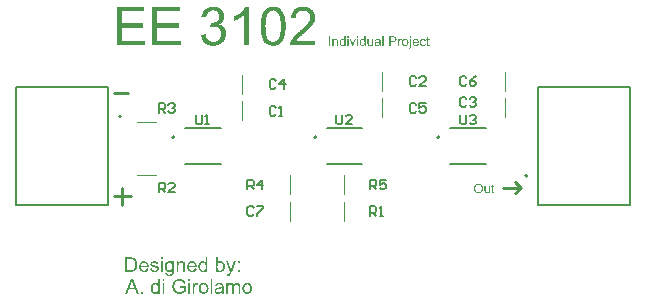
<source format=gto>
G04*
G04 #@! TF.GenerationSoftware,Altium Limited,Altium Designer,20.0.12 (288)*
G04*
G04 Layer_Color=65535*
%FSLAX24Y24*%
%MOIN*%
G70*
G01*
G75*
%ADD10C,0.0079*%
%ADD11C,0.0050*%
%ADD12C,0.0100*%
%ADD13C,0.0039*%
%ADD14C,0.0060*%
G36*
X6579Y9968D02*
X6589D01*
X6600Y9967D01*
X6612Y9966D01*
X6625Y9964D01*
X6639Y9961D01*
X6654Y9958D01*
X6687Y9950D01*
X6704Y9945D01*
X6721Y9939D01*
X6738Y9932D01*
X6754Y9924D01*
X6755Y9923D01*
X6758Y9922D01*
X6762Y9919D01*
X6769Y9916D01*
X6776Y9911D01*
X6785Y9906D01*
X6794Y9899D01*
X6804Y9892D01*
X6826Y9874D01*
X6849Y9853D01*
X6870Y9829D01*
X6880Y9815D01*
X6889Y9801D01*
X6890Y9800D01*
X6891Y9797D01*
X6894Y9794D01*
X6897Y9787D01*
X6900Y9781D01*
X6904Y9771D01*
X6909Y9762D01*
X6913Y9751D01*
X6917Y9739D01*
X6922Y9727D01*
X6929Y9699D01*
X6935Y9669D01*
X6935Y9653D01*
X6936Y9636D01*
Y9635D01*
Y9633D01*
Y9628D01*
X6935Y9622D01*
Y9615D01*
X6934Y9607D01*
X6933Y9597D01*
X6931Y9586D01*
X6925Y9562D01*
X6917Y9537D01*
X6912Y9524D01*
X6906Y9511D01*
X6899Y9498D01*
X6891Y9485D01*
X6890Y9484D01*
X6889Y9482D01*
X6886Y9478D01*
X6883Y9474D01*
X6878Y9468D01*
X6873Y9462D01*
X6866Y9454D01*
X6858Y9446D01*
X6849Y9437D01*
X6839Y9429D01*
X6829Y9420D01*
X6817Y9411D01*
X6804Y9402D01*
X6790Y9393D01*
X6775Y9385D01*
X6760Y9377D01*
X6761D01*
X6764Y9376D01*
X6771Y9375D01*
X6778Y9372D01*
X6788Y9369D01*
X6799Y9364D01*
X6812Y9360D01*
X6824Y9353D01*
X6838Y9347D01*
X6853Y9339D01*
X6868Y9330D01*
X6883Y9320D01*
X6897Y9309D01*
X6910Y9297D01*
X6924Y9283D01*
X6936Y9268D01*
X6937Y9267D01*
X6939Y9265D01*
X6942Y9260D01*
X6947Y9253D01*
X6951Y9245D01*
X6957Y9236D01*
X6962Y9225D01*
X6968Y9212D01*
X6973Y9197D01*
X6980Y9181D01*
X6984Y9165D01*
X6989Y9146D01*
X6994Y9127D01*
X6997Y9106D01*
X6998Y9085D01*
X6999Y9062D01*
Y9060D01*
Y9055D01*
X6998Y9045D01*
X6997Y9034D01*
X6996Y9019D01*
X6993Y9003D01*
X6989Y8984D01*
X6984Y8964D01*
X6977Y8942D01*
X6970Y8919D01*
X6960Y8895D01*
X6947Y8871D01*
X6934Y8847D01*
X6917Y8823D01*
X6898Y8800D01*
X6876Y8778D01*
X6874Y8777D01*
X6871Y8773D01*
X6864Y8767D01*
X6854Y8759D01*
X6842Y8751D01*
X6828Y8741D01*
X6811Y8731D01*
X6792Y8720D01*
X6771Y8709D01*
X6747Y8698D01*
X6722Y8688D01*
X6694Y8680D01*
X6665Y8673D01*
X6634Y8666D01*
X6602Y8662D01*
X6567Y8661D01*
X6560D01*
X6551Y8662D01*
X6540Y8663D01*
X6525Y8664D01*
X6508Y8667D01*
X6490Y8670D01*
X6469Y8674D01*
X6448Y8679D01*
X6425Y8685D01*
X6402Y8694D01*
X6378Y8704D01*
X6355Y8715D01*
X6331Y8728D01*
X6308Y8744D01*
X6287Y8761D01*
X6286Y8762D01*
X6282Y8766D01*
X6277Y8771D01*
X6269Y8780D01*
X6261Y8790D01*
X6251Y8802D01*
X6241Y8816D01*
X6230Y8832D01*
X6219Y8849D01*
X6207Y8870D01*
X6197Y8891D01*
X6187Y8914D01*
X6179Y8939D01*
X6170Y8965D01*
X6165Y8993D01*
X6161Y9022D01*
X6318Y9043D01*
Y9042D01*
X6319Y9038D01*
X6321Y9030D01*
X6324Y9021D01*
X6327Y9010D01*
X6331Y8998D01*
X6335Y8984D01*
X6340Y8969D01*
X6353Y8937D01*
X6368Y8906D01*
X6378Y8890D01*
X6388Y8875D01*
X6398Y8862D01*
X6410Y8850D01*
X6411Y8849D01*
X6413Y8847D01*
X6417Y8845D01*
X6422Y8841D01*
X6428Y8836D01*
X6436Y8832D01*
X6444Y8826D01*
X6454Y8821D01*
X6466Y8816D01*
X6478Y8810D01*
X6491Y8806D01*
X6504Y8801D01*
X6519Y8797D01*
X6535Y8795D01*
X6551Y8793D01*
X6568Y8792D01*
X6573D01*
X6579Y8793D01*
X6587D01*
X6597Y8795D01*
X6608Y8796D01*
X6620Y8798D01*
X6634Y8801D01*
X6648Y8806D01*
X6664Y8810D01*
X6679Y8817D01*
X6695Y8824D01*
X6711Y8833D01*
X6726Y8844D01*
X6741Y8855D01*
X6756Y8869D01*
X6757Y8870D01*
X6760Y8872D01*
X6763Y8876D01*
X6768Y8882D01*
X6774Y8890D01*
X6780Y8899D01*
X6787Y8909D01*
X6795Y8921D01*
X6801Y8934D01*
X6809Y8949D01*
X6815Y8964D01*
X6821Y8981D01*
X6825Y8999D01*
X6829Y9018D01*
X6832Y9038D01*
X6833Y9058D01*
Y9059D01*
Y9063D01*
Y9068D01*
X6832Y9077D01*
X6831Y9085D01*
X6829Y9096D01*
X6827Y9108D01*
X6824Y9121D01*
X6820Y9135D01*
X6815Y9150D01*
X6810Y9165D01*
X6803Y9179D01*
X6795Y9194D01*
X6785Y9209D01*
X6775Y9223D01*
X6762Y9237D01*
X6761Y9238D01*
X6759Y9240D01*
X6754Y9243D01*
X6749Y9248D01*
X6742Y9253D01*
X6734Y9259D01*
X6724Y9265D01*
X6713Y9272D01*
X6701Y9278D01*
X6687Y9285D01*
X6672Y9290D01*
X6656Y9296D01*
X6639Y9301D01*
X6621Y9304D01*
X6602Y9306D01*
X6582Y9307D01*
X6574D01*
X6565Y9306D01*
X6552Y9305D01*
X6535Y9303D01*
X6516Y9300D01*
X6495Y9296D01*
X6471Y9290D01*
X6489Y9428D01*
X6491D01*
X6494Y9427D01*
X6498D01*
X6506Y9426D01*
X6524D01*
X6530Y9427D01*
X6540Y9428D01*
X6550Y9429D01*
X6561Y9431D01*
X6574Y9433D01*
X6588Y9436D01*
X6602Y9439D01*
X6632Y9449D01*
X6648Y9454D01*
X6664Y9462D01*
X6679Y9469D01*
X6694Y9478D01*
X6695Y9479D01*
X6698Y9481D01*
X6701Y9484D01*
X6707Y9488D01*
X6713Y9494D01*
X6720Y9500D01*
X6726Y9509D01*
X6735Y9518D01*
X6742Y9529D01*
X6750Y9541D01*
X6756Y9554D01*
X6762Y9569D01*
X6767Y9585D01*
X6771Y9602D01*
X6774Y9621D01*
X6775Y9640D01*
Y9641D01*
Y9644D01*
Y9648D01*
X6774Y9655D01*
X6773Y9661D01*
X6772Y9671D01*
X6770Y9680D01*
X6767Y9690D01*
X6760Y9712D01*
X6755Y9724D01*
X6750Y9736D01*
X6743Y9748D01*
X6735Y9760D01*
X6725Y9771D01*
X6715Y9783D01*
X6714Y9783D01*
X6713Y9785D01*
X6710Y9788D01*
X6705Y9792D01*
X6699Y9795D01*
X6692Y9801D01*
X6684Y9806D01*
X6675Y9811D01*
X6664Y9817D01*
X6653Y9821D01*
X6640Y9827D01*
X6627Y9831D01*
X6613Y9834D01*
X6598Y9837D01*
X6581Y9839D01*
X6565Y9840D01*
X6555D01*
X6550Y9839D01*
X6541Y9838D01*
X6532Y9837D01*
X6522Y9835D01*
X6511Y9832D01*
X6487Y9826D01*
X6475Y9821D01*
X6462Y9815D01*
X6449Y9808D01*
X6436Y9801D01*
X6424Y9792D01*
X6412Y9782D01*
X6411Y9781D01*
X6409Y9779D01*
X6406Y9775D01*
X6402Y9770D01*
X6397Y9765D01*
X6392Y9758D01*
X6386Y9748D01*
X6380Y9739D01*
X6373Y9727D01*
X6367Y9714D01*
X6359Y9700D01*
X6354Y9684D01*
X6347Y9668D01*
X6343Y9650D01*
X6338Y9631D01*
X6334Y9610D01*
X6177Y9637D01*
Y9638D01*
Y9639D01*
X6179Y9645D01*
X6181Y9652D01*
X6183Y9663D01*
X6187Y9677D01*
X6192Y9692D01*
X6197Y9709D01*
X6204Y9727D01*
X6212Y9746D01*
X6221Y9767D01*
X6232Y9787D01*
X6244Y9807D01*
X6257Y9828D01*
X6272Y9847D01*
X6289Y9866D01*
X6307Y9882D01*
X6308Y9883D01*
X6312Y9886D01*
X6318Y9891D01*
X6326Y9896D01*
X6336Y9903D01*
X6348Y9910D01*
X6362Y9918D01*
X6378Y9926D01*
X6395Y9934D01*
X6415Y9942D01*
X6435Y9949D01*
X6457Y9955D01*
X6481Y9961D01*
X6507Y9966D01*
X6534Y9968D01*
X6562Y9969D01*
X6572D01*
X6579Y9968D01*
D02*
G37*
G36*
X9586D02*
X9599Y9968D01*
X9614Y9967D01*
X9632Y9964D01*
X9652Y9961D01*
X9673Y9956D01*
X9697Y9951D01*
X9720Y9944D01*
X9745Y9936D01*
X9769Y9926D01*
X9793Y9914D01*
X9816Y9901D01*
X9838Y9885D01*
X9859Y9867D01*
X9860Y9866D01*
X9864Y9862D01*
X9870Y9857D01*
X9876Y9848D01*
X9884Y9839D01*
X9894Y9827D01*
X9904Y9813D01*
X9914Y9797D01*
X9923Y9780D01*
X9933Y9760D01*
X9943Y9739D01*
X9951Y9717D01*
X9957Y9693D01*
X9963Y9668D01*
X9967Y9641D01*
X9968Y9613D01*
Y9612D01*
Y9610D01*
Y9606D01*
Y9600D01*
X9967Y9593D01*
X9966Y9585D01*
X9965Y9576D01*
X9964Y9566D01*
X9960Y9543D01*
X9955Y9517D01*
X9946Y9490D01*
X9936Y9462D01*
Y9462D01*
X9934Y9459D01*
X9932Y9455D01*
X9930Y9450D01*
X9927Y9443D01*
X9922Y9435D01*
X9918Y9425D01*
X9911Y9415D01*
X9905Y9404D01*
X9897Y9392D01*
X9879Y9365D01*
X9869Y9351D01*
X9858Y9337D01*
X9845Y9322D01*
X9832Y9306D01*
X9831Y9305D01*
X9828Y9302D01*
X9824Y9298D01*
X9818Y9291D01*
X9809Y9283D01*
X9799Y9273D01*
X9788Y9261D01*
X9774Y9247D01*
X9759Y9232D01*
X9740Y9215D01*
X9721Y9197D01*
X9698Y9177D01*
X9674Y9155D01*
X9648Y9132D01*
X9620Y9107D01*
X9589Y9081D01*
X9587Y9080D01*
X9583Y9076D01*
X9576Y9070D01*
X9567Y9062D01*
X9555Y9053D01*
X9543Y9042D01*
X9529Y9030D01*
X9514Y9017D01*
X9483Y8990D01*
X9468Y8976D01*
X9453Y8963D01*
X9439Y8950D01*
X9427Y8939D01*
X9416Y8929D01*
X9408Y8919D01*
X9406Y8918D01*
X9402Y8912D01*
X9394Y8904D01*
X9385Y8894D01*
X9375Y8881D01*
X9364Y8867D01*
X9352Y8851D01*
X9342Y8835D01*
X9969D01*
Y8685D01*
X9124D01*
Y8685D01*
Y8687D01*
Y8690D01*
Y8694D01*
Y8699D01*
X9125Y8705D01*
X9126Y8720D01*
X9128Y8735D01*
X9130Y8754D01*
X9135Y8773D01*
X9142Y8793D01*
Y8794D01*
X9143Y8796D01*
X9145Y8801D01*
X9148Y8808D01*
X9151Y8816D01*
X9155Y8825D01*
X9161Y8835D01*
X9167Y8846D01*
X9173Y8859D01*
X9181Y8872D01*
X9199Y8901D01*
X9220Y8932D01*
X9245Y8963D01*
X9246Y8964D01*
X9249Y8967D01*
X9253Y8971D01*
X9258Y8978D01*
X9266Y8986D01*
X9275Y8995D01*
X9285Y9006D01*
X9298Y9018D01*
X9312Y9032D01*
X9327Y9047D01*
X9343Y9063D01*
X9362Y9080D01*
X9382Y9098D01*
X9403Y9117D01*
X9426Y9136D01*
X9451Y9156D01*
X9451Y9157D01*
X9453Y9158D01*
X9456Y9161D01*
X9460Y9164D01*
X9464Y9168D01*
X9470Y9173D01*
X9484Y9185D01*
X9501Y9199D01*
X9520Y9216D01*
X9541Y9235D01*
X9563Y9255D01*
X9587Y9277D01*
X9611Y9299D01*
X9635Y9321D01*
X9657Y9344D01*
X9679Y9366D01*
X9698Y9388D01*
X9717Y9409D01*
X9732Y9428D01*
X9733Y9429D01*
X9735Y9433D01*
X9738Y9438D01*
X9744Y9445D01*
X9749Y9454D01*
X9755Y9464D01*
X9762Y9476D01*
X9769Y9489D01*
X9775Y9503D01*
X9783Y9518D01*
X9795Y9550D01*
X9799Y9567D01*
X9803Y9584D01*
X9805Y9600D01*
X9806Y9617D01*
Y9618D01*
Y9622D01*
Y9626D01*
X9805Y9633D01*
X9804Y9641D01*
X9802Y9650D01*
X9800Y9660D01*
X9797Y9672D01*
X9794Y9684D01*
X9789Y9696D01*
X9784Y9709D01*
X9777Y9722D01*
X9770Y9736D01*
X9760Y9749D01*
X9750Y9762D01*
X9738Y9774D01*
X9737Y9775D01*
X9735Y9777D01*
X9732Y9780D01*
X9726Y9784D01*
X9720Y9789D01*
X9711Y9795D01*
X9702Y9801D01*
X9692Y9807D01*
X9680Y9813D01*
X9667Y9819D01*
X9652Y9824D01*
X9637Y9829D01*
X9621Y9833D01*
X9603Y9836D01*
X9585Y9838D01*
X9565Y9839D01*
X9554D01*
X9547Y9838D01*
X9537Y9837D01*
X9525Y9835D01*
X9513Y9833D01*
X9500Y9831D01*
X9486Y9827D01*
X9471Y9822D01*
X9456Y9817D01*
X9440Y9810D01*
X9426Y9802D01*
X9411Y9793D01*
X9396Y9783D01*
X9383Y9770D01*
X9382Y9770D01*
X9380Y9768D01*
X9377Y9763D01*
X9373Y9758D01*
X9367Y9751D01*
X9362Y9743D01*
X9355Y9733D01*
X9350Y9721D01*
X9343Y9709D01*
X9337Y9695D01*
X9331Y9680D01*
X9326Y9663D01*
X9322Y9645D01*
X9318Y9625D01*
X9316Y9605D01*
X9315Y9583D01*
X9154Y9599D01*
Y9600D01*
Y9601D01*
X9155Y9604D01*
Y9608D01*
X9155Y9617D01*
X9158Y9629D01*
X9161Y9644D01*
X9165Y9661D01*
X9169Y9681D01*
X9175Y9701D01*
X9182Y9723D01*
X9191Y9746D01*
X9201Y9769D01*
X9213Y9792D01*
X9226Y9814D01*
X9241Y9835D01*
X9258Y9856D01*
X9278Y9874D01*
X9278Y9875D01*
X9282Y9878D01*
X9289Y9883D01*
X9297Y9889D01*
X9308Y9896D01*
X9321Y9905D01*
X9337Y9913D01*
X9354Y9922D01*
X9375Y9931D01*
X9396Y9939D01*
X9420Y9947D01*
X9446Y9955D01*
X9474Y9961D01*
X9503Y9966D01*
X9535Y9968D01*
X9568Y9969D01*
X9576D01*
X9586Y9968D01*
D02*
G37*
G36*
X7747Y8685D02*
X7589D01*
Y9685D01*
X7589Y9684D01*
X7587Y9683D01*
X7584Y9680D01*
X7579Y9676D01*
X7574Y9672D01*
X7566Y9665D01*
X7558Y9659D01*
X7550Y9651D01*
X7539Y9644D01*
X7527Y9635D01*
X7515Y9626D01*
X7502Y9616D01*
X7488Y9607D01*
X7473Y9597D01*
X7440Y9576D01*
X7439Y9575D01*
X7436Y9573D01*
X7430Y9571D01*
X7424Y9568D01*
X7416Y9563D01*
X7407Y9558D01*
X7396Y9552D01*
X7385Y9546D01*
X7359Y9533D01*
X7331Y9520D01*
X7303Y9507D01*
X7275Y9496D01*
Y9647D01*
X7277Y9648D01*
X7280Y9650D01*
X7288Y9654D01*
X7297Y9659D01*
X7308Y9664D01*
X7322Y9672D01*
X7337Y9680D01*
X7353Y9689D01*
X7370Y9700D01*
X7389Y9711D01*
X7428Y9737D01*
X7467Y9766D01*
X7505Y9797D01*
X7506Y9798D01*
X7510Y9801D01*
X7515Y9806D01*
X7521Y9812D01*
X7529Y9820D01*
X7539Y9830D01*
X7549Y9841D01*
X7560Y9852D01*
X7571Y9865D01*
X7583Y9879D01*
X7606Y9907D01*
X7627Y9938D01*
X7637Y9954D01*
X7645Y9969D01*
X7747D01*
Y8685D01*
D02*
G37*
G36*
X5464Y9814D02*
X4708D01*
Y9422D01*
X5416D01*
Y9271D01*
X4708D01*
Y8835D01*
X5493D01*
Y8685D01*
X4539D01*
Y9965D01*
X5464D01*
Y9814D01*
D02*
G37*
G36*
X4271D02*
X3516D01*
Y9422D01*
X4223D01*
Y9271D01*
X3516D01*
Y8835D01*
X4301D01*
Y8685D01*
X3346D01*
Y9965D01*
X4271D01*
Y9814D01*
D02*
G37*
G36*
X8584Y9968D02*
X8592D01*
X8603Y9968D01*
X8614Y9966D01*
X8627Y9964D01*
X8655Y9959D01*
X8686Y9952D01*
X8717Y9942D01*
X8732Y9935D01*
X8747Y9928D01*
X8748D01*
X8750Y9926D01*
X8754Y9923D01*
X8760Y9920D01*
X8766Y9916D01*
X8773Y9910D01*
X8783Y9905D01*
X8792Y9897D01*
X8812Y9881D01*
X8834Y9859D01*
X8855Y9835D01*
X8874Y9807D01*
X8875Y9807D01*
X8876Y9804D01*
X8879Y9799D01*
X8883Y9794D01*
X8887Y9786D01*
X8892Y9777D01*
X8897Y9767D01*
X8903Y9755D01*
X8909Y9742D01*
X8916Y9727D01*
X8922Y9711D01*
X8930Y9695D01*
X8936Y9677D01*
X8942Y9659D01*
X8948Y9638D01*
X8954Y9618D01*
Y9617D01*
X8955Y9612D01*
X8957Y9607D01*
X8958Y9598D01*
X8960Y9586D01*
X8963Y9573D01*
X8966Y9557D01*
X8969Y9538D01*
X8971Y9518D01*
X8974Y9495D01*
X8977Y9470D01*
X8979Y9443D01*
X8981Y9414D01*
X8982Y9383D01*
X8983Y9351D01*
Y9315D01*
Y9314D01*
Y9313D01*
Y9310D01*
Y9305D01*
Y9301D01*
Y9294D01*
X8982Y9287D01*
Y9278D01*
X8982Y9259D01*
X8981Y9237D01*
X8980Y9213D01*
X8978Y9186D01*
X8975Y9157D01*
X8972Y9128D01*
X8964Y9067D01*
X8958Y9037D01*
X8952Y9007D01*
X8945Y8979D01*
X8936Y8952D01*
X8935Y8950D01*
X8934Y8945D01*
X8932Y8939D01*
X8928Y8929D01*
X8922Y8918D01*
X8917Y8904D01*
X8909Y8889D01*
X8902Y8873D01*
X8893Y8857D01*
X8882Y8839D01*
X8871Y8821D01*
X8859Y8803D01*
X8845Y8785D01*
X8830Y8769D01*
X8814Y8753D01*
X8797Y8738D01*
X8797Y8737D01*
X8793Y8735D01*
X8788Y8732D01*
X8781Y8726D01*
X8772Y8721D01*
X8761Y8714D01*
X8748Y8708D01*
X8735Y8701D01*
X8718Y8694D01*
X8700Y8687D01*
X8682Y8681D01*
X8662Y8675D01*
X8639Y8671D01*
X8616Y8667D01*
X8592Y8664D01*
X8566Y8663D01*
X8558D01*
X8549Y8664D01*
X8536Y8665D01*
X8520Y8667D01*
X8501Y8671D01*
X8482Y8674D01*
X8460Y8680D01*
X8437Y8686D01*
X8414Y8696D01*
X8390Y8706D01*
X8365Y8719D01*
X8341Y8734D01*
X8317Y8751D01*
X8295Y8771D01*
X8275Y8795D01*
Y8796D01*
X8274Y8796D01*
X8272Y8799D01*
X8269Y8802D01*
X8267Y8807D01*
X8263Y8812D01*
X8259Y8818D01*
X8255Y8825D01*
X8251Y8833D01*
X8245Y8843D01*
X8241Y8853D01*
X8235Y8864D01*
X8230Y8877D01*
X8224Y8890D01*
X8218Y8905D01*
X8212Y8919D01*
X8206Y8936D01*
X8200Y8954D01*
X8194Y8972D01*
X8189Y8993D01*
X8183Y9013D01*
X8179Y9035D01*
X8173Y9057D01*
X8168Y9082D01*
X8165Y9107D01*
X8161Y9133D01*
X8157Y9161D01*
X8155Y9190D01*
X8152Y9219D01*
X8151Y9250D01*
X8149Y9282D01*
Y9315D01*
Y9316D01*
Y9318D01*
Y9321D01*
Y9326D01*
Y9331D01*
Y9338D01*
X8150Y9345D01*
Y9353D01*
X8151Y9372D01*
X8152Y9394D01*
X8153Y9419D01*
X8155Y9446D01*
X8157Y9474D01*
X8160Y9504D01*
X8168Y9565D01*
X8174Y9596D01*
X8181Y9625D01*
X8187Y9654D01*
X8195Y9681D01*
X8196Y9683D01*
X8197Y9687D01*
X8200Y9694D01*
X8204Y9704D01*
X8209Y9715D01*
X8215Y9729D01*
X8222Y9744D01*
X8230Y9759D01*
X8239Y9776D01*
X8250Y9794D01*
X8261Y9812D01*
X8273Y9830D01*
X8287Y9847D01*
X8302Y9864D01*
X8317Y9880D01*
X8334Y9894D01*
X8335Y9895D01*
X8339Y9898D01*
X8343Y9902D01*
X8351Y9906D01*
X8360Y9912D01*
X8371Y9918D01*
X8383Y9925D01*
X8398Y9932D01*
X8414Y9939D01*
X8431Y9945D01*
X8451Y9952D01*
X8471Y9957D01*
X8493Y9963D01*
X8516Y9967D01*
X8540Y9968D01*
X8566Y9969D01*
X8576D01*
X8584Y9968D01*
D02*
G37*
G36*
X15798Y3745D02*
X15763D01*
Y3779D01*
X15763Y3779D01*
X15762Y3778D01*
X15760Y3776D01*
X15758Y3773D01*
X15755Y3770D01*
X15752Y3767D01*
X15748Y3763D01*
X15744Y3760D01*
X15739Y3756D01*
X15733Y3753D01*
X15727Y3749D01*
X15721Y3746D01*
X15714Y3744D01*
X15706Y3742D01*
X15698Y3741D01*
X15689Y3740D01*
X15687D01*
X15686Y3741D01*
X15684D01*
X15682Y3741D01*
X15680Y3741D01*
X15677Y3741D01*
X15671Y3742D01*
X15665Y3744D01*
X15658Y3745D01*
X15651Y3748D01*
X15651D01*
X15650Y3748D01*
X15650Y3749D01*
X15648Y3749D01*
X15647Y3750D01*
X15645Y3751D01*
X15641Y3753D01*
X15637Y3756D01*
X15632Y3760D01*
X15629Y3763D01*
X15625Y3768D01*
Y3768D01*
X15624Y3768D01*
X15624Y3769D01*
X15623Y3770D01*
X15623Y3771D01*
X15622Y3772D01*
X15620Y3776D01*
X15618Y3780D01*
X15616Y3785D01*
X15614Y3791D01*
X15613Y3797D01*
Y3797D01*
Y3797D01*
X15613Y3798D01*
X15612Y3799D01*
Y3800D01*
X15612Y3802D01*
X15612Y3804D01*
X15612Y3806D01*
X15611Y3808D01*
X15611Y3811D01*
X15611Y3814D01*
Y3817D01*
X15611Y3821D01*
X15610Y3825D01*
Y3829D01*
Y3833D01*
Y3977D01*
X15650D01*
Y3848D01*
Y3848D01*
Y3847D01*
Y3845D01*
Y3844D01*
Y3841D01*
X15650Y3838D01*
Y3835D01*
Y3832D01*
X15650Y3825D01*
X15651Y3818D01*
X15651Y3815D01*
X15651Y3812D01*
X15652Y3809D01*
X15652Y3807D01*
Y3807D01*
X15652Y3806D01*
X15653Y3806D01*
X15653Y3805D01*
X15653Y3803D01*
X15654Y3802D01*
X15656Y3798D01*
X15658Y3794D01*
X15660Y3790D01*
X15664Y3786D01*
X15668Y3783D01*
X15668D01*
X15668Y3782D01*
X15669Y3782D01*
X15670Y3782D01*
X15671Y3781D01*
X15672Y3780D01*
X15676Y3778D01*
X15680Y3777D01*
X15685Y3776D01*
X15691Y3775D01*
X15697Y3774D01*
X15699D01*
X15700Y3774D01*
X15702D01*
X15704Y3775D01*
X15706Y3775D01*
X15708Y3775D01*
X15713Y3776D01*
X15719Y3778D01*
X15725Y3780D01*
X15730Y3783D01*
X15731D01*
X15731Y3784D01*
X15732Y3784D01*
X15733Y3785D01*
X15736Y3787D01*
X15739Y3790D01*
X15743Y3793D01*
X15746Y3797D01*
X15750Y3802D01*
X15752Y3808D01*
Y3808D01*
X15753Y3808D01*
X15753Y3809D01*
X15753Y3811D01*
X15754Y3812D01*
X15754Y3814D01*
X15755Y3816D01*
X15756Y3819D01*
X15756Y3822D01*
X15757Y3826D01*
X15757Y3829D01*
X15758Y3833D01*
X15758Y3838D01*
X15759Y3842D01*
X15759Y3848D01*
Y3853D01*
Y3977D01*
X15798D01*
Y3745D01*
D02*
G37*
G36*
X15906Y3977D02*
X15945D01*
Y3947D01*
X15906D01*
Y3811D01*
Y3811D01*
Y3810D01*
Y3809D01*
Y3808D01*
Y3806D01*
X15906Y3802D01*
X15907Y3799D01*
X15907Y3795D01*
X15907Y3792D01*
X15908Y3791D01*
X15908Y3790D01*
Y3789D01*
X15908Y3789D01*
X15909Y3788D01*
X15910Y3787D01*
X15912Y3784D01*
X15913Y3783D01*
X15915Y3782D01*
X15915D01*
X15916Y3782D01*
X15917Y3781D01*
X15918Y3781D01*
X15920Y3780D01*
X15922Y3780D01*
X15925Y3779D01*
X15928Y3779D01*
X15931D01*
X15933Y3779D01*
X15935D01*
X15938Y3780D01*
X15942Y3780D01*
X15945Y3781D01*
X15951Y3746D01*
X15951D01*
X15950Y3746D01*
X15949D01*
X15948Y3745D01*
X15947Y3745D01*
X15945Y3745D01*
X15941Y3744D01*
X15936Y3744D01*
X15931Y3743D01*
X15926Y3743D01*
X15921Y3742D01*
X15918D01*
X15916Y3743D01*
X15914Y3743D01*
X15909Y3743D01*
X15904Y3744D01*
X15898Y3745D01*
X15893Y3747D01*
X15888Y3749D01*
X15888D01*
X15888Y3749D01*
X15886Y3750D01*
X15884Y3752D01*
X15882Y3754D01*
X15879Y3756D01*
X15876Y3759D01*
X15874Y3763D01*
X15872Y3767D01*
Y3767D01*
X15871Y3767D01*
X15871Y3768D01*
X15871Y3769D01*
X15870Y3770D01*
X15870Y3772D01*
X15870Y3774D01*
X15869Y3777D01*
X15869Y3780D01*
X15868Y3783D01*
X15868Y3787D01*
X15868Y3791D01*
X15867Y3796D01*
X15867Y3801D01*
X15867Y3807D01*
Y3813D01*
Y3947D01*
X15838D01*
Y3977D01*
X15867D01*
Y4034D01*
X15906Y4058D01*
Y3977D01*
D02*
G37*
G36*
X15413Y4070D02*
X15416D01*
X15420Y4070D01*
X15425Y4070D01*
X15430Y4069D01*
X15435Y4068D01*
X15441Y4067D01*
X15448Y4066D01*
X15455Y4064D01*
X15461Y4062D01*
X15468Y4059D01*
X15475Y4056D01*
X15482Y4053D01*
X15489Y4049D01*
X15489Y4049D01*
X15490Y4049D01*
X15492Y4047D01*
X15495Y4046D01*
X15498Y4043D01*
X15501Y4041D01*
X15505Y4038D01*
X15509Y4034D01*
X15513Y4030D01*
X15518Y4026D01*
X15522Y4021D01*
X15527Y4016D01*
X15531Y4010D01*
X15535Y4004D01*
X15539Y3997D01*
X15543Y3991D01*
X15543Y3990D01*
X15544Y3989D01*
X15545Y3987D01*
X15546Y3984D01*
X15547Y3980D01*
X15549Y3976D01*
X15551Y3971D01*
X15553Y3966D01*
X15554Y3960D01*
X15556Y3953D01*
X15557Y3946D01*
X15559Y3938D01*
X15560Y3930D01*
X15561Y3922D01*
X15562Y3914D01*
X15562Y3905D01*
Y3905D01*
Y3904D01*
Y3904D01*
Y3903D01*
Y3902D01*
X15562Y3900D01*
Y3897D01*
X15561Y3892D01*
X15561Y3888D01*
X15560Y3882D01*
X15559Y3876D01*
X15558Y3869D01*
X15557Y3862D01*
X15555Y3855D01*
X15553Y3848D01*
X15551Y3840D01*
X15549Y3833D01*
X15546Y3825D01*
X15542Y3818D01*
X15542Y3817D01*
X15541Y3816D01*
X15540Y3814D01*
X15538Y3812D01*
X15537Y3808D01*
X15534Y3805D01*
X15531Y3800D01*
X15528Y3796D01*
X15524Y3791D01*
X15520Y3787D01*
X15515Y3782D01*
X15510Y3777D01*
X15505Y3772D01*
X15499Y3768D01*
X15493Y3764D01*
X15486Y3760D01*
X15486Y3760D01*
X15485Y3759D01*
X15483Y3758D01*
X15480Y3757D01*
X15477Y3755D01*
X15473Y3754D01*
X15468Y3752D01*
X15463Y3750D01*
X15458Y3748D01*
X15452Y3746D01*
X15445Y3745D01*
X15438Y3743D01*
X15431Y3742D01*
X15424Y3741D01*
X15416Y3740D01*
X15409Y3740D01*
X15407D01*
X15404Y3740D01*
X15401Y3741D01*
X15397Y3741D01*
X15393Y3741D01*
X15387Y3742D01*
X15382Y3743D01*
X15376Y3744D01*
X15369Y3745D01*
X15362Y3747D01*
X15356Y3749D01*
X15349Y3752D01*
X15342Y3755D01*
X15335Y3758D01*
X15328Y3762D01*
X15328Y3762D01*
X15326Y3763D01*
X15325Y3764D01*
X15322Y3766D01*
X15319Y3768D01*
X15316Y3771D01*
X15312Y3774D01*
X15308Y3777D01*
X15304Y3782D01*
X15299Y3786D01*
X15295Y3791D01*
X15290Y3796D01*
X15286Y3802D01*
X15282Y3808D01*
X15278Y3814D01*
X15274Y3821D01*
X15274Y3822D01*
X15273Y3823D01*
X15273Y3825D01*
X15271Y3828D01*
X15270Y3831D01*
X15268Y3836D01*
X15267Y3840D01*
X15265Y3845D01*
X15263Y3851D01*
X15262Y3857D01*
X15260Y3864D01*
X15259Y3871D01*
X15258Y3878D01*
X15257Y3886D01*
X15256Y3893D01*
X15256Y3901D01*
Y3901D01*
Y3902D01*
Y3903D01*
Y3905D01*
X15256Y3906D01*
Y3909D01*
X15256Y3911D01*
X15257Y3914D01*
X15257Y3918D01*
X15257Y3921D01*
X15258Y3925D01*
X15258Y3929D01*
X15260Y3937D01*
X15261Y3946D01*
X15264Y3956D01*
X15266Y3967D01*
X15270Y3977D01*
X15274Y3987D01*
X15279Y3997D01*
X15285Y4007D01*
X15288Y4012D01*
X15291Y4017D01*
X15295Y4021D01*
X15299Y4026D01*
X15299Y4026D01*
X15299Y4026D01*
X15300Y4027D01*
X15301Y4028D01*
X15302Y4029D01*
X15303Y4030D01*
X15306Y4033D01*
X15311Y4036D01*
X15316Y4040D01*
X15322Y4044D01*
X15328Y4048D01*
X15336Y4052D01*
X15344Y4056D01*
X15353Y4060D01*
X15363Y4064D01*
X15374Y4067D01*
X15385Y4069D01*
X15391Y4070D01*
X15397Y4070D01*
X15403Y4070D01*
X15409Y4071D01*
X15411D01*
X15413Y4070D01*
D02*
G37*
G36*
X11403Y8931D02*
X11364D01*
Y8976D01*
X11403D01*
Y8931D01*
D02*
G37*
G36*
X11081D02*
X11042D01*
Y8976D01*
X11081D01*
Y8931D01*
D02*
G37*
G36*
X13165Y8931D02*
X13126D01*
Y8976D01*
X13165D01*
Y8931D01*
D02*
G37*
G36*
X11650Y8657D02*
X11613D01*
Y8686D01*
X11613Y8686D01*
X11612Y8685D01*
X11611Y8683D01*
X11609Y8681D01*
X11607Y8678D01*
X11604Y8675D01*
X11600Y8672D01*
X11597Y8669D01*
X11592Y8666D01*
X11587Y8663D01*
X11582Y8660D01*
X11576Y8657D01*
X11570Y8655D01*
X11563Y8653D01*
X11556Y8652D01*
X11548Y8652D01*
X11545D01*
X11543Y8652D01*
X11541Y8652D01*
X11538Y8653D01*
X11535Y8653D01*
X11531Y8654D01*
X11528Y8654D01*
X11524Y8655D01*
X11519Y8657D01*
X11515Y8658D01*
X11511Y8660D01*
X11506Y8662D01*
X11502Y8664D01*
X11497Y8667D01*
X11497Y8667D01*
X11496Y8668D01*
X11495Y8669D01*
X11494Y8670D01*
X11492Y8671D01*
X11489Y8673D01*
X11487Y8675D01*
X11484Y8678D01*
X11481Y8681D01*
X11478Y8684D01*
X11475Y8687D01*
X11472Y8691D01*
X11470Y8695D01*
X11467Y8700D01*
X11464Y8705D01*
X11461Y8709D01*
X11461Y8710D01*
X11461Y8711D01*
X11460Y8712D01*
X11459Y8714D01*
X11458Y8717D01*
X11458Y8720D01*
X11456Y8724D01*
X11455Y8727D01*
X11454Y8732D01*
X11453Y8737D01*
X11452Y8742D01*
X11451Y8748D01*
X11450Y8753D01*
X11449Y8759D01*
X11449Y8766D01*
X11449Y8772D01*
Y8773D01*
Y8774D01*
Y8776D01*
X11449Y8778D01*
X11449Y8781D01*
X11449Y8785D01*
X11450Y8789D01*
X11450Y8793D01*
X11451Y8798D01*
X11452Y8803D01*
X11454Y8813D01*
X11455Y8819D01*
X11456Y8824D01*
X11458Y8830D01*
X11460Y8835D01*
X11460Y8835D01*
X11461Y8836D01*
X11461Y8838D01*
X11462Y8840D01*
X11464Y8842D01*
X11465Y8845D01*
X11467Y8848D01*
X11469Y8851D01*
X11471Y8855D01*
X11474Y8858D01*
X11477Y8862D01*
X11480Y8865D01*
X11483Y8869D01*
X11487Y8872D01*
X11491Y8875D01*
X11495Y8878D01*
X11495Y8879D01*
X11496Y8879D01*
X11497Y8880D01*
X11499Y8881D01*
X11501Y8882D01*
X11504Y8883D01*
X11507Y8885D01*
X11510Y8886D01*
X11513Y8887D01*
X11517Y8889D01*
X11522Y8890D01*
X11526Y8891D01*
X11531Y8892D01*
X11536Y8893D01*
X11541Y8893D01*
X11546Y8894D01*
X11548D01*
X11550Y8893D01*
X11552D01*
X11554Y8893D01*
X11556Y8893D01*
X11559Y8892D01*
X11565Y8891D01*
X11571Y8890D01*
X11577Y8888D01*
X11583Y8885D01*
X11584D01*
X11584Y8884D01*
X11585Y8884D01*
X11586Y8883D01*
X11588Y8882D01*
X11589Y8881D01*
X11593Y8878D01*
X11597Y8875D01*
X11602Y8871D01*
X11606Y8867D01*
X11610Y8861D01*
Y8976D01*
X11650D01*
Y8657D01*
D02*
G37*
G36*
X10980D02*
X10943D01*
Y8686D01*
X10943Y8686D01*
X10942Y8685D01*
X10941Y8683D01*
X10939Y8681D01*
X10937Y8678D01*
X10934Y8675D01*
X10930Y8672D01*
X10927Y8669D01*
X10922Y8666D01*
X10917Y8663D01*
X10912Y8660D01*
X10906Y8657D01*
X10900Y8655D01*
X10893Y8653D01*
X10886Y8652D01*
X10878Y8652D01*
X10875D01*
X10874Y8652D01*
X10871Y8652D01*
X10868Y8653D01*
X10865Y8653D01*
X10862Y8654D01*
X10858Y8654D01*
X10854Y8655D01*
X10850Y8657D01*
X10845Y8658D01*
X10841Y8660D01*
X10836Y8662D01*
X10832Y8664D01*
X10827Y8667D01*
X10827Y8667D01*
X10826Y8668D01*
X10825Y8669D01*
X10824Y8670D01*
X10822Y8671D01*
X10819Y8673D01*
X10817Y8675D01*
X10814Y8678D01*
X10811Y8681D01*
X10808Y8684D01*
X10805Y8687D01*
X10802Y8691D01*
X10800Y8695D01*
X10797Y8700D01*
X10794Y8705D01*
X10792Y8709D01*
X10791Y8710D01*
X10791Y8711D01*
X10790Y8712D01*
X10790Y8714D01*
X10789Y8717D01*
X10788Y8720D01*
X10786Y8724D01*
X10785Y8727D01*
X10784Y8732D01*
X10783Y8737D01*
X10782Y8742D01*
X10781Y8748D01*
X10780Y8753D01*
X10779Y8759D01*
X10779Y8766D01*
X10779Y8772D01*
Y8773D01*
Y8774D01*
Y8776D01*
X10779Y8778D01*
X10779Y8781D01*
X10780Y8785D01*
X10780Y8789D01*
X10780Y8793D01*
X10781Y8798D01*
X10782Y8803D01*
X10784Y8813D01*
X10785Y8819D01*
X10786Y8824D01*
X10788Y8830D01*
X10790Y8835D01*
X10790Y8835D01*
X10791Y8836D01*
X10791Y8838D01*
X10792Y8840D01*
X10794Y8842D01*
X10795Y8845D01*
X10797Y8848D01*
X10799Y8851D01*
X10801Y8855D01*
X10804Y8858D01*
X10807Y8862D01*
X10810Y8865D01*
X10813Y8869D01*
X10817Y8872D01*
X10821Y8875D01*
X10825Y8878D01*
X10825Y8879D01*
X10826Y8879D01*
X10827Y8880D01*
X10829Y8881D01*
X10831Y8882D01*
X10834Y8883D01*
X10837Y8885D01*
X10840Y8886D01*
X10844Y8887D01*
X10847Y8889D01*
X10852Y8890D01*
X10856Y8891D01*
X10861Y8892D01*
X10866Y8893D01*
X10871Y8893D01*
X10876Y8894D01*
X10878D01*
X10880Y8893D01*
X10882D01*
X10884Y8893D01*
X10886Y8893D01*
X10889Y8892D01*
X10895Y8891D01*
X10901Y8890D01*
X10907Y8888D01*
X10914Y8885D01*
X10914D01*
X10914Y8884D01*
X10915Y8884D01*
X10916Y8883D01*
X10918Y8882D01*
X10919Y8881D01*
X10923Y8878D01*
X10927Y8875D01*
X10932Y8871D01*
X10936Y8867D01*
X10940Y8861D01*
Y8976D01*
X10980D01*
Y8657D01*
D02*
G37*
G36*
X10659Y8893D02*
X10662Y8893D01*
X10664Y8893D01*
X10667Y8893D01*
X10672Y8892D01*
X10679Y8890D01*
X10686Y8888D01*
X10692Y8886D01*
X10692D01*
X10693Y8886D01*
X10694Y8885D01*
X10695Y8885D01*
X10697Y8884D01*
X10698Y8883D01*
X10702Y8881D01*
X10706Y8878D01*
X10711Y8874D01*
X10715Y8870D01*
X10719Y8866D01*
Y8866D01*
X10719Y8866D01*
X10720Y8865D01*
X10720Y8864D01*
X10721Y8863D01*
X10722Y8861D01*
X10723Y8858D01*
X10726Y8854D01*
X10727Y8849D01*
X10729Y8843D01*
X10731Y8837D01*
Y8837D01*
Y8837D01*
X10731Y8836D01*
X10731Y8835D01*
Y8834D01*
X10732Y8832D01*
X10732Y8830D01*
X10732Y8828D01*
X10732Y8826D01*
X10732Y8823D01*
X10733Y8820D01*
Y8817D01*
X10733Y8813D01*
X10733Y8809D01*
Y8804D01*
Y8799D01*
Y8657D01*
X10694D01*
Y8797D01*
Y8798D01*
Y8799D01*
Y8800D01*
Y8801D01*
X10694Y8803D01*
Y8806D01*
X10693Y8808D01*
Y8811D01*
X10693Y8817D01*
X10692Y8823D01*
X10691Y8828D01*
X10690Y8831D01*
X10689Y8833D01*
Y8833D01*
X10689Y8834D01*
X10689Y8834D01*
X10688Y8835D01*
X10687Y8837D01*
X10686Y8840D01*
X10683Y8843D01*
X10680Y8846D01*
X10677Y8850D01*
X10673Y8852D01*
X10673D01*
X10672Y8853D01*
X10672Y8853D01*
X10671Y8854D01*
X10668Y8855D01*
X10665Y8856D01*
X10661Y8857D01*
X10656Y8858D01*
X10651Y8859D01*
X10646Y8860D01*
X10643D01*
X10641Y8859D01*
X10639Y8859D01*
X10637Y8859D01*
X10634Y8858D01*
X10631Y8858D01*
X10627Y8857D01*
X10624Y8856D01*
X10620Y8855D01*
X10617Y8853D01*
X10613Y8851D01*
X10609Y8849D01*
X10606Y8846D01*
X10602Y8844D01*
X10602Y8843D01*
X10601Y8843D01*
X10601Y8842D01*
X10599Y8840D01*
X10598Y8839D01*
X10596Y8836D01*
X10595Y8833D01*
X10593Y8830D01*
X10592Y8826D01*
X10590Y8822D01*
X10588Y8817D01*
X10587Y8811D01*
X10586Y8805D01*
X10585Y8799D01*
X10584Y8791D01*
X10584Y8783D01*
Y8657D01*
X10545D01*
Y8888D01*
X10580D01*
Y8855D01*
X10580Y8856D01*
X10581Y8857D01*
X10583Y8859D01*
X10585Y8861D01*
X10588Y8864D01*
X10591Y8867D01*
X10595Y8871D01*
X10599Y8875D01*
X10604Y8878D01*
X10609Y8882D01*
X10615Y8885D01*
X10622Y8888D01*
X10629Y8890D01*
X10637Y8892D01*
X10645Y8893D01*
X10654Y8894D01*
X10657D01*
X10659Y8893D01*
D02*
G37*
G36*
X12817D02*
X12819Y8893D01*
X12821Y8893D01*
X12824Y8892D01*
X12826Y8892D01*
X12829Y8891D01*
X12833Y8891D01*
X12839Y8888D01*
X12843Y8887D01*
X12847Y8885D01*
X12850Y8883D01*
X12854Y8881D01*
X12841Y8845D01*
X12840D01*
X12840Y8845D01*
X12839Y8845D01*
X12838Y8846D01*
X12837Y8846D01*
X12835Y8847D01*
X12832Y8849D01*
X12827Y8850D01*
X12823Y8852D01*
X12817Y8852D01*
X12812Y8853D01*
X12810D01*
X12807Y8852D01*
X12804Y8852D01*
X12801Y8851D01*
X12797Y8850D01*
X12793Y8848D01*
X12789Y8845D01*
X12789Y8845D01*
X12787Y8844D01*
X12786Y8842D01*
X12783Y8839D01*
X12781Y8837D01*
X12779Y8833D01*
X12776Y8828D01*
X12774Y8824D01*
Y8823D01*
X12774Y8823D01*
X12774Y8821D01*
X12774Y8820D01*
X12773Y8818D01*
X12772Y8816D01*
X12772Y8813D01*
X12771Y8810D01*
X12771Y8807D01*
X12770Y8803D01*
X12770Y8800D01*
X12769Y8796D01*
X12768Y8787D01*
X12768Y8778D01*
Y8657D01*
X12729D01*
Y8888D01*
X12764D01*
Y8853D01*
X12764Y8853D01*
X12765Y8854D01*
X12765Y8855D01*
X12766Y8857D01*
X12768Y8859D01*
X12769Y8861D01*
X12772Y8866D01*
X12776Y8872D01*
X12780Y8877D01*
X12782Y8879D01*
X12784Y8882D01*
X12787Y8884D01*
X12789Y8885D01*
X12789D01*
X12789Y8886D01*
X12790Y8886D01*
X12791Y8887D01*
X12793Y8888D01*
X12796Y8890D01*
X12800Y8891D01*
X12804Y8892D01*
X12809Y8893D01*
X12814Y8894D01*
X12816D01*
X12817Y8893D01*
D02*
G37*
G36*
X13571Y8893D02*
X13573D01*
X13577Y8893D01*
X13580Y8893D01*
X13584Y8892D01*
X13589Y8891D01*
X13594Y8890D01*
X13599Y8889D01*
X13604Y8887D01*
X13609Y8885D01*
X13614Y8883D01*
X13619Y8881D01*
X13624Y8878D01*
X13629Y8874D01*
X13629Y8874D01*
X13630Y8873D01*
X13631Y8872D01*
X13633Y8871D01*
X13635Y8869D01*
X13637Y8867D01*
X13639Y8864D01*
X13642Y8861D01*
X13644Y8857D01*
X13647Y8853D01*
X13650Y8848D01*
X13652Y8843D01*
X13654Y8838D01*
X13656Y8833D01*
X13658Y8827D01*
X13660Y8820D01*
X13622Y8815D01*
Y8815D01*
X13621Y8815D01*
X13621Y8817D01*
X13620Y8818D01*
X13620Y8820D01*
X13619Y8822D01*
X13618Y8825D01*
X13617Y8827D01*
X13614Y8833D01*
X13611Y8839D01*
X13607Y8845D01*
X13605Y8847D01*
X13602Y8849D01*
X13602Y8850D01*
X13601Y8850D01*
X13601Y8851D01*
X13600Y8851D01*
X13598Y8852D01*
X13597Y8853D01*
X13595Y8854D01*
X13593Y8855D01*
X13588Y8858D01*
X13582Y8859D01*
X13576Y8861D01*
X13572Y8861D01*
X13569Y8861D01*
X13567D01*
X13566Y8861D01*
X13564D01*
X13561Y8861D01*
X13558Y8860D01*
X13555Y8859D01*
X13552Y8859D01*
X13548Y8858D01*
X13544Y8856D01*
X13540Y8854D01*
X13536Y8852D01*
X13532Y8850D01*
X13528Y8847D01*
X13524Y8844D01*
X13521Y8840D01*
X13520Y8840D01*
X13520Y8839D01*
X13519Y8838D01*
X13518Y8836D01*
X13516Y8834D01*
X13515Y8831D01*
X13513Y8827D01*
X13511Y8824D01*
X13510Y8819D01*
X13508Y8814D01*
X13507Y8809D01*
X13505Y8803D01*
X13504Y8796D01*
X13503Y8789D01*
X13502Y8781D01*
X13502Y8773D01*
Y8773D01*
Y8772D01*
Y8772D01*
Y8771D01*
X13502Y8768D01*
Y8765D01*
X13503Y8761D01*
X13503Y8757D01*
X13504Y8752D01*
X13504Y8747D01*
X13505Y8741D01*
X13507Y8736D01*
X13508Y8730D01*
X13510Y8724D01*
X13512Y8719D01*
X13514Y8714D01*
X13517Y8709D01*
X13520Y8705D01*
X13520Y8705D01*
X13521Y8704D01*
X13522Y8703D01*
X13523Y8702D01*
X13525Y8700D01*
X13527Y8698D01*
X13530Y8697D01*
X13532Y8695D01*
X13536Y8693D01*
X13539Y8691D01*
X13543Y8689D01*
X13547Y8687D01*
X13552Y8686D01*
X13556Y8685D01*
X13561Y8684D01*
X13567Y8684D01*
X13569D01*
X13571Y8684D01*
X13572Y8684D01*
X13575Y8685D01*
X13577Y8685D01*
X13580Y8686D01*
X13586Y8687D01*
X13589Y8689D01*
X13593Y8690D01*
X13596Y8692D01*
X13599Y8694D01*
X13602Y8696D01*
X13605Y8698D01*
X13605Y8698D01*
X13606Y8699D01*
X13607Y8700D01*
X13608Y8701D01*
X13609Y8702D01*
X13610Y8704D01*
X13612Y8706D01*
X13613Y8709D01*
X13615Y8712D01*
X13617Y8715D01*
X13618Y8718D01*
X13620Y8723D01*
X13622Y8727D01*
X13623Y8731D01*
X13624Y8736D01*
X13625Y8742D01*
X13663Y8736D01*
Y8736D01*
X13663Y8735D01*
X13663Y8733D01*
X13662Y8730D01*
X13661Y8727D01*
X13660Y8723D01*
X13659Y8718D01*
X13657Y8714D01*
X13655Y8709D01*
X13653Y8704D01*
X13650Y8699D01*
X13647Y8693D01*
X13644Y8688D01*
X13640Y8683D01*
X13635Y8678D01*
X13631Y8674D01*
X13631Y8674D01*
X13630Y8673D01*
X13628Y8672D01*
X13626Y8671D01*
X13624Y8669D01*
X13621Y8667D01*
X13617Y8665D01*
X13613Y8663D01*
X13609Y8661D01*
X13604Y8659D01*
X13598Y8657D01*
X13593Y8655D01*
X13587Y8654D01*
X13580Y8653D01*
X13574Y8652D01*
X13567Y8652D01*
X13565D01*
X13562Y8652D01*
X13559Y8652D01*
X13555Y8653D01*
X13550Y8653D01*
X13545Y8654D01*
X13540Y8656D01*
X13534Y8657D01*
X13527Y8659D01*
X13521Y8662D01*
X13515Y8665D01*
X13508Y8668D01*
X13502Y8672D01*
X13496Y8677D01*
X13491Y8683D01*
X13490Y8683D01*
X13489Y8684D01*
X13488Y8686D01*
X13486Y8688D01*
X13484Y8692D01*
X13481Y8696D01*
X13479Y8700D01*
X13476Y8705D01*
X13473Y8711D01*
X13471Y8718D01*
X13468Y8725D01*
X13466Y8733D01*
X13464Y8742D01*
X13463Y8751D01*
X13462Y8761D01*
X13462Y8772D01*
Y8772D01*
Y8773D01*
Y8775D01*
X13462Y8778D01*
X13462Y8781D01*
X13462Y8785D01*
X13463Y8789D01*
X13463Y8794D01*
X13464Y8799D01*
X13465Y8804D01*
X13467Y8815D01*
X13468Y8821D01*
X13470Y8826D01*
X13472Y8832D01*
X13474Y8837D01*
X13474Y8837D01*
X13475Y8838D01*
X13475Y8840D01*
X13476Y8842D01*
X13478Y8844D01*
X13479Y8847D01*
X13481Y8850D01*
X13483Y8853D01*
X13486Y8856D01*
X13489Y8860D01*
X13492Y8864D01*
X13495Y8867D01*
X13499Y8870D01*
X13503Y8874D01*
X13507Y8877D01*
X13512Y8879D01*
X13512Y8880D01*
X13513Y8880D01*
X13514Y8881D01*
X13516Y8882D01*
X13519Y8883D01*
X13522Y8884D01*
X13525Y8885D01*
X13528Y8887D01*
X13532Y8888D01*
X13537Y8889D01*
X13541Y8890D01*
X13546Y8891D01*
X13551Y8892D01*
X13556Y8893D01*
X13562Y8893D01*
X13567Y8894D01*
X13569D01*
X13571Y8893D01*
D02*
G37*
G36*
X11242Y8657D02*
X11205D01*
X11117Y8888D01*
X11158D01*
X11208Y8750D01*
Y8749D01*
X11209Y8749D01*
X11209Y8747D01*
X11209Y8746D01*
X11210Y8744D01*
X11211Y8741D01*
X11212Y8739D01*
X11213Y8735D01*
X11214Y8732D01*
X11215Y8728D01*
X11218Y8721D01*
X11220Y8712D01*
X11223Y8703D01*
Y8703D01*
X11223Y8704D01*
X11223Y8705D01*
X11224Y8706D01*
X11224Y8708D01*
X11225Y8710D01*
X11226Y8713D01*
X11227Y8715D01*
X11228Y8718D01*
X11229Y8722D01*
X11230Y8725D01*
X11231Y8729D01*
X11233Y8733D01*
X11234Y8738D01*
X11237Y8747D01*
X11289Y8888D01*
X11329D01*
X11242Y8657D01*
D02*
G37*
G36*
X11898D02*
X11863D01*
Y8691D01*
X11863Y8690D01*
X11862Y8689D01*
X11860Y8687D01*
X11858Y8685D01*
X11856Y8682D01*
X11852Y8678D01*
X11848Y8675D01*
X11844Y8671D01*
X11839Y8668D01*
X11833Y8664D01*
X11827Y8661D01*
X11821Y8658D01*
X11814Y8655D01*
X11806Y8653D01*
X11798Y8652D01*
X11790Y8652D01*
X11788D01*
X11786Y8652D01*
X11784D01*
X11782Y8652D01*
X11780Y8652D01*
X11777Y8653D01*
X11771Y8654D01*
X11765Y8655D01*
X11758Y8657D01*
X11751Y8659D01*
X11751D01*
X11751Y8660D01*
X11750Y8660D01*
X11748Y8661D01*
X11747Y8661D01*
X11745Y8662D01*
X11741Y8665D01*
X11737Y8668D01*
X11733Y8671D01*
X11729Y8675D01*
X11725Y8679D01*
Y8679D01*
X11725Y8679D01*
X11724Y8680D01*
X11724Y8681D01*
X11723Y8682D01*
X11722Y8684D01*
X11720Y8687D01*
X11718Y8691D01*
X11716Y8697D01*
X11715Y8702D01*
X11713Y8708D01*
Y8709D01*
Y8709D01*
X11713Y8709D01*
X11713Y8711D01*
Y8712D01*
X11712Y8713D01*
X11712Y8715D01*
X11712Y8717D01*
X11712Y8720D01*
X11711Y8722D01*
X11711Y8725D01*
Y8729D01*
X11711Y8732D01*
X11711Y8736D01*
Y8740D01*
Y8745D01*
Y8888D01*
X11750D01*
Y8760D01*
Y8760D01*
Y8758D01*
Y8757D01*
Y8755D01*
Y8752D01*
X11750Y8750D01*
Y8746D01*
Y8743D01*
X11750Y8736D01*
X11751Y8729D01*
X11751Y8726D01*
X11752Y8723D01*
X11752Y8721D01*
X11752Y8718D01*
Y8718D01*
X11753Y8718D01*
X11753Y8717D01*
X11753Y8716D01*
X11753Y8715D01*
X11754Y8713D01*
X11756Y8710D01*
X11758Y8706D01*
X11760Y8702D01*
X11764Y8698D01*
X11768Y8694D01*
X11768D01*
X11768Y8694D01*
X11769Y8694D01*
X11770Y8693D01*
X11771Y8692D01*
X11773Y8691D01*
X11776Y8690D01*
X11780Y8688D01*
X11786Y8687D01*
X11791Y8686D01*
X11798Y8685D01*
X11799D01*
X11801Y8686D01*
X11802D01*
X11804Y8686D01*
X11806Y8686D01*
X11808Y8687D01*
X11813Y8688D01*
X11819Y8689D01*
X11825Y8691D01*
X11831Y8694D01*
X11831D01*
X11831Y8695D01*
X11832Y8695D01*
X11833Y8696D01*
X11836Y8698D01*
X11839Y8701D01*
X11843Y8704D01*
X11846Y8709D01*
X11850Y8713D01*
X11853Y8719D01*
Y8719D01*
X11853Y8720D01*
X11853Y8721D01*
X11853Y8722D01*
X11854Y8724D01*
X11855Y8725D01*
X11855Y8728D01*
X11856Y8730D01*
X11856Y8733D01*
X11857Y8737D01*
X11858Y8741D01*
X11858Y8745D01*
X11858Y8749D01*
X11859Y8754D01*
X11859Y8759D01*
Y8764D01*
Y8888D01*
X11898D01*
Y8657D01*
D02*
G37*
G36*
X12568Y8976D02*
X12571D01*
X12575Y8976D01*
X12583Y8976D01*
X12591Y8975D01*
X12598Y8974D01*
X12602Y8974D01*
X12605Y8973D01*
X12606D01*
X12607Y8973D01*
X12608Y8973D01*
X12609Y8973D01*
X12611Y8972D01*
X12614Y8971D01*
X12616Y8971D01*
X12619Y8970D01*
X12625Y8968D01*
X12632Y8965D01*
X12639Y8962D01*
X12645Y8958D01*
X12645Y8958D01*
X12646Y8958D01*
X12647Y8957D01*
X12647Y8956D01*
X12649Y8955D01*
X12650Y8954D01*
X12652Y8952D01*
X12654Y8950D01*
X12656Y8948D01*
X12658Y8946D01*
X12662Y8941D01*
X12667Y8934D01*
X12671Y8928D01*
X12671Y8927D01*
X12671Y8927D01*
X12671Y8925D01*
X12672Y8924D01*
X12673Y8922D01*
X12674Y8920D01*
X12674Y8917D01*
X12675Y8915D01*
X12676Y8912D01*
X12677Y8908D01*
X12678Y8905D01*
X12679Y8901D01*
X12680Y8893D01*
X12680Y8884D01*
Y8883D01*
Y8882D01*
X12680Y8880D01*
X12680Y8877D01*
X12680Y8873D01*
X12679Y8870D01*
X12678Y8865D01*
X12677Y8860D01*
X12676Y8855D01*
X12674Y8849D01*
X12672Y8843D01*
X12669Y8838D01*
X12666Y8832D01*
X12663Y8826D01*
X12659Y8820D01*
X12654Y8815D01*
X12654Y8815D01*
X12653Y8814D01*
X12651Y8812D01*
X12649Y8811D01*
X12646Y8809D01*
X12642Y8806D01*
X12638Y8803D01*
X12633Y8801D01*
X12627Y8798D01*
X12620Y8796D01*
X12612Y8793D01*
X12604Y8791D01*
X12594Y8789D01*
X12589Y8789D01*
X12584Y8788D01*
X12578Y8788D01*
X12573Y8787D01*
X12567Y8787D01*
X12479D01*
Y8657D01*
X12436D01*
Y8976D01*
X12565D01*
X12568Y8976D01*
D02*
G37*
G36*
X12247Y8657D02*
X12207D01*
Y8976D01*
X12247D01*
Y8657D01*
D02*
G37*
G36*
X12065Y8893D02*
X12068Y8893D01*
X12071Y8893D01*
X12075Y8893D01*
X12082Y8892D01*
X12091Y8891D01*
X12098Y8889D01*
X12102Y8888D01*
X12106Y8886D01*
X12106D01*
X12107Y8886D01*
X12108Y8886D01*
X12109Y8885D01*
X12110Y8885D01*
X12112Y8884D01*
X12116Y8882D01*
X12121Y8879D01*
X12125Y8876D01*
X12129Y8873D01*
X12133Y8869D01*
Y8869D01*
X12133Y8868D01*
X12134Y8868D01*
X12134Y8867D01*
X12136Y8865D01*
X12138Y8861D01*
X12140Y8858D01*
X12142Y8853D01*
X12144Y8848D01*
X12145Y8842D01*
Y8842D01*
X12145Y8841D01*
Y8840D01*
X12146Y8839D01*
X12146Y8837D01*
X12146Y8836D01*
X12146Y8834D01*
Y8831D01*
X12147Y8829D01*
X12147Y8826D01*
X12147Y8823D01*
Y8819D01*
X12147Y8815D01*
Y8811D01*
Y8806D01*
Y8754D01*
Y8754D01*
Y8753D01*
Y8752D01*
Y8751D01*
Y8750D01*
Y8749D01*
Y8745D01*
Y8741D01*
X12148Y8736D01*
Y8730D01*
Y8725D01*
X12148Y8713D01*
X12148Y8707D01*
X12148Y8701D01*
X12148Y8696D01*
X12149Y8692D01*
X12149Y8688D01*
X12149Y8686D01*
X12150Y8684D01*
Y8684D01*
X12150Y8684D01*
Y8683D01*
X12150Y8682D01*
X12151Y8681D01*
X12151Y8679D01*
X12152Y8675D01*
X12153Y8671D01*
X12155Y8667D01*
X12157Y8662D01*
X12160Y8657D01*
X12119D01*
Y8657D01*
X12119Y8657D01*
X12118Y8658D01*
X12118Y8659D01*
X12117Y8660D01*
X12117Y8662D01*
X12115Y8665D01*
X12114Y8669D01*
X12113Y8674D01*
X12112Y8679D01*
X12111Y8685D01*
X12111Y8685D01*
X12110Y8684D01*
X12109Y8684D01*
X12107Y8682D01*
X12105Y8681D01*
X12103Y8679D01*
X12100Y8677D01*
X12097Y8675D01*
X12094Y8673D01*
X12091Y8671D01*
X12084Y8666D01*
X12076Y8662D01*
X12072Y8661D01*
X12069Y8659D01*
X12069D01*
X12068Y8659D01*
X12067Y8658D01*
X12065Y8658D01*
X12063Y8657D01*
X12061Y8657D01*
X12059Y8656D01*
X12056Y8655D01*
X12053Y8655D01*
X12049Y8654D01*
X12042Y8653D01*
X12034Y8652D01*
X12026Y8652D01*
X12024D01*
X12022Y8652D01*
X12019D01*
X12016Y8652D01*
X12012Y8653D01*
X12008Y8653D01*
X12004Y8654D01*
X11999Y8655D01*
X11995Y8656D01*
X11990Y8658D01*
X11985Y8660D01*
X11980Y8662D01*
X11975Y8664D01*
X11971Y8667D01*
X11967Y8670D01*
X11967Y8670D01*
X11966Y8671D01*
X11965Y8672D01*
X11964Y8674D01*
X11962Y8675D01*
X11960Y8678D01*
X11959Y8680D01*
X11957Y8683D01*
X11955Y8686D01*
X11953Y8690D01*
X11951Y8694D01*
X11950Y8698D01*
X11948Y8703D01*
X11948Y8707D01*
X11947Y8712D01*
X11947Y8718D01*
Y8718D01*
Y8718D01*
Y8719D01*
X11947Y8721D01*
Y8722D01*
X11947Y8724D01*
X11948Y8728D01*
X11948Y8733D01*
X11950Y8738D01*
X11952Y8743D01*
X11954Y8749D01*
Y8749D01*
X11955Y8749D01*
X11955Y8750D01*
X11956Y8751D01*
X11957Y8754D01*
X11960Y8757D01*
X11963Y8760D01*
X11966Y8764D01*
X11970Y8768D01*
X11974Y8771D01*
X11975D01*
X11975Y8772D01*
X11976Y8772D01*
X11977Y8773D01*
X11978Y8773D01*
X11979Y8774D01*
X11983Y8776D01*
X11987Y8778D01*
X11992Y8780D01*
X11997Y8782D01*
X12003Y8784D01*
X12003D01*
X12003Y8785D01*
X12004D01*
X12005Y8785D01*
X12006Y8785D01*
X12008Y8785D01*
X12009Y8786D01*
X12011Y8786D01*
X12014Y8787D01*
X12016Y8787D01*
X12019Y8788D01*
X12022Y8788D01*
X12026Y8788D01*
X12030Y8789D01*
X12033Y8790D01*
X12038Y8790D01*
X12038D01*
X12039Y8790D01*
X12040D01*
X12042Y8791D01*
X12045Y8791D01*
X12049Y8792D01*
X12054Y8792D01*
X12059Y8793D01*
X12064Y8794D01*
X12070Y8795D01*
X12075Y8796D01*
X12087Y8798D01*
X12093Y8800D01*
X12098Y8801D01*
X12103Y8802D01*
X12108Y8804D01*
Y8804D01*
Y8805D01*
Y8806D01*
X12108Y8808D01*
Y8811D01*
Y8813D01*
Y8814D01*
Y8814D01*
Y8815D01*
Y8816D01*
X12108Y8818D01*
Y8820D01*
X12107Y8822D01*
X12106Y8827D01*
X12105Y8833D01*
X12103Y8838D01*
X12102Y8841D01*
X12100Y8843D01*
X12099Y8846D01*
X12097Y8848D01*
X12096Y8848D01*
X12096Y8848D01*
X12095Y8849D01*
X12094Y8850D01*
X12092Y8851D01*
X12090Y8852D01*
X12088Y8853D01*
X12085Y8854D01*
X12082Y8855D01*
X12079Y8857D01*
X12075Y8858D01*
X12071Y8859D01*
X12067Y8860D01*
X12062Y8861D01*
X12057Y8861D01*
X12052Y8861D01*
X12049D01*
X12047Y8861D01*
X12045D01*
X12042Y8861D01*
X12039Y8860D01*
X12036Y8860D01*
X12030Y8859D01*
X12023Y8857D01*
X12017Y8854D01*
X12014Y8853D01*
X12011Y8851D01*
X12011D01*
X12011Y8851D01*
X12010Y8850D01*
X12009Y8849D01*
X12008Y8848D01*
X12007Y8847D01*
X12005Y8845D01*
X12004Y8843D01*
X12002Y8841D01*
X12000Y8838D01*
X11999Y8836D01*
X11997Y8833D01*
X11996Y8829D01*
X11994Y8825D01*
X11993Y8821D01*
X11992Y8817D01*
X11953Y8822D01*
Y8822D01*
X11954Y8823D01*
X11954Y8824D01*
X11954Y8826D01*
X11955Y8828D01*
X11956Y8831D01*
X11956Y8833D01*
X11957Y8836D01*
X11960Y8843D01*
X11963Y8849D01*
X11966Y8856D01*
X11970Y8862D01*
X11971Y8862D01*
X11971Y8863D01*
X11972Y8863D01*
X11973Y8864D01*
X11974Y8866D01*
X11975Y8867D01*
X11977Y8869D01*
X11979Y8870D01*
X11981Y8872D01*
X11984Y8874D01*
X11987Y8876D01*
X11990Y8878D01*
X11993Y8880D01*
X11997Y8882D01*
X12001Y8884D01*
X12005Y8885D01*
X12005D01*
X12006Y8886D01*
X12007Y8886D01*
X12009Y8887D01*
X12011Y8887D01*
X12014Y8888D01*
X12017Y8889D01*
X12020Y8889D01*
X12024Y8890D01*
X12028Y8891D01*
X12032Y8892D01*
X12037Y8892D01*
X12042Y8893D01*
X12047Y8893D01*
X12058Y8894D01*
X12063D01*
X12065Y8893D01*
D02*
G37*
G36*
X11403Y8657D02*
X11364D01*
Y8888D01*
X11403D01*
Y8657D01*
D02*
G37*
G36*
X11081D02*
X11042D01*
Y8888D01*
X11081D01*
Y8657D01*
D02*
G37*
G36*
X10475D02*
X10433D01*
Y8976D01*
X10475D01*
Y8657D01*
D02*
G37*
G36*
X13744Y8888D02*
X13783D01*
Y8858D01*
X13744D01*
Y8722D01*
Y8722D01*
Y8722D01*
Y8721D01*
Y8720D01*
Y8717D01*
X13744Y8713D01*
X13744Y8710D01*
X13744Y8706D01*
X13745Y8703D01*
X13745Y8702D01*
X13745Y8701D01*
Y8701D01*
X13746Y8700D01*
X13746Y8699D01*
X13747Y8698D01*
X13749Y8696D01*
X13750Y8694D01*
X13752Y8693D01*
X13752D01*
X13753Y8693D01*
X13754Y8692D01*
X13756Y8692D01*
X13757Y8691D01*
X13760Y8691D01*
X13762Y8691D01*
X13765Y8691D01*
X13768D01*
X13770Y8691D01*
X13772D01*
X13775Y8691D01*
X13779Y8691D01*
X13783Y8692D01*
X13788Y8657D01*
X13788D01*
X13788Y8657D01*
X13787D01*
X13786Y8657D01*
X13784Y8657D01*
X13782Y8656D01*
X13778Y8656D01*
X13774Y8655D01*
X13769Y8654D01*
X13764Y8654D01*
X13759Y8654D01*
X13755D01*
X13753Y8654D01*
X13751Y8654D01*
X13747Y8655D01*
X13741Y8655D01*
X13736Y8657D01*
X13730Y8658D01*
X13726Y8660D01*
X13725D01*
X13725Y8661D01*
X13724Y8662D01*
X13722Y8663D01*
X13719Y8665D01*
X13716Y8668D01*
X13714Y8671D01*
X13711Y8674D01*
X13709Y8678D01*
Y8678D01*
X13709Y8678D01*
X13708Y8679D01*
X13708Y8680D01*
X13708Y8682D01*
X13707Y8683D01*
X13707Y8685D01*
X13707Y8688D01*
X13706Y8691D01*
X13706Y8694D01*
X13705Y8698D01*
X13705Y8702D01*
X13705Y8707D01*
X13704Y8712D01*
X13704Y8718D01*
Y8724D01*
Y8858D01*
X13675D01*
Y8888D01*
X13704D01*
Y8946D01*
X13744Y8969D01*
Y8888D01*
D02*
G37*
G36*
X13325Y8893D02*
X13328Y8893D01*
X13332Y8893D01*
X13337Y8892D01*
X13342Y8891D01*
X13347Y8890D01*
X13353Y8888D01*
X13359Y8886D01*
X13366Y8883D01*
X13372Y8880D01*
X13378Y8877D01*
X13384Y8872D01*
X13390Y8867D01*
X13396Y8862D01*
X13396Y8861D01*
X13397Y8861D01*
X13399Y8859D01*
X13401Y8856D01*
X13403Y8853D01*
X13406Y8849D01*
X13408Y8844D01*
X13411Y8839D01*
X13414Y8833D01*
X13416Y8826D01*
X13419Y8819D01*
X13421Y8811D01*
X13423Y8803D01*
X13425Y8793D01*
X13425Y8783D01*
X13426Y8773D01*
Y8773D01*
Y8772D01*
Y8772D01*
Y8770D01*
Y8769D01*
Y8767D01*
X13425Y8765D01*
Y8763D01*
X13253Y8763D01*
Y8762D01*
X13253Y8761D01*
Y8759D01*
X13253Y8756D01*
X13254Y8753D01*
X13254Y8749D01*
X13255Y8745D01*
X13256Y8741D01*
X13257Y8736D01*
X13259Y8732D01*
X13261Y8727D01*
X13263Y8722D01*
X13265Y8717D01*
X13268Y8712D01*
X13271Y8708D01*
X13274Y8704D01*
X13274Y8704D01*
X13275Y8703D01*
X13276Y8702D01*
X13278Y8701D01*
X13279Y8700D01*
X13282Y8698D01*
X13285Y8696D01*
X13288Y8694D01*
X13291Y8692D01*
X13294Y8691D01*
X13298Y8689D01*
X13303Y8687D01*
X13307Y8686D01*
X13312Y8685D01*
X13317Y8684D01*
X13323Y8684D01*
X13325D01*
X13326Y8684D01*
X13328Y8684D01*
X13330Y8685D01*
X13333Y8685D01*
X13335Y8685D01*
X13341Y8687D01*
X13347Y8689D01*
X13351Y8690D01*
X13354Y8692D01*
X13357Y8693D01*
X13360Y8695D01*
X13360Y8696D01*
X13360Y8696D01*
X13361Y8697D01*
X13362Y8697D01*
X13364Y8699D01*
X13365Y8700D01*
X13367Y8702D01*
X13368Y8704D01*
X13370Y8707D01*
X13372Y8709D01*
X13374Y8712D01*
X13376Y8715D01*
X13378Y8719D01*
X13380Y8723D01*
X13382Y8727D01*
X13384Y8732D01*
X13424Y8727D01*
Y8726D01*
X13424Y8725D01*
X13423Y8723D01*
X13422Y8721D01*
X13421Y8718D01*
X13420Y8714D01*
X13418Y8710D01*
X13416Y8706D01*
X13414Y8702D01*
X13411Y8697D01*
X13408Y8693D01*
X13405Y8688D01*
X13402Y8684D01*
X13398Y8679D01*
X13393Y8675D01*
X13389Y8671D01*
X13388Y8671D01*
X13388Y8670D01*
X13386Y8669D01*
X13384Y8668D01*
X13382Y8667D01*
X13378Y8665D01*
X13375Y8663D01*
X13371Y8662D01*
X13366Y8660D01*
X13361Y8658D01*
X13356Y8656D01*
X13350Y8655D01*
X13344Y8654D01*
X13337Y8653D01*
X13330Y8652D01*
X13322Y8652D01*
X13320D01*
X13319Y8652D01*
X13318D01*
X13314Y8652D01*
X13310Y8653D01*
X13305Y8653D01*
X13299Y8654D01*
X13293Y8656D01*
X13287Y8657D01*
X13280Y8659D01*
X13274Y8662D01*
X13267Y8665D01*
X13260Y8668D01*
X13254Y8672D01*
X13248Y8677D01*
X13242Y8683D01*
X13242Y8683D01*
X13241Y8684D01*
X13239Y8686D01*
X13237Y8689D01*
X13235Y8692D01*
X13233Y8696D01*
X13230Y8700D01*
X13227Y8706D01*
X13224Y8712D01*
X13222Y8718D01*
X13219Y8725D01*
X13217Y8733D01*
X13215Y8742D01*
X13214Y8751D01*
X13212Y8760D01*
X13212Y8771D01*
Y8771D01*
Y8771D01*
Y8772D01*
Y8773D01*
X13212Y8775D01*
Y8776D01*
Y8778D01*
X13213Y8780D01*
X13213Y8785D01*
X13214Y8791D01*
X13215Y8797D01*
X13216Y8804D01*
X13218Y8811D01*
X13220Y8818D01*
X13222Y8826D01*
X13225Y8833D01*
X13228Y8841D01*
X13232Y8848D01*
X13237Y8855D01*
X13242Y8861D01*
X13243Y8862D01*
X13244Y8863D01*
X13245Y8864D01*
X13248Y8866D01*
X13251Y8869D01*
X13254Y8871D01*
X13258Y8874D01*
X13263Y8877D01*
X13269Y8880D01*
X13275Y8883D01*
X13281Y8886D01*
X13288Y8888D01*
X13295Y8891D01*
X13303Y8892D01*
X13312Y8893D01*
X13320Y8894D01*
X13322D01*
X13325Y8893D01*
D02*
G37*
G36*
X12976Y8893D02*
X12979Y8893D01*
X12984Y8893D01*
X12988Y8892D01*
X12993Y8891D01*
X12999Y8890D01*
X13005Y8888D01*
X13012Y8886D01*
X13018Y8883D01*
X13025Y8880D01*
X13031Y8877D01*
X13038Y8873D01*
X13044Y8868D01*
X13050Y8862D01*
X13050Y8862D01*
X13051Y8861D01*
X13052Y8859D01*
X13054Y8856D01*
X13057Y8853D01*
X13059Y8849D01*
X13062Y8845D01*
X13065Y8840D01*
X13068Y8834D01*
X13070Y8827D01*
X13073Y8820D01*
X13075Y8812D01*
X13077Y8804D01*
X13079Y8795D01*
X13080Y8786D01*
X13080Y8776D01*
Y8776D01*
Y8775D01*
Y8775D01*
Y8774D01*
Y8771D01*
X13080Y8768D01*
X13080Y8765D01*
X13079Y8760D01*
X13079Y8755D01*
X13078Y8750D01*
X13078Y8745D01*
X13077Y8739D01*
X13076Y8733D01*
X13074Y8727D01*
X13073Y8721D01*
X13071Y8716D01*
X13069Y8711D01*
X13066Y8706D01*
X13066Y8705D01*
X13066Y8704D01*
X13065Y8703D01*
X13064Y8701D01*
X13063Y8699D01*
X13061Y8697D01*
X13059Y8694D01*
X13057Y8691D01*
X13054Y8688D01*
X13051Y8684D01*
X13048Y8681D01*
X13044Y8678D01*
X13041Y8675D01*
X13036Y8672D01*
X13032Y8669D01*
X13027Y8666D01*
X13027Y8666D01*
X13026Y8665D01*
X13025Y8664D01*
X13023Y8664D01*
X13020Y8663D01*
X13018Y8661D01*
X13015Y8660D01*
X13011Y8659D01*
X13007Y8657D01*
X13003Y8656D01*
X12998Y8655D01*
X12993Y8654D01*
X12988Y8653D01*
X12983Y8652D01*
X12977Y8652D01*
X12972Y8652D01*
X12969D01*
X12968Y8652D01*
X12967D01*
X12963Y8652D01*
X12959Y8653D01*
X12955Y8653D01*
X12949Y8654D01*
X12944Y8656D01*
X12937Y8657D01*
X12931Y8659D01*
X12924Y8662D01*
X12918Y8665D01*
X12911Y8668D01*
X12905Y8672D01*
X12899Y8677D01*
X12893Y8683D01*
X12893Y8683D01*
X12892Y8684D01*
X12890Y8686D01*
X12888Y8688D01*
X12886Y8692D01*
X12884Y8696D01*
X12881Y8700D01*
X12878Y8706D01*
X12875Y8712D01*
X12873Y8718D01*
X12870Y8726D01*
X12868Y8734D01*
X12866Y8742D01*
X12865Y8752D01*
X12863Y8762D01*
X12863Y8773D01*
Y8773D01*
Y8773D01*
Y8774D01*
Y8775D01*
X12863Y8777D01*
Y8779D01*
X12864Y8781D01*
Y8783D01*
X12864Y8786D01*
X12864Y8788D01*
X12865Y8794D01*
X12866Y8801D01*
X12868Y8809D01*
X12869Y8816D01*
X12872Y8824D01*
X12875Y8832D01*
X12878Y8840D01*
X12882Y8847D01*
X12887Y8855D01*
X12893Y8861D01*
X12899Y8868D01*
X12899Y8868D01*
X12900Y8869D01*
X12902Y8870D01*
X12904Y8872D01*
X12907Y8874D01*
X12911Y8876D01*
X12914Y8878D01*
X12919Y8881D01*
X12924Y8883D01*
X12930Y8885D01*
X12936Y8888D01*
X12942Y8890D01*
X12949Y8891D01*
X12956Y8892D01*
X12964Y8893D01*
X12972Y8894D01*
X12975D01*
X12976Y8893D01*
D02*
G37*
G36*
X13165Y8645D02*
Y8644D01*
Y8644D01*
Y8643D01*
Y8640D01*
X13165Y8638D01*
Y8634D01*
X13165Y8630D01*
X13164Y8626D01*
X13164Y8621D01*
X13162Y8611D01*
X13160Y8601D01*
X13159Y8597D01*
X13158Y8592D01*
X13156Y8588D01*
X13154Y8585D01*
X13154Y8585D01*
X13153Y8584D01*
X13152Y8583D01*
X13151Y8581D01*
X13150Y8580D01*
X13148Y8578D01*
X13145Y8576D01*
X13143Y8574D01*
X13140Y8572D01*
X13136Y8570D01*
X13132Y8568D01*
X13128Y8566D01*
X13124Y8565D01*
X13118Y8564D01*
X13113Y8563D01*
X13107Y8563D01*
X13104D01*
X13103Y8563D01*
X13101D01*
X13097Y8563D01*
X13093Y8564D01*
X13087Y8565D01*
X13082Y8566D01*
X13076Y8567D01*
X13084Y8601D01*
X13084D01*
X13084Y8600D01*
X13085Y8600D01*
X13088Y8600D01*
X13090Y8599D01*
X13093Y8598D01*
X13096Y8598D01*
X13099Y8598D01*
X13102Y8597D01*
X13103D01*
X13104Y8598D01*
X13106Y8598D01*
X13109Y8598D01*
X13112Y8599D01*
X13115Y8601D01*
X13118Y8603D01*
X13120Y8605D01*
X13120Y8606D01*
X13120Y8606D01*
X13121Y8607D01*
X13121Y8608D01*
X13122Y8610D01*
X13122Y8611D01*
X13123Y8613D01*
X13123Y8616D01*
X13124Y8619D01*
X13124Y8622D01*
X13125Y8626D01*
X13125Y8630D01*
X13126Y8634D01*
X13126Y8639D01*
Y8645D01*
Y8888D01*
X13165D01*
Y8645D01*
D02*
G37*
G36*
X4886Y1540D02*
X4827D01*
Y1607D01*
X4886D01*
Y1540D01*
D02*
G37*
G36*
X6375Y1127D02*
X6320D01*
Y1171D01*
X6320Y1171D01*
X6319Y1169D01*
X6317Y1166D01*
X6314Y1163D01*
X6311Y1159D01*
X6306Y1155D01*
X6301Y1150D01*
X6296Y1146D01*
X6289Y1141D01*
X6282Y1136D01*
X6274Y1132D01*
X6265Y1128D01*
X6256Y1124D01*
X6245Y1122D01*
X6235Y1120D01*
X6223Y1120D01*
X6219D01*
X6216Y1120D01*
X6212Y1120D01*
X6208Y1121D01*
X6203Y1122D01*
X6198Y1122D01*
X6192Y1124D01*
X6186Y1125D01*
X6180Y1127D01*
X6173Y1129D01*
X6166Y1132D01*
X6160Y1135D01*
X6153Y1138D01*
X6146Y1142D01*
X6146Y1143D01*
X6145Y1143D01*
X6143Y1145D01*
X6141Y1147D01*
X6138Y1149D01*
X6134Y1152D01*
X6131Y1155D01*
X6127Y1159D01*
X6122Y1163D01*
X6118Y1168D01*
X6113Y1173D01*
X6109Y1179D01*
X6105Y1185D01*
X6100Y1192D01*
X6096Y1199D01*
X6093Y1206D01*
X6092Y1207D01*
X6092Y1208D01*
X6091Y1210D01*
X6089Y1214D01*
X6088Y1217D01*
X6087Y1222D01*
X6085Y1227D01*
X6083Y1233D01*
X6081Y1240D01*
X6079Y1247D01*
X6078Y1255D01*
X6077Y1264D01*
X6075Y1272D01*
X6074Y1281D01*
X6074Y1291D01*
X6074Y1301D01*
Y1301D01*
Y1303D01*
Y1306D01*
X6074Y1309D01*
X6074Y1314D01*
X6075Y1319D01*
X6075Y1325D01*
X6076Y1332D01*
X6077Y1339D01*
X6078Y1346D01*
X6081Y1362D01*
X6083Y1371D01*
X6085Y1379D01*
X6087Y1387D01*
X6091Y1395D01*
X6091Y1395D01*
X6091Y1397D01*
X6092Y1399D01*
X6094Y1402D01*
X6096Y1405D01*
X6098Y1410D01*
X6101Y1414D01*
X6104Y1419D01*
X6107Y1424D01*
X6111Y1429D01*
X6115Y1435D01*
X6120Y1440D01*
X6125Y1446D01*
X6130Y1451D01*
X6136Y1455D01*
X6143Y1460D01*
X6143Y1460D01*
X6144Y1461D01*
X6146Y1462D01*
X6149Y1463D01*
X6152Y1465D01*
X6156Y1467D01*
X6160Y1469D01*
X6165Y1471D01*
X6171Y1473D01*
X6177Y1476D01*
X6183Y1478D01*
X6190Y1479D01*
X6197Y1481D01*
X6204Y1482D01*
X6212Y1483D01*
X6220Y1483D01*
X6223D01*
X6225Y1483D01*
X6228D01*
X6231Y1482D01*
X6235Y1482D01*
X6239Y1481D01*
X6247Y1480D01*
X6257Y1477D01*
X6266Y1474D01*
X6276Y1469D01*
X6276D01*
X6277Y1469D01*
X6278Y1468D01*
X6280Y1467D01*
X6282Y1466D01*
X6284Y1464D01*
X6290Y1460D01*
X6297Y1455D01*
X6303Y1449D01*
X6310Y1442D01*
X6316Y1435D01*
Y1607D01*
X6375D01*
Y1127D01*
D02*
G37*
G36*
X5521Y1483D02*
X5524Y1482D01*
X5528Y1482D01*
X5532Y1481D01*
X5541Y1480D01*
X5550Y1478D01*
X5560Y1475D01*
X5570Y1471D01*
X5571D01*
X5571Y1471D01*
X5573Y1470D01*
X5575Y1469D01*
X5577Y1468D01*
X5579Y1467D01*
X5585Y1463D01*
X5592Y1459D01*
X5598Y1454D01*
X5604Y1448D01*
X5610Y1442D01*
Y1441D01*
X5611Y1441D01*
X5611Y1440D01*
X5612Y1438D01*
X5613Y1437D01*
X5614Y1435D01*
X5617Y1429D01*
X5620Y1423D01*
X5623Y1416D01*
X5626Y1407D01*
X5628Y1398D01*
Y1398D01*
Y1398D01*
X5629Y1396D01*
X5629Y1395D01*
Y1393D01*
X5629Y1391D01*
X5630Y1388D01*
X5630Y1385D01*
X5630Y1381D01*
X5631Y1377D01*
X5631Y1373D01*
Y1367D01*
X5631Y1361D01*
X5632Y1355D01*
Y1348D01*
Y1341D01*
Y1127D01*
X5573D01*
Y1339D01*
Y1339D01*
Y1340D01*
Y1342D01*
Y1344D01*
X5572Y1348D01*
Y1351D01*
X5572Y1355D01*
Y1359D01*
X5571Y1368D01*
X5570Y1376D01*
X5568Y1385D01*
X5567Y1389D01*
X5566Y1392D01*
Y1393D01*
X5566Y1393D01*
X5565Y1394D01*
X5564Y1395D01*
X5563Y1399D01*
X5560Y1403D01*
X5557Y1407D01*
X5553Y1412D01*
X5547Y1417D01*
X5541Y1421D01*
X5541D01*
X5541Y1421D01*
X5539Y1422D01*
X5538Y1423D01*
X5535Y1425D01*
X5530Y1427D01*
X5524Y1428D01*
X5517Y1430D01*
X5509Y1432D01*
X5500Y1432D01*
X5496D01*
X5494Y1432D01*
X5491Y1431D01*
X5487Y1430D01*
X5483Y1430D01*
X5478Y1429D01*
X5473Y1428D01*
X5468Y1426D01*
X5462Y1424D01*
X5457Y1422D01*
X5451Y1419D01*
X5446Y1416D01*
X5440Y1412D01*
X5435Y1408D01*
X5435Y1408D01*
X5434Y1407D01*
X5433Y1405D01*
X5431Y1403D01*
X5429Y1400D01*
X5426Y1397D01*
X5424Y1393D01*
X5421Y1387D01*
X5419Y1382D01*
X5417Y1375D01*
X5414Y1368D01*
X5412Y1359D01*
X5410Y1350D01*
X5409Y1340D01*
X5408Y1329D01*
X5408Y1317D01*
Y1127D01*
X5349D01*
Y1475D01*
X5402D01*
Y1426D01*
X5402Y1426D01*
X5404Y1428D01*
X5406Y1431D01*
X5409Y1435D01*
X5413Y1439D01*
X5418Y1444D01*
X5424Y1449D01*
X5430Y1454D01*
X5437Y1460D01*
X5446Y1465D01*
X5455Y1470D01*
X5465Y1474D01*
X5476Y1478D01*
X5487Y1480D01*
X5500Y1482D01*
X5513Y1483D01*
X5518D01*
X5521Y1483D01*
D02*
G37*
G36*
X7447Y1408D02*
X7380D01*
Y1475D01*
X7447D01*
Y1408D01*
D02*
G37*
G36*
X4616Y1483D02*
X4620Y1482D01*
X4625Y1482D01*
X4630Y1481D01*
X4636Y1481D01*
X4641Y1480D01*
X4654Y1478D01*
X4666Y1475D01*
X4678Y1471D01*
X4678D01*
X4679Y1470D01*
X4681Y1470D01*
X4683Y1469D01*
X4686Y1468D01*
X4688Y1466D01*
X4695Y1463D01*
X4703Y1458D01*
X4710Y1453D01*
X4717Y1446D01*
X4721Y1443D01*
X4723Y1439D01*
X4724Y1439D01*
X4724Y1438D01*
X4725Y1437D01*
X4726Y1435D01*
X4727Y1434D01*
X4729Y1431D01*
X4730Y1428D01*
X4732Y1425D01*
X4733Y1421D01*
X4735Y1417D01*
X4737Y1413D01*
X4738Y1408D01*
X4740Y1403D01*
X4742Y1398D01*
X4744Y1385D01*
X4687Y1377D01*
Y1378D01*
X4686Y1378D01*
Y1380D01*
X4686Y1382D01*
X4685Y1384D01*
X4684Y1387D01*
X4682Y1393D01*
X4679Y1399D01*
X4675Y1406D01*
X4670Y1413D01*
X4667Y1416D01*
X4663Y1419D01*
X4663Y1419D01*
X4663Y1420D01*
X4661Y1420D01*
X4660Y1421D01*
X4658Y1422D01*
X4656Y1424D01*
X4653Y1425D01*
X4650Y1427D01*
X4646Y1428D01*
X4642Y1429D01*
X4638Y1431D01*
X4633Y1432D01*
X4628Y1433D01*
X4622Y1434D01*
X4616Y1434D01*
X4606D01*
X4604Y1434D01*
X4600D01*
X4596Y1434D01*
X4592Y1433D01*
X4588Y1433D01*
X4578Y1431D01*
X4568Y1429D01*
X4564Y1427D01*
X4560Y1425D01*
X4555Y1423D01*
X4552Y1421D01*
X4552D01*
X4551Y1420D01*
X4549Y1418D01*
X4546Y1416D01*
X4543Y1412D01*
X4540Y1407D01*
X4537Y1402D01*
X4535Y1396D01*
X4535Y1393D01*
X4535Y1390D01*
Y1389D01*
Y1387D01*
X4535Y1385D01*
X4536Y1383D01*
X4536Y1379D01*
X4537Y1376D01*
X4539Y1372D01*
X4541Y1369D01*
X4542Y1368D01*
X4543Y1367D01*
X4545Y1366D01*
X4547Y1363D01*
X4550Y1361D01*
X4554Y1358D01*
X4559Y1356D01*
X4564Y1353D01*
X4565D01*
X4565Y1353D01*
X4566Y1352D01*
X4568Y1352D01*
X4570Y1351D01*
X4572Y1351D01*
X4574Y1350D01*
X4577Y1349D01*
X4581Y1348D01*
X4585Y1347D01*
X4590Y1345D01*
X4596Y1344D01*
X4602Y1342D01*
X4609Y1340D01*
X4617Y1338D01*
X4617D01*
X4618Y1338D01*
X4620Y1337D01*
X4623Y1336D01*
X4627Y1335D01*
X4632Y1334D01*
X4638Y1332D01*
X4645Y1331D01*
X4651Y1328D01*
X4666Y1324D01*
X4680Y1319D01*
X4687Y1317D01*
X4693Y1315D01*
X4699Y1313D01*
X4704Y1311D01*
X4705D01*
X4705Y1310D01*
X4707Y1310D01*
X4708Y1309D01*
X4710Y1308D01*
X4713Y1306D01*
X4718Y1303D01*
X4725Y1298D01*
X4731Y1293D01*
X4737Y1287D01*
X4743Y1280D01*
Y1279D01*
X4744Y1278D01*
X4744Y1277D01*
X4745Y1276D01*
X4747Y1274D01*
X4748Y1272D01*
X4749Y1269D01*
X4750Y1266D01*
X4751Y1262D01*
X4753Y1258D01*
X4755Y1250D01*
X4757Y1240D01*
X4757Y1230D01*
Y1229D01*
Y1228D01*
Y1227D01*
X4757Y1225D01*
Y1222D01*
X4756Y1219D01*
X4756Y1215D01*
X4755Y1212D01*
X4753Y1203D01*
X4750Y1194D01*
X4748Y1189D01*
X4746Y1184D01*
X4743Y1179D01*
X4740Y1174D01*
X4740Y1174D01*
X4739Y1173D01*
X4738Y1172D01*
X4737Y1170D01*
X4735Y1167D01*
X4733Y1165D01*
X4730Y1162D01*
X4727Y1159D01*
X4724Y1156D01*
X4720Y1153D01*
X4716Y1149D01*
X4712Y1146D01*
X4707Y1143D01*
X4701Y1140D01*
X4696Y1137D01*
X4690Y1134D01*
X4690D01*
X4689Y1133D01*
X4687Y1132D01*
X4684Y1132D01*
X4681Y1131D01*
X4678Y1129D01*
X4673Y1128D01*
X4669Y1127D01*
X4664Y1125D01*
X4658Y1124D01*
X4652Y1123D01*
X4646Y1122D01*
X4632Y1120D01*
X4617Y1120D01*
X4614D01*
X4610Y1120D01*
X4606D01*
X4600Y1121D01*
X4594Y1121D01*
X4586Y1122D01*
X4578Y1123D01*
X4570Y1124D01*
X4562Y1126D01*
X4553Y1129D01*
X4544Y1131D01*
X4536Y1134D01*
X4528Y1138D01*
X4520Y1143D01*
X4513Y1148D01*
X4513Y1148D01*
X4512Y1149D01*
X4510Y1151D01*
X4507Y1153D01*
X4505Y1156D01*
X4501Y1159D01*
X4498Y1164D01*
X4494Y1169D01*
X4490Y1174D01*
X4486Y1180D01*
X4483Y1187D01*
X4479Y1195D01*
X4476Y1203D01*
X4473Y1212D01*
X4470Y1221D01*
X4468Y1231D01*
X4526Y1240D01*
Y1240D01*
X4527Y1239D01*
X4527Y1237D01*
X4527Y1234D01*
X4528Y1232D01*
X4529Y1228D01*
X4530Y1224D01*
X4531Y1221D01*
X4535Y1212D01*
X4540Y1203D01*
X4543Y1198D01*
X4546Y1194D01*
X4549Y1190D01*
X4553Y1187D01*
X4554Y1186D01*
X4554Y1186D01*
X4556Y1185D01*
X4557Y1184D01*
X4560Y1182D01*
X4563Y1181D01*
X4566Y1179D01*
X4570Y1177D01*
X4574Y1176D01*
X4579Y1174D01*
X4584Y1172D01*
X4589Y1171D01*
X4596Y1170D01*
X4602Y1169D01*
X4609Y1168D01*
X4616Y1168D01*
X4620D01*
X4623Y1168D01*
X4627D01*
X4630Y1169D01*
X4635Y1170D01*
X4639Y1170D01*
X4649Y1172D01*
X4659Y1175D01*
X4669Y1179D01*
X4673Y1182D01*
X4677Y1184D01*
X4677Y1185D01*
X4678Y1185D01*
X4679Y1186D01*
X4680Y1188D01*
X4683Y1191D01*
X4687Y1196D01*
X4690Y1201D01*
X4693Y1208D01*
X4695Y1212D01*
X4696Y1215D01*
X4696Y1219D01*
X4697Y1223D01*
Y1224D01*
Y1224D01*
Y1225D01*
X4696Y1226D01*
X4696Y1230D01*
X4695Y1235D01*
X4692Y1240D01*
X4689Y1245D01*
X4687Y1247D01*
X4685Y1250D01*
X4682Y1252D01*
X4679Y1255D01*
X4678Y1255D01*
X4678Y1255D01*
X4676Y1256D01*
X4675Y1257D01*
X4673Y1258D01*
X4670Y1259D01*
X4667Y1260D01*
X4663Y1261D01*
X4659Y1263D01*
X4654Y1265D01*
X4648Y1266D01*
X4642Y1268D01*
X4635Y1270D01*
X4627Y1272D01*
X4619Y1274D01*
X4618D01*
X4618Y1275D01*
X4616Y1275D01*
X4612Y1276D01*
X4608Y1277D01*
X4603Y1278D01*
X4597Y1280D01*
X4590Y1282D01*
X4583Y1284D01*
X4568Y1289D01*
X4553Y1293D01*
X4546Y1296D01*
X4539Y1298D01*
X4534Y1301D01*
X4528Y1303D01*
X4528D01*
X4527Y1303D01*
X4526Y1304D01*
X4524Y1305D01*
X4522Y1306D01*
X4520Y1308D01*
X4514Y1311D01*
X4508Y1316D01*
X4502Y1322D01*
X4496Y1328D01*
X4490Y1336D01*
Y1336D01*
X4490Y1337D01*
X4489Y1338D01*
X4488Y1340D01*
X4487Y1341D01*
X4486Y1344D01*
X4485Y1346D01*
X4484Y1350D01*
X4482Y1357D01*
X4480Y1365D01*
X4478Y1373D01*
X4478Y1383D01*
Y1383D01*
Y1384D01*
Y1385D01*
X4478Y1386D01*
Y1388D01*
X4478Y1391D01*
X4479Y1397D01*
X4480Y1403D01*
X4482Y1411D01*
X4485Y1418D01*
X4488Y1426D01*
Y1426D01*
X4488Y1427D01*
X4489Y1428D01*
X4490Y1429D01*
X4493Y1433D01*
X4496Y1437D01*
X4500Y1442D01*
X4505Y1448D01*
X4511Y1453D01*
X4517Y1459D01*
X4518Y1459D01*
X4520Y1460D01*
X4523Y1462D01*
X4527Y1464D01*
X4532Y1467D01*
X4539Y1470D01*
X4546Y1473D01*
X4555Y1476D01*
X4555D01*
X4556Y1476D01*
X4557Y1476D01*
X4559Y1477D01*
X4561Y1477D01*
X4564Y1478D01*
X4567Y1479D01*
X4570Y1479D01*
X4578Y1480D01*
X4586Y1482D01*
X4596Y1483D01*
X4606Y1483D01*
X4613D01*
X4616Y1483D01*
D02*
G37*
G36*
X7180Y1121D02*
X7180Y1121D01*
X7179Y1119D01*
X7178Y1116D01*
X7177Y1112D01*
X7175Y1107D01*
X7173Y1102D01*
X7171Y1096D01*
X7168Y1090D01*
X7163Y1077D01*
X7158Y1064D01*
X7155Y1058D01*
X7152Y1052D01*
X7150Y1047D01*
X7147Y1043D01*
Y1042D01*
X7147Y1041D01*
X7146Y1040D01*
X7145Y1038D01*
X7143Y1036D01*
X7142Y1033D01*
X7137Y1027D01*
X7132Y1020D01*
X7126Y1013D01*
X7119Y1006D01*
X7115Y1003D01*
X7111Y1000D01*
X7111D01*
X7110Y999D01*
X7109Y999D01*
X7108Y998D01*
X7106Y997D01*
X7103Y996D01*
X7101Y995D01*
X7097Y993D01*
X7091Y991D01*
X7082Y988D01*
X7073Y987D01*
X7063Y986D01*
X7060D01*
X7056Y987D01*
X7052Y987D01*
X7046Y988D01*
X7040Y989D01*
X7033Y991D01*
X7025Y994D01*
X7018Y1049D01*
X7019D01*
X7019Y1049D01*
X7020D01*
X7022Y1048D01*
X7025Y1047D01*
X7030Y1046D01*
X7035Y1045D01*
X7041Y1045D01*
X7046Y1044D01*
X7052Y1044D01*
X7055D01*
X7059Y1044D01*
X7063Y1044D01*
X7068Y1045D01*
X7074Y1046D01*
X7078Y1048D01*
X7083Y1050D01*
X7084Y1050D01*
X7085Y1052D01*
X7087Y1053D01*
X7090Y1055D01*
X7093Y1057D01*
X7096Y1061D01*
X7100Y1064D01*
X7103Y1069D01*
X7103Y1069D01*
X7104Y1071D01*
X7104Y1072D01*
X7105Y1073D01*
X7106Y1075D01*
X7107Y1078D01*
X7108Y1080D01*
X7110Y1083D01*
X7111Y1087D01*
X7112Y1091D01*
X7114Y1096D01*
X7116Y1101D01*
X7118Y1106D01*
X7120Y1113D01*
Y1113D01*
X7121Y1114D01*
X7121Y1115D01*
X7122Y1116D01*
X7122Y1118D01*
X7124Y1121D01*
X7125Y1124D01*
X7126Y1127D01*
X6994Y1475D01*
X7057D01*
X7129Y1274D01*
Y1273D01*
X7130Y1272D01*
X7131Y1270D01*
X7132Y1267D01*
X7133Y1264D01*
X7135Y1259D01*
X7136Y1255D01*
X7138Y1249D01*
X7140Y1243D01*
X7142Y1237D01*
X7144Y1231D01*
X7146Y1224D01*
X7151Y1209D01*
X7155Y1193D01*
Y1193D01*
X7155Y1195D01*
X7156Y1197D01*
X7156Y1200D01*
X7158Y1204D01*
X7159Y1208D01*
X7160Y1213D01*
X7162Y1218D01*
X7163Y1224D01*
X7166Y1230D01*
X7170Y1243D01*
X7174Y1258D01*
X7179Y1272D01*
X7254Y1475D01*
X7313D01*
X7180Y1121D01*
D02*
G37*
G36*
X7447Y1127D02*
X7380D01*
Y1194D01*
X7447D01*
Y1127D01*
D02*
G37*
G36*
X4886Y1127D02*
X4827D01*
Y1475D01*
X4886D01*
Y1127D01*
D02*
G37*
G36*
X3821Y1607D02*
X3826D01*
X3832Y1607D01*
X3839D01*
X3853Y1606D01*
X3867Y1605D01*
X3874Y1604D01*
X3880Y1603D01*
X3887Y1602D01*
X3893Y1601D01*
X3893D01*
X3894Y1600D01*
X3896Y1599D01*
X3900Y1599D01*
X3903Y1597D01*
X3907Y1596D01*
X3912Y1595D01*
X3917Y1593D01*
X3928Y1588D01*
X3939Y1582D01*
X3951Y1575D01*
X3957Y1571D01*
X3963Y1566D01*
X3963Y1566D01*
X3964Y1565D01*
X3967Y1563D01*
X3969Y1560D01*
X3972Y1557D01*
X3976Y1553D01*
X3980Y1549D01*
X3984Y1544D01*
X3989Y1538D01*
X3993Y1532D01*
X3998Y1525D01*
X4003Y1518D01*
X4007Y1510D01*
X4012Y1502D01*
X4016Y1493D01*
X4020Y1484D01*
X4020Y1483D01*
X4020Y1481D01*
X4021Y1479D01*
X4023Y1475D01*
X4024Y1470D01*
X4026Y1465D01*
X4027Y1458D01*
X4029Y1451D01*
X4031Y1443D01*
X4033Y1434D01*
X4034Y1425D01*
X4036Y1415D01*
X4037Y1404D01*
X4038Y1393D01*
X4038Y1382D01*
X4039Y1370D01*
Y1369D01*
Y1367D01*
Y1365D01*
X4038Y1360D01*
Y1356D01*
X4038Y1350D01*
X4038Y1344D01*
X4037Y1337D01*
X4036Y1330D01*
X4036Y1322D01*
X4033Y1306D01*
X4030Y1289D01*
X4026Y1273D01*
Y1272D01*
X4025Y1271D01*
X4024Y1268D01*
X4023Y1266D01*
X4022Y1262D01*
X4021Y1258D01*
X4019Y1253D01*
X4017Y1248D01*
X4012Y1237D01*
X4006Y1225D01*
X4000Y1214D01*
X3993Y1203D01*
X3993Y1202D01*
X3992Y1202D01*
X3991Y1200D01*
X3989Y1198D01*
X3988Y1196D01*
X3985Y1193D01*
X3980Y1187D01*
X3973Y1180D01*
X3966Y1173D01*
X3958Y1166D01*
X3949Y1159D01*
X3949D01*
X3948Y1158D01*
X3947Y1158D01*
X3945Y1157D01*
X3943Y1155D01*
X3940Y1154D01*
X3937Y1152D01*
X3933Y1150D01*
X3929Y1148D01*
X3925Y1146D01*
X3920Y1145D01*
X3915Y1142D01*
X3904Y1139D01*
X3892Y1135D01*
X3892D01*
X3891Y1135D01*
X3888Y1134D01*
X3886Y1134D01*
X3883Y1133D01*
X3879Y1133D01*
X3875Y1132D01*
X3870Y1131D01*
X3864Y1130D01*
X3858Y1130D01*
X3852Y1129D01*
X3845Y1129D01*
X3838Y1128D01*
X3830Y1128D01*
X3815Y1127D01*
X3642D01*
Y1607D01*
X3816D01*
X3821Y1607D01*
D02*
G37*
G36*
X6713Y1436D02*
X6713Y1436D01*
X6715Y1438D01*
X6717Y1440D01*
X6720Y1443D01*
X6723Y1447D01*
X6728Y1451D01*
X6733Y1455D01*
X6739Y1459D01*
X6745Y1464D01*
X6753Y1468D01*
X6760Y1472D01*
X6769Y1476D01*
X6778Y1478D01*
X6787Y1481D01*
X6797Y1483D01*
X6808Y1483D01*
X6811D01*
X6814Y1483D01*
X6816D01*
X6820Y1482D01*
X6823Y1482D01*
X6828Y1481D01*
X6837Y1480D01*
X6847Y1477D01*
X6858Y1474D01*
X6869Y1470D01*
X6869D01*
X6870Y1469D01*
X6872Y1468D01*
X6874Y1467D01*
X6876Y1466D01*
X6879Y1464D01*
X6885Y1460D01*
X6893Y1455D01*
X6901Y1449D01*
X6909Y1442D01*
X6916Y1433D01*
X6916Y1433D01*
X6917Y1432D01*
X6918Y1431D01*
X6919Y1429D01*
X6921Y1427D01*
X6922Y1424D01*
X6924Y1421D01*
X6926Y1418D01*
X6929Y1413D01*
X6931Y1409D01*
X6936Y1400D01*
X6941Y1389D01*
X6945Y1377D01*
Y1377D01*
X6945Y1376D01*
X6946Y1374D01*
X6947Y1371D01*
X6947Y1368D01*
X6948Y1365D01*
X6949Y1360D01*
X6950Y1356D01*
X6951Y1351D01*
X6952Y1345D01*
X6953Y1340D01*
X6954Y1333D01*
X6955Y1320D01*
X6956Y1306D01*
Y1306D01*
Y1305D01*
Y1304D01*
Y1302D01*
Y1300D01*
X6955Y1298D01*
Y1295D01*
X6955Y1292D01*
X6954Y1284D01*
X6953Y1275D01*
X6952Y1266D01*
X6950Y1256D01*
X6948Y1244D01*
X6945Y1233D01*
X6941Y1222D01*
X6937Y1210D01*
X6932Y1199D01*
X6926Y1188D01*
X6919Y1178D01*
X6911Y1168D01*
X6911Y1167D01*
X6909Y1166D01*
X6907Y1164D01*
X6903Y1160D01*
X6899Y1157D01*
X6894Y1153D01*
X6888Y1148D01*
X6881Y1144D01*
X6874Y1139D01*
X6866Y1135D01*
X6857Y1131D01*
X6848Y1127D01*
X6838Y1124D01*
X6828Y1122D01*
X6817Y1120D01*
X6805Y1120D01*
X6803D01*
X6799Y1120D01*
X6795Y1120D01*
X6790Y1121D01*
X6784Y1122D01*
X6777Y1124D01*
X6770Y1126D01*
X6763Y1129D01*
X6755Y1132D01*
X6747Y1136D01*
X6739Y1141D01*
X6731Y1147D01*
X6723Y1154D01*
X6716Y1162D01*
X6709Y1171D01*
Y1127D01*
X6654D01*
Y1607D01*
X6713D01*
Y1436D01*
D02*
G37*
G36*
X5872Y1483D02*
X5876Y1482D01*
X5883Y1481D01*
X5889Y1480D01*
X5897Y1479D01*
X5905Y1477D01*
X5914Y1475D01*
X5923Y1471D01*
X5933Y1468D01*
X5942Y1463D01*
X5952Y1458D01*
X5961Y1451D01*
X5970Y1444D01*
X5979Y1435D01*
X5979Y1435D01*
X5981Y1433D01*
X5983Y1430D01*
X5986Y1427D01*
X5989Y1422D01*
X5993Y1416D01*
X5997Y1409D01*
X6001Y1401D01*
X6005Y1392D01*
X6009Y1382D01*
X6013Y1371D01*
X6016Y1359D01*
X6019Y1346D01*
X6021Y1332D01*
X6023Y1317D01*
X6023Y1302D01*
Y1301D01*
Y1301D01*
Y1300D01*
Y1298D01*
Y1295D01*
Y1293D01*
X6023Y1290D01*
Y1286D01*
X5763D01*
Y1285D01*
X5764Y1284D01*
Y1281D01*
X5764Y1277D01*
X5765Y1272D01*
X5766Y1266D01*
X5767Y1260D01*
X5768Y1254D01*
X5770Y1247D01*
X5773Y1240D01*
X5775Y1232D01*
X5778Y1225D01*
X5782Y1218D01*
X5786Y1211D01*
X5790Y1204D01*
X5796Y1198D01*
X5796Y1198D01*
X5797Y1197D01*
X5799Y1196D01*
X5801Y1193D01*
X5804Y1191D01*
X5807Y1189D01*
X5811Y1186D01*
X5816Y1183D01*
X5821Y1180D01*
X5826Y1178D01*
X5832Y1175D01*
X5839Y1173D01*
X5846Y1171D01*
X5853Y1170D01*
X5860Y1168D01*
X5868Y1168D01*
X5872D01*
X5874Y1168D01*
X5877Y1169D01*
X5880Y1169D01*
X5884Y1170D01*
X5888Y1170D01*
X5896Y1172D01*
X5906Y1175D01*
X5910Y1177D01*
X5915Y1180D01*
X5919Y1182D01*
X5924Y1185D01*
X5924Y1185D01*
X5925Y1186D01*
X5926Y1187D01*
X5928Y1188D01*
X5930Y1190D01*
X5932Y1192D01*
X5934Y1195D01*
X5937Y1198D01*
X5940Y1202D01*
X5943Y1206D01*
X5946Y1210D01*
X5949Y1215D01*
X5952Y1221D01*
X5955Y1227D01*
X5958Y1233D01*
X5960Y1240D01*
X6021Y1232D01*
Y1231D01*
X6020Y1230D01*
X6019Y1227D01*
X6018Y1223D01*
X6017Y1219D01*
X6015Y1214D01*
X6012Y1208D01*
X6009Y1201D01*
X6005Y1195D01*
X6002Y1188D01*
X5997Y1181D01*
X5992Y1174D01*
X5987Y1168D01*
X5981Y1161D01*
X5975Y1155D01*
X5968Y1149D01*
X5967Y1149D01*
X5966Y1148D01*
X5964Y1146D01*
X5961Y1145D01*
X5957Y1142D01*
X5952Y1140D01*
X5947Y1137D01*
X5941Y1134D01*
X5934Y1132D01*
X5926Y1129D01*
X5918Y1126D01*
X5909Y1124D01*
X5900Y1122D01*
X5890Y1121D01*
X5879Y1120D01*
X5868Y1120D01*
X5865D01*
X5863Y1120D01*
X5861D01*
X5856Y1120D01*
X5849Y1121D01*
X5842Y1122D01*
X5833Y1123D01*
X5824Y1125D01*
X5815Y1128D01*
X5805Y1131D01*
X5795Y1135D01*
X5785Y1139D01*
X5775Y1145D01*
X5765Y1151D01*
X5756Y1158D01*
X5747Y1166D01*
X5747Y1167D01*
X5745Y1168D01*
X5743Y1171D01*
X5740Y1175D01*
X5737Y1180D01*
X5733Y1186D01*
X5729Y1192D01*
X5725Y1200D01*
X5721Y1209D01*
X5717Y1219D01*
X5713Y1230D01*
X5710Y1242D01*
X5707Y1255D01*
X5705Y1268D01*
X5703Y1283D01*
X5703Y1298D01*
Y1299D01*
Y1299D01*
Y1300D01*
Y1302D01*
X5703Y1304D01*
Y1307D01*
Y1309D01*
X5703Y1313D01*
X5704Y1320D01*
X5705Y1328D01*
X5706Y1338D01*
X5708Y1348D01*
X5711Y1359D01*
X5714Y1370D01*
X5717Y1381D01*
X5722Y1393D01*
X5727Y1404D01*
X5733Y1415D01*
X5740Y1425D01*
X5748Y1434D01*
X5748Y1435D01*
X5750Y1436D01*
X5752Y1439D01*
X5756Y1442D01*
X5761Y1446D01*
X5766Y1450D01*
X5772Y1454D01*
X5779Y1459D01*
X5787Y1463D01*
X5796Y1468D01*
X5806Y1472D01*
X5816Y1475D01*
X5827Y1478D01*
X5839Y1481D01*
X5852Y1482D01*
X5865Y1483D01*
X5868D01*
X5872Y1483D01*
D02*
G37*
G36*
X4268D02*
X4273Y1482D01*
X4279Y1481D01*
X4286Y1480D01*
X4293Y1479D01*
X4302Y1477D01*
X4311Y1475D01*
X4320Y1471D01*
X4329Y1468D01*
X4339Y1463D01*
X4349Y1458D01*
X4358Y1451D01*
X4367Y1444D01*
X4375Y1435D01*
X4376Y1435D01*
X4377Y1433D01*
X4379Y1430D01*
X4382Y1427D01*
X4386Y1422D01*
X4390Y1416D01*
X4393Y1409D01*
X4397Y1401D01*
X4402Y1392D01*
X4406Y1382D01*
X4409Y1371D01*
X4413Y1359D01*
X4416Y1346D01*
X4418Y1332D01*
X4419Y1317D01*
X4420Y1302D01*
Y1301D01*
Y1301D01*
Y1300D01*
Y1298D01*
Y1295D01*
Y1293D01*
X4419Y1290D01*
Y1286D01*
X4160D01*
Y1285D01*
X4160Y1284D01*
Y1281D01*
X4161Y1277D01*
X4162Y1272D01*
X4162Y1266D01*
X4164Y1260D01*
X4165Y1254D01*
X4167Y1247D01*
X4169Y1240D01*
X4172Y1232D01*
X4175Y1225D01*
X4178Y1218D01*
X4182Y1211D01*
X4187Y1204D01*
X4192Y1198D01*
X4192Y1198D01*
X4193Y1197D01*
X4195Y1196D01*
X4197Y1193D01*
X4200Y1191D01*
X4204Y1189D01*
X4208Y1186D01*
X4212Y1183D01*
X4217Y1180D01*
X4223Y1178D01*
X4229Y1175D01*
X4235Y1173D01*
X4242Y1171D01*
X4249Y1170D01*
X4257Y1168D01*
X4265Y1168D01*
X4268D01*
X4270Y1168D01*
X4273Y1169D01*
X4276Y1169D01*
X4280Y1170D01*
X4284Y1170D01*
X4293Y1172D01*
X4302Y1175D01*
X4307Y1177D01*
X4311Y1180D01*
X4316Y1182D01*
X4320Y1185D01*
X4321Y1185D01*
X4322Y1186D01*
X4323Y1187D01*
X4324Y1188D01*
X4326Y1190D01*
X4328Y1192D01*
X4331Y1195D01*
X4334Y1198D01*
X4336Y1202D01*
X4340Y1206D01*
X4342Y1210D01*
X4345Y1215D01*
X4349Y1221D01*
X4351Y1227D01*
X4354Y1233D01*
X4357Y1240D01*
X4418Y1232D01*
Y1231D01*
X4417Y1230D01*
X4416Y1227D01*
X4415Y1223D01*
X4413Y1219D01*
X4411Y1214D01*
X4409Y1208D01*
X4405Y1201D01*
X4402Y1195D01*
X4398Y1188D01*
X4394Y1181D01*
X4389Y1174D01*
X4384Y1168D01*
X4378Y1161D01*
X4371Y1155D01*
X4364Y1149D01*
X4364Y1149D01*
X4362Y1148D01*
X4360Y1146D01*
X4357Y1145D01*
X4353Y1142D01*
X4349Y1140D01*
X4343Y1137D01*
X4337Y1134D01*
X4330Y1132D01*
X4323Y1129D01*
X4315Y1126D01*
X4306Y1124D01*
X4297Y1122D01*
X4286Y1121D01*
X4276Y1120D01*
X4265Y1120D01*
X4261D01*
X4259Y1120D01*
X4257D01*
X4252Y1120D01*
X4246Y1121D01*
X4238Y1122D01*
X4230Y1123D01*
X4221Y1125D01*
X4212Y1128D01*
X4201Y1131D01*
X4191Y1135D01*
X4181Y1139D01*
X4171Y1145D01*
X4162Y1151D01*
X4152Y1158D01*
X4143Y1166D01*
X4143Y1167D01*
X4142Y1168D01*
X4139Y1171D01*
X4137Y1175D01*
X4133Y1180D01*
X4130Y1186D01*
X4125Y1192D01*
X4121Y1200D01*
X4117Y1209D01*
X4113Y1219D01*
X4109Y1230D01*
X4106Y1242D01*
X4103Y1255D01*
X4101Y1268D01*
X4099Y1283D01*
X4099Y1298D01*
Y1299D01*
Y1299D01*
Y1300D01*
Y1302D01*
X4099Y1304D01*
Y1307D01*
Y1309D01*
X4100Y1313D01*
X4100Y1320D01*
X4102Y1328D01*
X4103Y1338D01*
X4105Y1348D01*
X4107Y1359D01*
X4110Y1370D01*
X4114Y1381D01*
X4118Y1393D01*
X4123Y1404D01*
X4129Y1415D01*
X4136Y1425D01*
X4144Y1434D01*
X4145Y1435D01*
X4146Y1436D01*
X4149Y1439D01*
X4153Y1442D01*
X4157Y1446D01*
X4162Y1450D01*
X4168Y1454D01*
X4176Y1459D01*
X4184Y1463D01*
X4193Y1468D01*
X4202Y1472D01*
X4213Y1475D01*
X4224Y1478D01*
X4236Y1481D01*
X4248Y1482D01*
X4261Y1483D01*
X4265D01*
X4268Y1483D01*
D02*
G37*
G36*
X5110D02*
X5114Y1482D01*
X5119Y1481D01*
X5125Y1480D01*
X5132Y1479D01*
X5139Y1477D01*
X5147Y1474D01*
X5156Y1471D01*
X5164Y1467D01*
X5173Y1462D01*
X5181Y1456D01*
X5189Y1450D01*
X5198Y1442D01*
X5205Y1433D01*
Y1475D01*
X5260D01*
Y1174D01*
Y1174D01*
Y1173D01*
Y1172D01*
Y1171D01*
Y1169D01*
Y1167D01*
X5259Y1161D01*
Y1155D01*
X5259Y1147D01*
X5258Y1139D01*
X5258Y1130D01*
X5257Y1121D01*
X5256Y1111D01*
X5254Y1102D01*
X5253Y1092D01*
X5251Y1083D01*
X5249Y1074D01*
X5246Y1067D01*
X5243Y1060D01*
X5243Y1060D01*
X5242Y1058D01*
X5241Y1057D01*
X5240Y1054D01*
X5238Y1052D01*
X5236Y1048D01*
X5233Y1044D01*
X5230Y1040D01*
X5227Y1036D01*
X5223Y1032D01*
X5219Y1027D01*
X5214Y1023D01*
X5209Y1019D01*
X5203Y1014D01*
X5197Y1010D01*
X5191Y1006D01*
X5190Y1006D01*
X5189Y1005D01*
X5187Y1004D01*
X5184Y1003D01*
X5181Y1002D01*
X5177Y1000D01*
X5172Y998D01*
X5166Y996D01*
X5160Y994D01*
X5154Y993D01*
X5146Y991D01*
X5138Y989D01*
X5130Y988D01*
X5121Y987D01*
X5112Y987D01*
X5103Y986D01*
X5100D01*
X5097Y987D01*
X5092D01*
X5087Y987D01*
X5081Y988D01*
X5074Y989D01*
X5067Y990D01*
X5059Y991D01*
X5051Y993D01*
X5042Y995D01*
X5034Y998D01*
X5026Y1001D01*
X5017Y1005D01*
X5010Y1010D01*
X5002Y1014D01*
X5002Y1015D01*
X5000Y1016D01*
X4999Y1018D01*
X4996Y1020D01*
X4993Y1023D01*
X4990Y1026D01*
X4987Y1031D01*
X4983Y1036D01*
X4979Y1041D01*
X4976Y1047D01*
X4973Y1054D01*
X4970Y1062D01*
X4968Y1070D01*
X4966Y1079D01*
X4966Y1089D01*
X4965Y1099D01*
X5022Y1090D01*
Y1090D01*
X5023Y1089D01*
Y1088D01*
X5023Y1086D01*
X5024Y1083D01*
X5025Y1081D01*
X5026Y1075D01*
X5029Y1069D01*
X5032Y1063D01*
X5037Y1057D01*
X5042Y1052D01*
X5043Y1052D01*
X5043Y1051D01*
X5045Y1050D01*
X5046Y1049D01*
X5048Y1048D01*
X5051Y1047D01*
X5054Y1045D01*
X5058Y1044D01*
X5062Y1042D01*
X5067Y1040D01*
X5071Y1039D01*
X5077Y1038D01*
X5082Y1037D01*
X5089Y1036D01*
X5095Y1036D01*
X5102Y1035D01*
X5106D01*
X5109Y1036D01*
X5112D01*
X5116Y1036D01*
X5121Y1037D01*
X5125Y1037D01*
X5136Y1039D01*
X5146Y1042D01*
X5156Y1046D01*
X5161Y1049D01*
X5165Y1052D01*
X5166Y1052D01*
X5166Y1053D01*
X5167Y1054D01*
X5169Y1055D01*
X5171Y1056D01*
X5173Y1058D01*
X5175Y1061D01*
X5178Y1064D01*
X5182Y1070D01*
X5188Y1078D01*
X5192Y1087D01*
X5196Y1097D01*
Y1098D01*
X5196Y1098D01*
Y1099D01*
X5196Y1101D01*
X5197Y1103D01*
X5197Y1106D01*
X5197Y1109D01*
X5198Y1114D01*
X5198Y1118D01*
X5199Y1124D01*
X5199Y1130D01*
X5199Y1137D01*
Y1145D01*
X5200Y1153D01*
Y1162D01*
Y1173D01*
X5199Y1172D01*
X5198Y1171D01*
X5196Y1168D01*
X5193Y1166D01*
X5189Y1162D01*
X5184Y1158D01*
X5179Y1154D01*
X5173Y1150D01*
X5167Y1146D01*
X5160Y1141D01*
X5152Y1138D01*
X5143Y1134D01*
X5134Y1131D01*
X5124Y1129D01*
X5114Y1128D01*
X5104Y1127D01*
X5101D01*
X5097Y1128D01*
X5092Y1128D01*
X5086Y1129D01*
X5079Y1130D01*
X5071Y1132D01*
X5063Y1134D01*
X5054Y1137D01*
X5045Y1140D01*
X5036Y1144D01*
X5027Y1149D01*
X5018Y1155D01*
X5009Y1162D01*
X5000Y1170D01*
X4993Y1179D01*
X4992Y1180D01*
X4991Y1181D01*
X4989Y1184D01*
X4986Y1188D01*
X4984Y1193D01*
X4980Y1199D01*
X4977Y1206D01*
X4973Y1214D01*
X4969Y1222D01*
X4966Y1232D01*
X4962Y1242D01*
X4960Y1253D01*
X4957Y1265D01*
X4955Y1277D01*
X4954Y1290D01*
X4953Y1303D01*
Y1303D01*
Y1305D01*
Y1308D01*
X4954Y1311D01*
X4954Y1316D01*
X4954Y1321D01*
X4955Y1327D01*
X4955Y1333D01*
X4957Y1340D01*
X4958Y1347D01*
X4961Y1363D01*
X4963Y1371D01*
X4965Y1379D01*
X4968Y1387D01*
X4971Y1395D01*
X4971Y1395D01*
X4972Y1396D01*
X4973Y1399D01*
X4975Y1402D01*
X4976Y1405D01*
X4979Y1409D01*
X4981Y1414D01*
X4984Y1419D01*
X4988Y1424D01*
X4992Y1429D01*
X4996Y1434D01*
X5001Y1440D01*
X5006Y1445D01*
X5011Y1450D01*
X5017Y1455D01*
X5023Y1460D01*
X5024Y1460D01*
X5025Y1461D01*
X5027Y1462D01*
X5030Y1463D01*
X5033Y1465D01*
X5037Y1467D01*
X5041Y1469D01*
X5046Y1471D01*
X5052Y1473D01*
X5058Y1476D01*
X5065Y1477D01*
X5072Y1479D01*
X5079Y1481D01*
X5087Y1482D01*
X5095Y1483D01*
X5104Y1483D01*
X5106D01*
X5110Y1483D01*
D02*
G37*
G36*
X5796Y814D02*
X5737D01*
Y882D01*
X5796D01*
Y814D01*
D02*
G37*
G36*
X4939D02*
X4880D01*
Y882D01*
X4939D01*
Y814D01*
D02*
G37*
G36*
X5455Y890D02*
X5460D01*
X5465Y889D01*
X5471Y889D01*
X5478Y888D01*
X5485Y887D01*
X5492Y886D01*
X5508Y883D01*
X5516Y881D01*
X5525Y879D01*
X5533Y876D01*
X5541Y873D01*
X5541Y873D01*
X5542Y873D01*
X5545Y872D01*
X5547Y870D01*
X5551Y868D01*
X5555Y866D01*
X5560Y864D01*
X5565Y861D01*
X5570Y858D01*
X5575Y854D01*
X5586Y846D01*
X5597Y837D01*
X5602Y832D01*
X5607Y826D01*
X5607Y826D01*
X5608Y825D01*
X5609Y823D01*
X5611Y821D01*
X5613Y818D01*
X5615Y814D01*
X5618Y810D01*
X5620Y805D01*
X5623Y800D01*
X5626Y793D01*
X5629Y787D01*
X5632Y780D01*
X5635Y773D01*
X5638Y765D01*
X5641Y756D01*
X5643Y747D01*
X5586Y732D01*
Y732D01*
X5586Y733D01*
X5585Y735D01*
X5584Y738D01*
X5583Y741D01*
X5582Y745D01*
X5580Y748D01*
X5579Y753D01*
X5575Y762D01*
X5570Y772D01*
X5565Y781D01*
X5562Y785D01*
X5559Y789D01*
X5559Y790D01*
X5558Y790D01*
X5557Y791D01*
X5556Y793D01*
X5554Y794D01*
X5552Y797D01*
X5550Y799D01*
X5547Y801D01*
X5544Y804D01*
X5541Y807D01*
X5533Y813D01*
X5524Y818D01*
X5513Y823D01*
X5513D01*
X5512Y824D01*
X5510Y824D01*
X5508Y825D01*
X5505Y826D01*
X5502Y827D01*
X5498Y828D01*
X5494Y830D01*
X5489Y831D01*
X5484Y832D01*
X5478Y833D01*
X5473Y834D01*
X5460Y835D01*
X5447Y836D01*
X5443D01*
X5440Y835D01*
X5436D01*
X5432Y835D01*
X5427Y835D01*
X5421Y834D01*
X5416Y833D01*
X5409Y833D01*
X5397Y830D01*
X5384Y827D01*
X5372Y822D01*
X5371D01*
X5370Y822D01*
X5368Y821D01*
X5366Y820D01*
X5364Y818D01*
X5360Y817D01*
X5357Y815D01*
X5353Y813D01*
X5345Y808D01*
X5337Y802D01*
X5328Y795D01*
X5321Y787D01*
X5320Y787D01*
X5320Y786D01*
X5319Y785D01*
X5317Y783D01*
X5316Y781D01*
X5314Y779D01*
X5312Y776D01*
X5309Y773D01*
X5305Y766D01*
X5299Y758D01*
X5294Y749D01*
X5290Y740D01*
X5290Y740D01*
X5289Y738D01*
X5288Y735D01*
X5287Y732D01*
X5286Y728D01*
X5284Y723D01*
X5283Y717D01*
X5281Y711D01*
X5279Y704D01*
X5277Y697D01*
X5276Y689D01*
X5275Y680D01*
X5274Y672D01*
X5273Y662D01*
X5272Y653D01*
X5272Y643D01*
Y643D01*
Y642D01*
Y640D01*
Y637D01*
X5272Y632D01*
X5273Y627D01*
X5273Y621D01*
X5274Y613D01*
X5275Y606D01*
X5276Y597D01*
X5277Y589D01*
X5279Y580D01*
X5281Y571D01*
X5284Y562D01*
X5287Y553D01*
X5290Y544D01*
X5294Y536D01*
X5294Y535D01*
X5295Y534D01*
X5296Y531D01*
X5298Y529D01*
X5300Y525D01*
X5303Y521D01*
X5306Y517D01*
X5310Y512D01*
X5315Y506D01*
X5319Y501D01*
X5325Y496D01*
X5331Y491D01*
X5337Y485D01*
X5343Y480D01*
X5351Y476D01*
X5358Y472D01*
X5359Y471D01*
X5360Y471D01*
X5362Y470D01*
X5366Y469D01*
X5369Y467D01*
X5374Y465D01*
X5380Y463D01*
X5385Y461D01*
X5392Y459D01*
X5399Y458D01*
X5406Y456D01*
X5414Y454D01*
X5422Y453D01*
X5431Y452D01*
X5439Y451D01*
X5448Y451D01*
X5452D01*
X5455Y451D01*
X5459D01*
X5463Y452D01*
X5468Y452D01*
X5474Y453D01*
X5479Y454D01*
X5486Y455D01*
X5499Y458D01*
X5514Y461D01*
X5521Y464D01*
X5528Y467D01*
X5529Y467D01*
X5530Y467D01*
X5532Y468D01*
X5535Y469D01*
X5538Y471D01*
X5542Y472D01*
X5546Y475D01*
X5551Y477D01*
X5560Y482D01*
X5570Y488D01*
X5580Y494D01*
X5584Y497D01*
X5588Y501D01*
Y590D01*
X5447D01*
Y647D01*
X5651D01*
Y468D01*
X5650Y468D01*
X5648Y467D01*
X5646Y465D01*
X5643Y462D01*
X5638Y459D01*
X5633Y455D01*
X5627Y452D01*
X5621Y447D01*
X5614Y443D01*
X5606Y438D01*
X5598Y434D01*
X5590Y429D01*
X5572Y420D01*
X5563Y416D01*
X5554Y412D01*
X5553Y412D01*
X5552Y412D01*
X5549Y411D01*
X5545Y410D01*
X5541Y408D01*
X5535Y407D01*
X5529Y405D01*
X5522Y403D01*
X5515Y401D01*
X5507Y400D01*
X5499Y398D01*
X5490Y396D01*
X5471Y394D01*
X5461Y394D01*
X5452Y394D01*
X5447D01*
X5445Y394D01*
X5440D01*
X5434Y395D01*
X5426Y395D01*
X5418Y396D01*
X5409Y398D01*
X5399Y399D01*
X5389Y401D01*
X5378Y403D01*
X5367Y407D01*
X5356Y410D01*
X5345Y414D01*
X5334Y419D01*
X5323Y424D01*
X5322Y424D01*
X5321Y425D01*
X5317Y427D01*
X5314Y429D01*
X5309Y433D01*
X5303Y436D01*
X5297Y441D01*
X5290Y446D01*
X5283Y452D01*
X5276Y459D01*
X5269Y466D01*
X5262Y474D01*
X5255Y482D01*
X5248Y491D01*
X5241Y501D01*
X5235Y511D01*
X5235Y512D01*
X5234Y514D01*
X5233Y517D01*
X5231Y521D01*
X5229Y527D01*
X5226Y533D01*
X5224Y541D01*
X5221Y549D01*
X5218Y558D01*
X5216Y568D01*
X5213Y578D01*
X5211Y590D01*
X5209Y602D01*
X5208Y614D01*
X5207Y626D01*
X5206Y639D01*
Y640D01*
Y640D01*
Y641D01*
Y642D01*
Y644D01*
X5207Y646D01*
Y651D01*
X5207Y657D01*
X5208Y665D01*
X5209Y673D01*
X5210Y682D01*
X5212Y692D01*
X5214Y702D01*
X5216Y713D01*
X5218Y724D01*
X5222Y735D01*
X5226Y747D01*
X5230Y759D01*
X5235Y770D01*
Y771D01*
X5236Y771D01*
X5237Y773D01*
X5239Y776D01*
X5241Y780D01*
X5244Y785D01*
X5248Y791D01*
X5252Y798D01*
X5257Y805D01*
X5263Y812D01*
X5269Y819D01*
X5276Y827D01*
X5283Y834D01*
X5292Y841D01*
X5300Y848D01*
X5310Y855D01*
X5320Y861D01*
X5321Y861D01*
X5322Y862D01*
X5325Y864D01*
X5330Y865D01*
X5335Y868D01*
X5341Y870D01*
X5348Y873D01*
X5356Y876D01*
X5365Y878D01*
X5375Y881D01*
X5385Y883D01*
X5397Y886D01*
X5408Y887D01*
X5420Y889D01*
X5433Y890D01*
X5446Y890D01*
X5452D01*
X5455Y890D01*
D02*
G37*
G36*
X4786Y402D02*
X4732D01*
Y446D01*
X4731Y445D01*
X4730Y444D01*
X4728Y441D01*
X4725Y438D01*
X4722Y434D01*
X4718Y429D01*
X4713Y425D01*
X4707Y420D01*
X4700Y415D01*
X4693Y410D01*
X4685Y406D01*
X4676Y402D01*
X4667Y399D01*
X4657Y396D01*
X4646Y395D01*
X4634Y394D01*
X4630D01*
X4627Y394D01*
X4623Y395D01*
X4619Y395D01*
X4614Y396D01*
X4609Y397D01*
X4603Y398D01*
X4597Y400D01*
X4591Y401D01*
X4585Y404D01*
X4578Y406D01*
X4571Y409D01*
X4564Y413D01*
X4558Y417D01*
X4557Y417D01*
X4556Y418D01*
X4554Y419D01*
X4552Y421D01*
X4549Y424D01*
X4546Y426D01*
X4542Y430D01*
X4538Y434D01*
X4534Y438D01*
X4529Y443D01*
X4525Y448D01*
X4520Y454D01*
X4516Y460D01*
X4512Y466D01*
X4508Y474D01*
X4504Y481D01*
X4504Y481D01*
X4503Y483D01*
X4502Y485D01*
X4501Y488D01*
X4500Y492D01*
X4498Y496D01*
X4496Y502D01*
X4495Y508D01*
X4493Y514D01*
X4491Y522D01*
X4489Y530D01*
X4488Y538D01*
X4487Y547D01*
X4486Y556D01*
X4485Y565D01*
X4485Y575D01*
Y576D01*
Y578D01*
Y580D01*
X4485Y584D01*
X4486Y589D01*
X4486Y594D01*
X4486Y600D01*
X4487Y606D01*
X4488Y614D01*
X4489Y621D01*
X4492Y637D01*
X4494Y645D01*
X4496Y653D01*
X4499Y662D01*
X4502Y670D01*
X4502Y670D01*
X4503Y671D01*
X4504Y674D01*
X4505Y676D01*
X4507Y680D01*
X4509Y684D01*
X4512Y689D01*
X4515Y694D01*
X4518Y699D01*
X4522Y704D01*
X4527Y709D01*
X4531Y715D01*
X4536Y720D01*
X4542Y725D01*
X4548Y730D01*
X4554Y734D01*
X4554Y735D01*
X4556Y735D01*
X4557Y737D01*
X4560Y738D01*
X4563Y740D01*
X4567Y742D01*
X4572Y744D01*
X4577Y746D01*
X4582Y748D01*
X4588Y750D01*
X4595Y752D01*
X4601Y754D01*
X4608Y755D01*
X4616Y756D01*
X4623Y757D01*
X4631Y757D01*
X4635D01*
X4637Y757D01*
X4639D01*
X4643Y757D01*
X4646Y756D01*
X4650Y756D01*
X4659Y754D01*
X4668Y752D01*
X4678Y748D01*
X4687Y744D01*
X4688D01*
X4688Y743D01*
X4690Y742D01*
X4691Y741D01*
X4693Y740D01*
X4696Y739D01*
X4701Y734D01*
X4708Y730D01*
X4715Y724D01*
X4721Y717D01*
X4728Y709D01*
Y882D01*
X4786D01*
Y402D01*
D02*
G37*
G36*
X7373Y757D02*
X7377D01*
X7381Y756D01*
X7386Y756D01*
X7391Y755D01*
X7398Y754D01*
X7404Y752D01*
X7410Y750D01*
X7417Y748D01*
X7424Y745D01*
X7430Y742D01*
X7436Y738D01*
X7442Y734D01*
X7448Y729D01*
X7448Y728D01*
X7449Y727D01*
X7450Y725D01*
X7452Y723D01*
X7454Y720D01*
X7457Y716D01*
X7459Y712D01*
X7462Y707D01*
X7464Y701D01*
X7467Y695D01*
X7469Y687D01*
X7471Y679D01*
X7473Y671D01*
X7475Y661D01*
X7475Y651D01*
X7476Y640D01*
Y402D01*
X7417D01*
Y621D01*
Y621D01*
Y622D01*
Y624D01*
Y627D01*
Y629D01*
X7416Y633D01*
X7416Y640D01*
X7415Y649D01*
X7414Y657D01*
X7413Y665D01*
X7412Y669D01*
X7411Y672D01*
Y672D01*
X7411Y672D01*
X7410Y674D01*
X7408Y677D01*
X7406Y681D01*
X7403Y684D01*
X7400Y689D01*
X7395Y693D01*
X7390Y697D01*
X7389Y697D01*
X7387Y698D01*
X7384Y700D01*
X7380Y701D01*
X7375Y703D01*
X7369Y705D01*
X7362Y706D01*
X7355Y706D01*
X7351D01*
X7349Y706D01*
X7346Y706D01*
X7342Y705D01*
X7338Y704D01*
X7333Y703D01*
X7329Y702D01*
X7324Y700D01*
X7319Y698D01*
X7314Y696D01*
X7308Y693D01*
X7304Y690D01*
X7299Y686D01*
X7294Y682D01*
X7294Y681D01*
X7293Y681D01*
X7292Y679D01*
X7290Y677D01*
X7288Y674D01*
X7286Y671D01*
X7284Y667D01*
X7282Y663D01*
X7280Y658D01*
X7277Y652D01*
X7275Y646D01*
X7273Y639D01*
X7272Y631D01*
X7271Y622D01*
X7270Y613D01*
X7270Y604D01*
Y402D01*
X7211D01*
Y628D01*
Y628D01*
Y629D01*
Y631D01*
X7210Y634D01*
Y637D01*
X7210Y641D01*
X7210Y645D01*
X7209Y650D01*
X7207Y659D01*
X7204Y669D01*
X7201Y678D01*
X7198Y683D01*
X7196Y687D01*
Y687D01*
X7195Y687D01*
X7195Y688D01*
X7193Y690D01*
X7192Y691D01*
X7190Y693D01*
X7187Y695D01*
X7185Y697D01*
X7182Y698D01*
X7178Y700D01*
X7175Y702D01*
X7170Y703D01*
X7166Y705D01*
X7160Y706D01*
X7155Y706D01*
X7149Y706D01*
X7146D01*
X7145Y706D01*
X7143D01*
X7140Y706D01*
X7134Y705D01*
X7127Y703D01*
X7119Y701D01*
X7111Y698D01*
X7103Y693D01*
X7103D01*
X7102Y692D01*
X7101Y692D01*
X7100Y691D01*
X7096Y688D01*
X7091Y683D01*
X7086Y678D01*
X7081Y671D01*
X7076Y664D01*
X7072Y655D01*
Y654D01*
X7072Y654D01*
X7071Y652D01*
X7071Y650D01*
X7070Y647D01*
X7069Y644D01*
X7068Y640D01*
X7068Y636D01*
X7067Y631D01*
X7066Y626D01*
X7065Y620D01*
X7064Y613D01*
X7064Y606D01*
X7063Y599D01*
X7063Y591D01*
Y582D01*
Y402D01*
X7004D01*
Y750D01*
X7057D01*
Y700D01*
X7057Y701D01*
X7057Y701D01*
X7058Y703D01*
X7060Y705D01*
X7061Y707D01*
X7063Y709D01*
X7068Y715D01*
X7074Y722D01*
X7082Y729D01*
X7090Y736D01*
X7100Y742D01*
X7100Y742D01*
X7101Y742D01*
X7103Y743D01*
X7105Y744D01*
X7107Y745D01*
X7110Y747D01*
X7114Y748D01*
X7118Y750D01*
X7122Y751D01*
X7127Y752D01*
X7132Y754D01*
X7138Y755D01*
X7150Y757D01*
X7156Y757D01*
X7166D01*
X7169Y757D01*
X7172D01*
X7176Y757D01*
X7180Y756D01*
X7185Y755D01*
X7195Y754D01*
X7205Y750D01*
X7216Y747D01*
X7221Y744D01*
X7226Y741D01*
X7226Y741D01*
X7227Y740D01*
X7228Y739D01*
X7230Y738D01*
X7231Y737D01*
X7234Y734D01*
X7239Y730D01*
X7245Y723D01*
X7251Y715D01*
X7256Y706D01*
X7260Y696D01*
Y697D01*
X7261Y697D01*
X7262Y699D01*
X7264Y702D01*
X7268Y706D01*
X7272Y711D01*
X7277Y716D01*
X7283Y721D01*
X7289Y727D01*
X7297Y732D01*
X7305Y738D01*
X7314Y743D01*
X7323Y748D01*
X7333Y752D01*
X7345Y755D01*
X7356Y757D01*
X7362Y757D01*
X7371D01*
X7373Y757D01*
D02*
G37*
G36*
X6018Y757D02*
X6021Y757D01*
X6024Y756D01*
X6028Y756D01*
X6032Y755D01*
X6036Y754D01*
X6041Y753D01*
X6051Y749D01*
X6057Y747D01*
X6062Y745D01*
X6068Y742D01*
X6074Y738D01*
X6053Y684D01*
X6053D01*
X6052Y684D01*
X6051Y685D01*
X6049Y686D01*
X6047Y687D01*
X6045Y688D01*
X6040Y690D01*
X6033Y692D01*
X6026Y694D01*
X6018Y696D01*
X6010Y696D01*
X6007D01*
X6003Y696D01*
X5999Y695D01*
X5993Y694D01*
X5987Y691D01*
X5982Y688D01*
X5976Y684D01*
X5975Y684D01*
X5973Y682D01*
X5970Y680D01*
X5967Y676D01*
X5964Y672D01*
X5960Y666D01*
X5957Y659D01*
X5954Y652D01*
Y652D01*
X5953Y651D01*
X5953Y649D01*
X5952Y647D01*
X5952Y644D01*
X5951Y640D01*
X5950Y636D01*
X5949Y632D01*
X5948Y627D01*
X5947Y622D01*
X5947Y616D01*
X5945Y610D01*
X5944Y597D01*
X5944Y584D01*
Y402D01*
X5885D01*
Y750D01*
X5938D01*
Y696D01*
X5939Y697D01*
X5939Y698D01*
X5940Y700D01*
X5942Y702D01*
X5943Y705D01*
X5945Y709D01*
X5950Y716D01*
X5956Y724D01*
X5962Y733D01*
X5966Y736D01*
X5969Y740D01*
X5972Y743D01*
X5975Y745D01*
X5976D01*
X5976Y746D01*
X5977Y746D01*
X5978Y747D01*
X5982Y749D01*
X5986Y751D01*
X5992Y754D01*
X5999Y756D01*
X6005Y757D01*
X6013Y757D01*
X6016D01*
X6018Y757D01*
D02*
G37*
G36*
X6789Y757D02*
X6794Y757D01*
X6798Y756D01*
X6804Y756D01*
X6815Y755D01*
X6827Y753D01*
X6839Y750D01*
X6845Y748D01*
X6850Y747D01*
X6850D01*
X6851Y746D01*
X6853Y746D01*
X6855Y745D01*
X6857Y744D01*
X6859Y742D01*
X6866Y739D01*
X6872Y736D01*
X6879Y731D01*
X6885Y726D01*
X6891Y720D01*
Y720D01*
X6892Y720D01*
X6892Y718D01*
X6893Y717D01*
X6896Y714D01*
X6898Y709D01*
X6901Y703D01*
X6904Y697D01*
X6907Y689D01*
X6909Y680D01*
Y679D01*
X6910Y678D01*
Y677D01*
X6910Y675D01*
X6910Y673D01*
X6911Y671D01*
X6911Y667D01*
Y664D01*
X6912Y660D01*
X6912Y656D01*
X6912Y651D01*
Y645D01*
X6913Y639D01*
Y633D01*
Y626D01*
Y547D01*
Y547D01*
Y546D01*
Y545D01*
Y544D01*
Y542D01*
Y540D01*
Y534D01*
Y528D01*
X6913Y520D01*
Y512D01*
Y504D01*
X6913Y486D01*
X6914Y477D01*
X6914Y469D01*
X6914Y461D01*
X6915Y454D01*
X6915Y448D01*
X6916Y445D01*
X6916Y443D01*
Y443D01*
X6916Y442D01*
Y441D01*
X6917Y439D01*
X6917Y438D01*
X6918Y435D01*
X6919Y430D01*
X6922Y424D01*
X6924Y417D01*
X6927Y409D01*
X6931Y402D01*
X6870D01*
Y402D01*
X6870Y402D01*
X6869Y403D01*
X6868Y405D01*
X6867Y407D01*
X6867Y409D01*
X6865Y414D01*
X6863Y420D01*
X6860Y428D01*
X6859Y436D01*
X6858Y445D01*
X6857Y444D01*
X6856Y443D01*
X6855Y442D01*
X6852Y440D01*
X6849Y438D01*
X6846Y435D01*
X6842Y432D01*
X6838Y429D01*
X6833Y426D01*
X6828Y423D01*
X6817Y416D01*
X6806Y410D01*
X6800Y408D01*
X6795Y405D01*
X6794D01*
X6793Y405D01*
X6791Y404D01*
X6789Y403D01*
X6787Y403D01*
X6783Y402D01*
X6779Y401D01*
X6775Y400D01*
X6771Y399D01*
X6765Y398D01*
X6754Y396D01*
X6743Y394D01*
X6730Y394D01*
X6727D01*
X6724Y394D01*
X6720D01*
X6715Y395D01*
X6710Y395D01*
X6704Y396D01*
X6697Y398D01*
X6690Y399D01*
X6683Y401D01*
X6676Y403D01*
X6668Y406D01*
X6661Y409D01*
X6654Y413D01*
X6648Y417D01*
X6642Y422D01*
X6641Y422D01*
X6640Y423D01*
X6639Y425D01*
X6637Y427D01*
X6635Y430D01*
X6632Y433D01*
X6629Y437D01*
X6626Y441D01*
X6623Y446D01*
X6621Y452D01*
X6618Y458D01*
X6616Y464D01*
X6614Y471D01*
X6612Y478D01*
X6611Y485D01*
X6611Y493D01*
Y494D01*
Y494D01*
Y496D01*
X6611Y498D01*
Y500D01*
X6612Y503D01*
X6612Y509D01*
X6614Y516D01*
X6616Y524D01*
X6619Y532D01*
X6622Y540D01*
Y540D01*
X6623Y541D01*
X6623Y542D01*
X6625Y543D01*
X6627Y547D01*
X6630Y552D01*
X6635Y557D01*
X6640Y563D01*
X6646Y569D01*
X6653Y574D01*
X6653D01*
X6654Y574D01*
X6655Y575D01*
X6656Y576D01*
X6658Y577D01*
X6660Y578D01*
X6665Y581D01*
X6671Y584D01*
X6679Y587D01*
X6687Y590D01*
X6695Y593D01*
X6696D01*
X6696Y594D01*
X6697D01*
X6698Y594D01*
X6701Y594D01*
X6703Y595D01*
X6705Y595D01*
X6709Y596D01*
X6712Y597D01*
X6716Y597D01*
X6720Y598D01*
X6725Y599D01*
X6730Y599D01*
X6736Y601D01*
X6741Y601D01*
X6748Y602D01*
X6748D01*
X6749Y602D01*
X6751D01*
X6755Y603D01*
X6760Y603D01*
X6765Y604D01*
X6772Y605D01*
X6780Y606D01*
X6788Y608D01*
X6796Y609D01*
X6805Y611D01*
X6822Y614D01*
X6831Y616D01*
X6839Y618D01*
X6846Y620D01*
X6853Y622D01*
Y623D01*
Y624D01*
Y626D01*
X6853Y629D01*
Y634D01*
Y636D01*
Y638D01*
Y638D01*
Y639D01*
Y641D01*
X6853Y644D01*
Y646D01*
X6852Y650D01*
X6851Y657D01*
X6849Y666D01*
X6846Y674D01*
X6844Y678D01*
X6842Y682D01*
X6839Y685D01*
X6836Y688D01*
X6836Y689D01*
X6835Y689D01*
X6834Y690D01*
X6832Y691D01*
X6830Y693D01*
X6827Y695D01*
X6823Y697D01*
X6820Y698D01*
X6815Y700D01*
X6810Y702D01*
X6805Y704D01*
X6798Y705D01*
X6792Y707D01*
X6785Y708D01*
X6777Y708D01*
X6769Y708D01*
X6765D01*
X6762Y708D01*
X6759D01*
X6755Y708D01*
X6751Y707D01*
X6746Y707D01*
X6736Y705D01*
X6726Y702D01*
X6716Y698D01*
X6712Y696D01*
X6708Y694D01*
X6707D01*
X6707Y693D01*
X6706Y692D01*
X6705Y691D01*
X6703Y689D01*
X6701Y687D01*
X6699Y684D01*
X6697Y682D01*
X6694Y678D01*
X6692Y674D01*
X6689Y670D01*
X6687Y666D01*
X6685Y661D01*
X6682Y655D01*
X6680Y649D01*
X6679Y642D01*
X6621Y650D01*
Y650D01*
X6621Y652D01*
X6622Y654D01*
X6622Y656D01*
X6623Y659D01*
X6625Y663D01*
X6626Y667D01*
X6627Y671D01*
X6631Y681D01*
X6635Y691D01*
X6641Y701D01*
X6647Y710D01*
X6647Y710D01*
X6647Y711D01*
X6648Y712D01*
X6650Y714D01*
X6652Y715D01*
X6654Y718D01*
X6657Y720D01*
X6660Y723D01*
X6663Y725D01*
X6668Y729D01*
X6672Y731D01*
X6676Y734D01*
X6681Y737D01*
X6687Y740D01*
X6693Y742D01*
X6699Y745D01*
X6699D01*
X6700Y746D01*
X6702Y746D01*
X6705Y747D01*
X6708Y748D01*
X6712Y749D01*
X6716Y750D01*
X6721Y751D01*
X6727Y752D01*
X6733Y754D01*
X6740Y755D01*
X6747Y755D01*
X6754Y756D01*
X6762Y757D01*
X6778Y757D01*
X6785D01*
X6789Y757D01*
D02*
G37*
G36*
X6540Y402D02*
X6481Y402D01*
Y882D01*
X6540Y882D01*
Y402D01*
D02*
G37*
G36*
X5796Y402D02*
X5737D01*
Y750D01*
X5796D01*
Y402D01*
D02*
G37*
G36*
X4939D02*
X4880D01*
Y750D01*
X4939D01*
Y402D01*
D02*
G37*
G36*
X4218D02*
X4151D01*
Y469D01*
X4218D01*
Y402D01*
D02*
G37*
G36*
X4091D02*
X4019D01*
X3963Y547D01*
X3761D01*
X3709Y402D01*
X3642D01*
X3826Y882D01*
X3894D01*
X4091Y402D01*
D02*
G37*
G36*
X7710Y757D02*
X7715Y757D01*
X7721Y756D01*
X7728Y755D01*
X7736Y754D01*
X7745Y751D01*
X7754Y749D01*
X7764Y746D01*
X7773Y742D01*
X7783Y738D01*
X7793Y732D01*
X7803Y726D01*
X7812Y718D01*
X7821Y710D01*
X7821Y709D01*
X7823Y708D01*
X7825Y705D01*
X7828Y701D01*
X7831Y697D01*
X7835Y691D01*
X7839Y684D01*
X7844Y677D01*
X7848Y667D01*
X7852Y658D01*
X7856Y647D01*
X7859Y636D01*
X7862Y623D01*
X7864Y610D01*
X7866Y596D01*
X7866Y580D01*
Y580D01*
Y580D01*
Y579D01*
Y578D01*
Y574D01*
X7866Y569D01*
X7866Y564D01*
X7865Y557D01*
X7865Y550D01*
X7864Y542D01*
X7863Y534D01*
X7862Y525D01*
X7860Y517D01*
X7858Y508D01*
X7855Y499D01*
X7853Y491D01*
X7849Y483D01*
X7846Y475D01*
X7846Y475D01*
X7845Y473D01*
X7844Y471D01*
X7842Y469D01*
X7840Y465D01*
X7838Y462D01*
X7835Y458D01*
X7831Y453D01*
X7827Y448D01*
X7823Y443D01*
X7818Y438D01*
X7813Y434D01*
X7807Y429D01*
X7801Y424D01*
X7794Y419D01*
X7787Y415D01*
X7787Y415D01*
X7786Y414D01*
X7784Y413D01*
X7781Y412D01*
X7777Y410D01*
X7773Y409D01*
X7768Y407D01*
X7763Y405D01*
X7756Y403D01*
X7750Y401D01*
X7743Y399D01*
X7736Y398D01*
X7728Y396D01*
X7720Y395D01*
X7712Y394D01*
X7703Y394D01*
X7700D01*
X7699Y394D01*
X7696D01*
X7691Y395D01*
X7685Y395D01*
X7678Y396D01*
X7670Y398D01*
X7661Y400D01*
X7652Y402D01*
X7643Y406D01*
X7633Y409D01*
X7623Y414D01*
X7613Y419D01*
X7603Y425D01*
X7594Y432D01*
X7585Y441D01*
X7585Y441D01*
X7583Y443D01*
X7581Y445D01*
X7578Y449D01*
X7575Y454D01*
X7571Y460D01*
X7567Y467D01*
X7563Y475D01*
X7559Y484D01*
X7555Y494D01*
X7551Y505D01*
X7548Y517D01*
X7545Y530D01*
X7543Y544D01*
X7541Y560D01*
X7541Y576D01*
Y576D01*
Y577D01*
Y578D01*
Y580D01*
X7541Y582D01*
Y585D01*
X7541Y588D01*
Y591D01*
X7542Y595D01*
X7542Y599D01*
X7543Y608D01*
X7545Y619D01*
X7547Y630D01*
X7550Y641D01*
X7554Y653D01*
X7558Y665D01*
X7563Y677D01*
X7569Y688D01*
X7576Y699D01*
X7585Y709D01*
X7594Y718D01*
X7595Y719D01*
X7596Y720D01*
X7599Y722D01*
X7602Y725D01*
X7607Y728D01*
X7612Y731D01*
X7618Y734D01*
X7625Y738D01*
X7632Y741D01*
X7641Y745D01*
X7650Y748D01*
X7659Y751D01*
X7669Y754D01*
X7680Y756D01*
X7692Y757D01*
X7703Y757D01*
X7708D01*
X7710Y757D01*
D02*
G37*
G36*
X6257Y757D02*
X6262Y757D01*
X6268Y756D01*
X6275Y755D01*
X6283Y754D01*
X6291Y751D01*
X6300Y749D01*
X6310Y746D01*
X6320Y742D01*
X6330Y738D01*
X6339Y732D01*
X6349Y726D01*
X6358Y718D01*
X6367Y710D01*
X6368Y709D01*
X6369Y708D01*
X6371Y705D01*
X6374Y701D01*
X6378Y697D01*
X6382Y691D01*
X6386Y684D01*
X6390Y676D01*
X6394Y667D01*
X6398Y658D01*
X6402Y647D01*
X6406Y636D01*
X6409Y623D01*
X6411Y610D01*
X6413Y596D01*
X6413Y580D01*
Y580D01*
Y580D01*
Y579D01*
Y578D01*
Y574D01*
X6413Y569D01*
X6412Y564D01*
X6412Y557D01*
X6411Y550D01*
X6410Y542D01*
X6409Y534D01*
X6408Y525D01*
X6406Y517D01*
X6404Y508D01*
X6402Y499D01*
X6399Y491D01*
X6396Y483D01*
X6392Y475D01*
X6392Y475D01*
X6391Y473D01*
X6390Y471D01*
X6389Y469D01*
X6387Y465D01*
X6384Y462D01*
X6381Y458D01*
X6377Y453D01*
X6374Y448D01*
X6369Y443D01*
X6364Y438D01*
X6359Y434D01*
X6354Y429D01*
X6347Y424D01*
X6341Y419D01*
X6334Y415D01*
X6333Y415D01*
X6332Y414D01*
X6330Y413D01*
X6327Y412D01*
X6323Y410D01*
X6319Y409D01*
X6314Y407D01*
X6309Y405D01*
X6303Y403D01*
X6297Y401D01*
X6290Y399D01*
X6282Y398D01*
X6274Y396D01*
X6266Y395D01*
X6258Y394D01*
X6250Y394D01*
X6247D01*
X6245Y394D01*
X6243D01*
X6238Y395D01*
X6231Y395D01*
X6224Y396D01*
X6216Y398D01*
X6208Y400D01*
X6198Y402D01*
X6189Y406D01*
X6179Y409D01*
X6169Y414D01*
X6160Y419D01*
X6150Y425D01*
X6140Y432D01*
X6132Y441D01*
X6131Y441D01*
X6130Y443D01*
X6128Y445D01*
X6125Y449D01*
X6121Y454D01*
X6118Y460D01*
X6114Y467D01*
X6110Y475D01*
X6105Y484D01*
X6101Y494D01*
X6097Y505D01*
X6094Y517D01*
X6091Y530D01*
X6089Y544D01*
X6087Y560D01*
X6087Y576D01*
Y576D01*
Y577D01*
Y578D01*
Y580D01*
X6087Y582D01*
Y585D01*
X6088Y588D01*
Y591D01*
X6088Y595D01*
X6089Y599D01*
X6090Y608D01*
X6092Y619D01*
X6094Y630D01*
X6096Y641D01*
X6100Y653D01*
X6104Y665D01*
X6110Y676D01*
X6116Y688D01*
X6123Y699D01*
X6131Y709D01*
X6140Y718D01*
X6141Y719D01*
X6143Y720D01*
X6145Y722D01*
X6148Y725D01*
X6153Y728D01*
X6158Y731D01*
X6164Y734D01*
X6171Y738D01*
X6179Y741D01*
X6187Y745D01*
X6196Y748D01*
X6206Y751D01*
X6216Y754D01*
X6227Y756D01*
X6238Y757D01*
X6250Y757D01*
X6255D01*
X6257Y757D01*
D02*
G37*
%LPC*%
G36*
X8564Y9839D02*
X8560D01*
X8554Y9838D01*
X8547Y9837D01*
X8538Y9836D01*
X8526Y9834D01*
X8515Y9832D01*
X8502Y9828D01*
X8489Y9822D01*
X8475Y9817D01*
X8460Y9809D01*
X8446Y9800D01*
X8431Y9790D01*
X8417Y9778D01*
X8404Y9763D01*
X8391Y9747D01*
X8390Y9746D01*
X8388Y9742D01*
X8384Y9734D01*
X8378Y9724D01*
X8373Y9710D01*
X8366Y9694D01*
X8359Y9673D01*
X8352Y9649D01*
X8347Y9636D01*
X8343Y9622D01*
X8340Y9607D01*
X8337Y9590D01*
X8333Y9573D01*
X8329Y9555D01*
X8327Y9536D01*
X8324Y9515D01*
X8321Y9494D01*
X8318Y9472D01*
X8316Y9449D01*
X8315Y9425D01*
X8313Y9399D01*
X8312Y9372D01*
X8311Y9344D01*
Y9315D01*
Y9314D01*
Y9312D01*
Y9308D01*
Y9302D01*
Y9294D01*
X8312Y9286D01*
Y9276D01*
Y9265D01*
X8313Y9252D01*
Y9240D01*
X8315Y9210D01*
X8317Y9178D01*
X8320Y9145D01*
X8324Y9110D01*
X8329Y9075D01*
X8335Y9040D01*
X8341Y9006D01*
X8350Y8973D01*
X8360Y8944D01*
X8366Y8931D01*
X8371Y8919D01*
X8378Y8907D01*
X8384Y8896D01*
X8385Y8895D01*
X8388Y8892D01*
X8391Y8887D01*
X8397Y8881D01*
X8404Y8872D01*
X8414Y8864D01*
X8423Y8854D01*
X8435Y8845D01*
X8447Y8835D01*
X8461Y8825D01*
X8476Y8817D01*
X8492Y8809D01*
X8509Y8802D01*
X8527Y8797D01*
X8547Y8794D01*
X8566Y8793D01*
X8571D01*
X8576Y8794D01*
X8584Y8795D01*
X8593Y8796D01*
X8604Y8798D01*
X8616Y8801D01*
X8629Y8806D01*
X8643Y8811D01*
X8658Y8818D01*
X8673Y8826D01*
X8688Y8836D01*
X8703Y8848D01*
X8719Y8862D01*
X8734Y8878D01*
X8748Y8896D01*
X8748Y8897D01*
X8750Y8902D01*
X8754Y8908D01*
X8760Y8918D01*
X8765Y8931D01*
X8771Y8946D01*
X8778Y8965D01*
X8785Y8988D01*
X8788Y9001D01*
X8791Y9015D01*
X8795Y9029D01*
X8798Y9044D01*
X8801Y9061D01*
X8804Y9079D01*
X8808Y9097D01*
X8810Y9117D01*
X8812Y9138D01*
X8815Y9160D01*
X8817Y9183D01*
X8819Y9207D01*
X8820Y9232D01*
X8821Y9259D01*
X8822Y9287D01*
Y9315D01*
Y9316D01*
Y9319D01*
Y9324D01*
Y9329D01*
Y9337D01*
Y9345D01*
X8821Y9355D01*
Y9366D01*
X8820Y9378D01*
Y9392D01*
X8818Y9421D01*
X8815Y9452D01*
X8812Y9487D01*
X8809Y9521D01*
X8804Y9556D01*
X8797Y9591D01*
X8790Y9625D01*
X8782Y9658D01*
X8772Y9686D01*
X8766Y9700D01*
X8760Y9712D01*
X8754Y9724D01*
X8748Y9734D01*
X8747Y9735D01*
X8744Y9739D01*
X8740Y9744D01*
X8735Y9751D01*
X8727Y9758D01*
X8719Y9768D01*
X8709Y9777D01*
X8698Y9787D01*
X8685Y9796D01*
X8671Y9806D01*
X8656Y9815D01*
X8639Y9822D01*
X8622Y9830D01*
X8604Y9834D01*
X8585Y9838D01*
X8564Y9839D01*
D02*
G37*
G36*
X15409Y4034D02*
X15407D01*
X15405Y4034D01*
X15402Y4034D01*
X15398Y4033D01*
X15393Y4033D01*
X15388Y4032D01*
X15383Y4030D01*
X15377Y4029D01*
X15370Y4027D01*
X15364Y4024D01*
X15358Y4021D01*
X15351Y4018D01*
X15345Y4013D01*
X15338Y4009D01*
X15332Y4003D01*
X15331Y4003D01*
X15331Y4002D01*
X15329Y4000D01*
X15327Y3997D01*
X15325Y3994D01*
X15322Y3990D01*
X15319Y3985D01*
X15316Y3979D01*
X15313Y3972D01*
X15310Y3965D01*
X15307Y3956D01*
X15305Y3947D01*
X15303Y3937D01*
X15302Y3931D01*
X15301Y3926D01*
X15300Y3920D01*
X15300Y3913D01*
X15300Y3907D01*
Y3900D01*
Y3900D01*
Y3900D01*
Y3899D01*
Y3898D01*
X15300Y3897D01*
Y3895D01*
Y3893D01*
X15300Y3891D01*
X15300Y3886D01*
X15301Y3880D01*
X15302Y3874D01*
X15303Y3867D01*
X15305Y3860D01*
X15307Y3853D01*
X15310Y3845D01*
X15313Y3838D01*
X15316Y3830D01*
X15320Y3823D01*
X15325Y3816D01*
X15331Y3809D01*
X15331Y3809D01*
X15332Y3808D01*
X15334Y3806D01*
X15336Y3804D01*
X15339Y3802D01*
X15343Y3799D01*
X15347Y3796D01*
X15352Y3793D01*
X15357Y3790D01*
X15363Y3787D01*
X15370Y3784D01*
X15377Y3782D01*
X15384Y3779D01*
X15392Y3778D01*
X15400Y3777D01*
X15409Y3776D01*
X15411D01*
X15412Y3777D01*
X15413D01*
X15416Y3777D01*
X15421Y3777D01*
X15425Y3778D01*
X15431Y3779D01*
X15436Y3781D01*
X15442Y3782D01*
X15449Y3785D01*
X15455Y3787D01*
X15462Y3791D01*
X15468Y3794D01*
X15475Y3799D01*
X15481Y3804D01*
X15487Y3810D01*
X15488Y3810D01*
X15489Y3812D01*
X15490Y3813D01*
X15492Y3816D01*
X15494Y3820D01*
X15497Y3824D01*
X15500Y3829D01*
X15503Y3834D01*
X15506Y3841D01*
X15508Y3848D01*
X15511Y3856D01*
X15513Y3864D01*
X15515Y3873D01*
X15517Y3883D01*
X15518Y3894D01*
X15518Y3905D01*
Y3906D01*
Y3907D01*
Y3909D01*
X15518Y3912D01*
X15518Y3915D01*
X15517Y3919D01*
X15517Y3923D01*
X15516Y3928D01*
X15516Y3933D01*
X15515Y3939D01*
X15514Y3944D01*
X15513Y3950D01*
X15511Y3956D01*
X15509Y3962D01*
X15507Y3967D01*
X15505Y3973D01*
X15504Y3973D01*
X15504Y3974D01*
X15503Y3976D01*
X15502Y3978D01*
X15501Y3980D01*
X15499Y3983D01*
X15497Y3986D01*
X15495Y3990D01*
X15492Y3993D01*
X15489Y3997D01*
X15486Y4000D01*
X15483Y4004D01*
X15479Y4008D01*
X15475Y4012D01*
X15471Y4015D01*
X15466Y4018D01*
X15466Y4018D01*
X15465Y4019D01*
X15464Y4019D01*
X15462Y4021D01*
X15459Y4022D01*
X15456Y4023D01*
X15453Y4025D01*
X15449Y4026D01*
X15445Y4028D01*
X15441Y4029D01*
X15436Y4031D01*
X15431Y4032D01*
X15426Y4033D01*
X15421Y4034D01*
X15415Y4034D01*
X15409Y4034D01*
D02*
G37*
G36*
X11550Y8861D02*
X11549D01*
X11548Y8861D01*
X11546D01*
X11544Y8860D01*
X11541Y8860D01*
X11538Y8859D01*
X11535Y8858D01*
X11531Y8857D01*
X11528Y8856D01*
X11525Y8854D01*
X11521Y8852D01*
X11517Y8849D01*
X11513Y8847D01*
X11510Y8843D01*
X11507Y8839D01*
X11506Y8839D01*
X11506Y8839D01*
X11505Y8837D01*
X11504Y8836D01*
X11503Y8833D01*
X11501Y8830D01*
X11500Y8827D01*
X11498Y8823D01*
X11496Y8819D01*
X11495Y8814D01*
X11493Y8808D01*
X11492Y8802D01*
X11491Y8796D01*
X11490Y8788D01*
X11489Y8781D01*
X11489Y8772D01*
Y8772D01*
Y8772D01*
Y8771D01*
Y8770D01*
X11489Y8768D01*
Y8765D01*
X11490Y8761D01*
X11490Y8757D01*
X11491Y8752D01*
X11492Y8747D01*
X11492Y8742D01*
X11494Y8737D01*
X11495Y8731D01*
X11497Y8726D01*
X11499Y8720D01*
X11502Y8715D01*
X11505Y8710D01*
X11508Y8706D01*
X11508Y8706D01*
X11509Y8705D01*
X11510Y8704D01*
X11511Y8703D01*
X11513Y8701D01*
X11515Y8699D01*
X11518Y8697D01*
X11520Y8695D01*
X11524Y8693D01*
X11527Y8691D01*
X11531Y8689D01*
X11534Y8687D01*
X11539Y8686D01*
X11543Y8685D01*
X11547Y8684D01*
X11552Y8684D01*
X11553D01*
X11555Y8684D01*
X11556D01*
X11559Y8685D01*
X11561Y8685D01*
X11564Y8686D01*
X11567Y8687D01*
X11571Y8688D01*
X11574Y8689D01*
X11578Y8691D01*
X11581Y8693D01*
X11585Y8695D01*
X11589Y8698D01*
X11592Y8701D01*
X11596Y8705D01*
X11596Y8705D01*
X11596Y8706D01*
X11597Y8707D01*
X11598Y8709D01*
X11600Y8711D01*
X11601Y8714D01*
X11603Y8717D01*
X11605Y8721D01*
X11606Y8725D01*
X11608Y8730D01*
X11610Y8735D01*
X11611Y8741D01*
X11612Y8747D01*
X11613Y8754D01*
X11613Y8761D01*
X11614Y8769D01*
Y8769D01*
Y8770D01*
Y8770D01*
Y8771D01*
Y8774D01*
X11613Y8777D01*
X11613Y8781D01*
X11613Y8785D01*
X11612Y8790D01*
X11611Y8796D01*
X11610Y8801D01*
X11609Y8807D01*
X11608Y8813D01*
X11606Y8818D01*
X11604Y8824D01*
X11601Y8829D01*
X11598Y8834D01*
X11595Y8839D01*
X11595Y8839D01*
X11594Y8839D01*
X11593Y8841D01*
X11592Y8842D01*
X11590Y8844D01*
X11588Y8846D01*
X11586Y8848D01*
X11583Y8850D01*
X11580Y8852D01*
X11576Y8854D01*
X11573Y8856D01*
X11568Y8858D01*
X11564Y8859D01*
X11560Y8860D01*
X11555Y8861D01*
X11550Y8861D01*
D02*
G37*
G36*
X10880D02*
X10879D01*
X10878Y8861D01*
X10876D01*
X10874Y8860D01*
X10871Y8860D01*
X10868Y8859D01*
X10865Y8858D01*
X10862Y8857D01*
X10858Y8856D01*
X10855Y8854D01*
X10851Y8852D01*
X10847Y8849D01*
X10844Y8847D01*
X10840Y8843D01*
X10837Y8839D01*
X10836Y8839D01*
X10836Y8839D01*
X10835Y8837D01*
X10834Y8836D01*
X10833Y8833D01*
X10831Y8830D01*
X10830Y8827D01*
X10828Y8823D01*
X10826Y8819D01*
X10825Y8814D01*
X10823Y8808D01*
X10822Y8802D01*
X10821Y8796D01*
X10820Y8788D01*
X10820Y8781D01*
X10819Y8772D01*
Y8772D01*
Y8772D01*
Y8771D01*
Y8770D01*
X10820Y8768D01*
Y8765D01*
X10820Y8761D01*
X10820Y8757D01*
X10821Y8752D01*
X10822Y8747D01*
X10823Y8742D01*
X10824Y8737D01*
X10825Y8731D01*
X10827Y8726D01*
X10829Y8720D01*
X10832Y8715D01*
X10835Y8710D01*
X10838Y8706D01*
X10838Y8706D01*
X10839Y8705D01*
X10840Y8704D01*
X10841Y8703D01*
X10843Y8701D01*
X10845Y8699D01*
X10848Y8697D01*
X10850Y8695D01*
X10854Y8693D01*
X10857Y8691D01*
X10861Y8689D01*
X10865Y8687D01*
X10869Y8686D01*
X10873Y8685D01*
X10878Y8684D01*
X10882Y8684D01*
X10883D01*
X10885Y8684D01*
X10887D01*
X10889Y8685D01*
X10891Y8685D01*
X10894Y8686D01*
X10897Y8687D01*
X10901Y8688D01*
X10904Y8689D01*
X10908Y8691D01*
X10911Y8693D01*
X10915Y8695D01*
X10919Y8698D01*
X10922Y8701D01*
X10926Y8705D01*
X10926Y8705D01*
X10926Y8706D01*
X10927Y8707D01*
X10929Y8709D01*
X10930Y8711D01*
X10932Y8714D01*
X10933Y8717D01*
X10935Y8721D01*
X10936Y8725D01*
X10938Y8730D01*
X10940Y8735D01*
X10941Y8741D01*
X10942Y8747D01*
X10943Y8754D01*
X10944Y8761D01*
X10944Y8769D01*
Y8769D01*
Y8770D01*
Y8770D01*
Y8771D01*
Y8774D01*
X10944Y8777D01*
X10943Y8781D01*
X10943Y8785D01*
X10942Y8790D01*
X10941Y8796D01*
X10941Y8801D01*
X10939Y8807D01*
X10938Y8813D01*
X10936Y8818D01*
X10934Y8824D01*
X10931Y8829D01*
X10929Y8834D01*
X10925Y8839D01*
X10925Y8839D01*
X10924Y8839D01*
X10923Y8841D01*
X10922Y8842D01*
X10920Y8844D01*
X10918Y8846D01*
X10916Y8848D01*
X10913Y8850D01*
X10910Y8852D01*
X10906Y8854D01*
X10903Y8856D01*
X10899Y8858D01*
X10894Y8859D01*
X10890Y8860D01*
X10885Y8861D01*
X10880Y8861D01*
D02*
G37*
G36*
X12565Y8939D02*
X12479D01*
Y8824D01*
X12565D01*
X12568Y8825D01*
X12571Y8825D01*
X12575Y8825D01*
X12579Y8826D01*
X12584Y8826D01*
X12593Y8828D01*
X12598Y8829D01*
X12603Y8831D01*
X12607Y8833D01*
X12612Y8835D01*
X12616Y8837D01*
X12619Y8840D01*
X12619Y8840D01*
X12620Y8840D01*
X12621Y8841D01*
X12622Y8842D01*
X12623Y8844D01*
X12625Y8846D01*
X12626Y8848D01*
X12628Y8851D01*
X12630Y8854D01*
X12631Y8857D01*
X12633Y8861D01*
X12634Y8864D01*
X12635Y8868D01*
X12636Y8873D01*
X12636Y8878D01*
X12637Y8883D01*
Y8883D01*
Y8884D01*
Y8885D01*
X12636Y8886D01*
Y8888D01*
X12636Y8890D01*
X12636Y8892D01*
X12635Y8894D01*
X12634Y8900D01*
X12632Y8906D01*
X12630Y8911D01*
X12628Y8914D01*
X12626Y8917D01*
Y8917D01*
X12626Y8918D01*
X12625Y8918D01*
X12625Y8919D01*
X12622Y8922D01*
X12619Y8925D01*
X12615Y8928D01*
X12611Y8931D01*
X12606Y8934D01*
X12600Y8936D01*
X12599D01*
X12599Y8936D01*
X12598D01*
X12598Y8936D01*
X12596Y8937D01*
X12595Y8937D01*
X12593Y8937D01*
X12591Y8937D01*
X12588Y8938D01*
X12585Y8938D01*
X12582Y8938D01*
X12578Y8938D01*
X12574Y8939D01*
X12570D01*
X12565Y8939D01*
D02*
G37*
G36*
X12108Y8773D02*
X12107D01*
X12107Y8773D01*
X12105Y8772D01*
X12104Y8772D01*
X12101Y8771D01*
X12099Y8770D01*
X12095Y8769D01*
X12091Y8768D01*
X12087Y8767D01*
X12082Y8765D01*
X12077Y8764D01*
X12072Y8763D01*
X12065Y8762D01*
X12058Y8760D01*
X12051Y8759D01*
X12043Y8758D01*
X12043D01*
X12042Y8758D01*
X12041D01*
X12039Y8757D01*
X12037Y8757D01*
X12035Y8757D01*
X12030Y8756D01*
X12024Y8754D01*
X12019Y8753D01*
X12014Y8752D01*
X12011Y8751D01*
X12009Y8750D01*
X12009Y8750D01*
X12008Y8749D01*
X12006Y8748D01*
X12004Y8747D01*
X12001Y8745D01*
X11999Y8743D01*
X11996Y8740D01*
X11994Y8737D01*
X11993Y8737D01*
X11993Y8736D01*
X11992Y8734D01*
X11991Y8732D01*
X11990Y8729D01*
X11989Y8726D01*
X11989Y8723D01*
X11988Y8719D01*
Y8719D01*
Y8718D01*
Y8717D01*
X11989Y8716D01*
X11989Y8715D01*
X11989Y8713D01*
X11990Y8710D01*
X11991Y8706D01*
X11993Y8701D01*
X11995Y8699D01*
X11996Y8697D01*
X11998Y8695D01*
X12000Y8693D01*
X12000D01*
X12001Y8692D01*
X12001Y8692D01*
X12002Y8691D01*
X12004Y8691D01*
X12005Y8690D01*
X12007Y8689D01*
X12009Y8688D01*
X12011Y8687D01*
X12014Y8686D01*
X12017Y8685D01*
X12020Y8684D01*
X12023Y8683D01*
X12027Y8683D01*
X12031Y8683D01*
X12035Y8682D01*
X12037D01*
X12039Y8683D01*
X12041D01*
X12043Y8683D01*
X12046Y8683D01*
X12048Y8684D01*
X12055Y8685D01*
X12062Y8687D01*
X12069Y8689D01*
X12075Y8692D01*
X12075Y8692D01*
X12076Y8693D01*
X12077Y8693D01*
X12078Y8694D01*
X12080Y8695D01*
X12081Y8696D01*
X12085Y8699D01*
X12089Y8703D01*
X12093Y8708D01*
X12098Y8713D01*
X12101Y8719D01*
Y8720D01*
X12101Y8720D01*
X12102Y8721D01*
X12102Y8722D01*
X12103Y8723D01*
X12103Y8725D01*
X12104Y8727D01*
X12104Y8729D01*
X12105Y8732D01*
X12106Y8735D01*
X12106Y8738D01*
X12107Y8741D01*
X12107Y8745D01*
X12107Y8749D01*
X12108Y8754D01*
Y8758D01*
Y8773D01*
D02*
G37*
G36*
X13321Y8861D02*
X13318D01*
X13316Y8861D01*
X13314Y8861D01*
X13311Y8860D01*
X13308Y8860D01*
X13305Y8859D01*
X13301Y8858D01*
X13298Y8857D01*
X13294Y8855D01*
X13290Y8854D01*
X13286Y8852D01*
X13282Y8849D01*
X13279Y8846D01*
X13275Y8843D01*
X13275Y8843D01*
X13274Y8842D01*
X13273Y8841D01*
X13272Y8840D01*
X13271Y8838D01*
X13269Y8836D01*
X13267Y8833D01*
X13266Y8830D01*
X13264Y8827D01*
X13262Y8823D01*
X13260Y8819D01*
X13259Y8815D01*
X13257Y8811D01*
X13256Y8806D01*
X13255Y8800D01*
X13255Y8795D01*
X13384Y8795D01*
Y8795D01*
X13384Y8796D01*
Y8798D01*
X13384Y8800D01*
X13383Y8802D01*
X13383Y8805D01*
X13382Y8808D01*
X13381Y8811D01*
X13379Y8818D01*
X13377Y8826D01*
X13373Y8833D01*
X13371Y8836D01*
X13369Y8839D01*
X13369Y8839D01*
X13368Y8839D01*
X13367Y8841D01*
X13366Y8842D01*
X13364Y8844D01*
X13362Y8846D01*
X13359Y8848D01*
X13356Y8850D01*
X13353Y8852D01*
X13349Y8854D01*
X13345Y8856D01*
X13341Y8858D01*
X13336Y8859D01*
X13331Y8860D01*
X13326Y8861D01*
X13321Y8861D01*
D02*
G37*
G36*
X12972Y8861D02*
X12970D01*
X12969Y8861D01*
X12967D01*
X12964Y8860D01*
X12961Y8860D01*
X12958Y8859D01*
X12954Y8858D01*
X12951Y8857D01*
X12947Y8856D01*
X12943Y8854D01*
X12938Y8852D01*
X12935Y8849D01*
X12930Y8846D01*
X12926Y8843D01*
X12923Y8839D01*
X12923Y8839D01*
X12922Y8838D01*
X12921Y8837D01*
X12920Y8835D01*
X12918Y8832D01*
X12917Y8830D01*
X12915Y8826D01*
X12913Y8822D01*
X12911Y8818D01*
X12910Y8813D01*
X12908Y8808D01*
X12907Y8802D01*
X12905Y8795D01*
X12905Y8788D01*
X12904Y8781D01*
X12904Y8773D01*
Y8772D01*
Y8772D01*
Y8771D01*
Y8771D01*
X12904Y8768D01*
Y8765D01*
X12904Y8762D01*
X12905Y8757D01*
X12905Y8753D01*
X12906Y8748D01*
X12907Y8742D01*
X12908Y8737D01*
X12910Y8731D01*
X12912Y8726D01*
X12914Y8720D01*
X12917Y8715D01*
X12919Y8710D01*
X12923Y8706D01*
X12923Y8706D01*
X12924Y8705D01*
X12925Y8704D01*
X12926Y8703D01*
X12928Y8701D01*
X12930Y8699D01*
X12933Y8697D01*
X12936Y8695D01*
X12939Y8693D01*
X12943Y8691D01*
X12947Y8689D01*
X12951Y8687D01*
X12956Y8686D01*
X12961Y8685D01*
X12966Y8684D01*
X12972Y8684D01*
X12973D01*
X12974Y8684D01*
X12976Y8684D01*
X12979Y8685D01*
X12982Y8685D01*
X12985Y8686D01*
X12989Y8687D01*
X12992Y8688D01*
X12996Y8689D01*
X13000Y8691D01*
X13005Y8694D01*
X13008Y8696D01*
X13013Y8699D01*
X13017Y8702D01*
X13020Y8706D01*
X13020Y8706D01*
X13021Y8707D01*
X13022Y8709D01*
X13023Y8710D01*
X13025Y8713D01*
X13027Y8716D01*
X13028Y8719D01*
X13030Y8723D01*
X13032Y8727D01*
X13033Y8733D01*
X13035Y8738D01*
X13037Y8744D01*
X13038Y8751D01*
X13039Y8758D01*
X13039Y8766D01*
X13040Y8774D01*
Y8774D01*
Y8774D01*
Y8776D01*
X13039Y8778D01*
Y8781D01*
X13039Y8785D01*
X13039Y8789D01*
X13038Y8793D01*
X13037Y8798D01*
X13036Y8803D01*
X13035Y8809D01*
X13033Y8814D01*
X13031Y8819D01*
X13029Y8824D01*
X13027Y8830D01*
X13024Y8834D01*
X13020Y8839D01*
X13020Y8839D01*
X13019Y8840D01*
X13018Y8841D01*
X13017Y8842D01*
X13015Y8844D01*
X13012Y8846D01*
X13010Y8848D01*
X13007Y8850D01*
X13003Y8852D01*
X13000Y8854D01*
X12996Y8856D01*
X12991Y8858D01*
X12987Y8859D01*
X12982Y8860D01*
X12977Y8861D01*
X12972Y8861D01*
D02*
G37*
G36*
X6226Y1434D02*
X6224D01*
X6222Y1434D01*
X6219D01*
X6216Y1433D01*
X6212Y1432D01*
X6208Y1431D01*
X6203Y1430D01*
X6198Y1428D01*
X6193Y1426D01*
X6187Y1424D01*
X6182Y1420D01*
X6176Y1417D01*
X6171Y1412D01*
X6165Y1407D01*
X6160Y1402D01*
X6160Y1401D01*
X6159Y1400D01*
X6158Y1398D01*
X6156Y1396D01*
X6154Y1392D01*
X6152Y1388D01*
X6150Y1383D01*
X6147Y1377D01*
X6145Y1370D01*
X6143Y1363D01*
X6140Y1355D01*
X6138Y1345D01*
X6137Y1336D01*
X6135Y1325D01*
X6135Y1313D01*
X6134Y1301D01*
Y1300D01*
Y1300D01*
Y1299D01*
Y1298D01*
X6135Y1294D01*
Y1290D01*
X6135Y1284D01*
X6136Y1278D01*
X6137Y1271D01*
X6138Y1263D01*
X6139Y1255D01*
X6141Y1247D01*
X6143Y1239D01*
X6146Y1231D01*
X6149Y1223D01*
X6153Y1215D01*
X6157Y1208D01*
X6162Y1201D01*
X6163Y1201D01*
X6164Y1200D01*
X6165Y1198D01*
X6167Y1196D01*
X6170Y1193D01*
X6173Y1191D01*
X6177Y1188D01*
X6181Y1185D01*
X6186Y1182D01*
X6191Y1179D01*
X6196Y1176D01*
X6202Y1173D01*
X6208Y1171D01*
X6215Y1170D01*
X6222Y1168D01*
X6229Y1168D01*
X6230D01*
X6232Y1168D01*
X6235D01*
X6238Y1169D01*
X6242Y1170D01*
X6247Y1171D01*
X6251Y1172D01*
X6256Y1174D01*
X6262Y1176D01*
X6267Y1178D01*
X6273Y1181D01*
X6278Y1185D01*
X6284Y1189D01*
X6289Y1194D01*
X6294Y1199D01*
X6295Y1200D01*
X6295Y1201D01*
X6297Y1203D01*
X6298Y1205D01*
X6300Y1209D01*
X6303Y1213D01*
X6305Y1218D01*
X6308Y1223D01*
X6310Y1230D01*
X6313Y1237D01*
X6315Y1245D01*
X6317Y1253D01*
X6319Y1263D01*
X6320Y1273D01*
X6321Y1284D01*
X6321Y1296D01*
Y1296D01*
Y1297D01*
Y1298D01*
Y1299D01*
Y1303D01*
X6321Y1308D01*
X6321Y1314D01*
X6320Y1320D01*
X6319Y1327D01*
X6318Y1336D01*
X6316Y1344D01*
X6315Y1353D01*
X6312Y1361D01*
X6309Y1370D01*
X6306Y1378D01*
X6303Y1386D01*
X6298Y1394D01*
X6294Y1400D01*
X6293Y1401D01*
X6292Y1402D01*
X6291Y1403D01*
X6289Y1405D01*
X6286Y1408D01*
X6283Y1411D01*
X6279Y1414D01*
X6275Y1417D01*
X6270Y1420D01*
X6265Y1423D01*
X6259Y1426D01*
X6253Y1429D01*
X6247Y1431D01*
X6240Y1433D01*
X6233Y1434D01*
X6226Y1434D01*
D02*
G37*
G36*
X3816Y1551D02*
X3705D01*
Y1184D01*
X3816D01*
X3819Y1184D01*
X3824D01*
X3829Y1184D01*
X3835Y1185D01*
X3846Y1186D01*
X3859Y1188D01*
X3871Y1190D01*
X3877Y1191D01*
X3882Y1192D01*
X3882D01*
X3883Y1193D01*
X3885Y1193D01*
X3886Y1194D01*
X3889Y1195D01*
X3891Y1196D01*
X3897Y1199D01*
X3904Y1202D01*
X3912Y1207D01*
X3919Y1212D01*
X3925Y1217D01*
X3926Y1218D01*
X3926Y1218D01*
X3927Y1220D01*
X3929Y1222D01*
X3931Y1224D01*
X3933Y1226D01*
X3935Y1230D01*
X3938Y1233D01*
X3941Y1238D01*
X3944Y1242D01*
X3947Y1247D01*
X3950Y1252D01*
X3952Y1258D01*
X3955Y1265D01*
X3958Y1271D01*
X3960Y1278D01*
Y1278D01*
X3961Y1280D01*
X3961Y1282D01*
X3962Y1285D01*
X3963Y1289D01*
X3964Y1293D01*
X3965Y1298D01*
X3967Y1304D01*
X3968Y1310D01*
X3969Y1318D01*
X3970Y1325D01*
X3971Y1333D01*
X3972Y1342D01*
X3972Y1351D01*
X3973Y1361D01*
Y1371D01*
Y1371D01*
Y1371D01*
Y1373D01*
Y1374D01*
Y1376D01*
Y1378D01*
X3973Y1383D01*
X3972Y1390D01*
X3972Y1397D01*
X3971Y1405D01*
X3970Y1413D01*
X3969Y1422D01*
X3967Y1432D01*
X3965Y1442D01*
X3963Y1451D01*
X3960Y1461D01*
X3956Y1470D01*
X3953Y1478D01*
X3948Y1486D01*
X3948Y1487D01*
X3947Y1488D01*
X3946Y1490D01*
X3944Y1493D01*
X3941Y1496D01*
X3938Y1500D01*
X3935Y1504D01*
X3931Y1509D01*
X3927Y1513D01*
X3923Y1518D01*
X3918Y1522D01*
X3912Y1527D01*
X3907Y1531D01*
X3901Y1535D01*
X3895Y1538D01*
X3888Y1541D01*
X3888D01*
X3887Y1541D01*
X3885Y1542D01*
X3883Y1543D01*
X3880Y1543D01*
X3877Y1544D01*
X3873Y1545D01*
X3868Y1546D01*
X3863Y1547D01*
X3857Y1548D01*
X3850Y1548D01*
X3843Y1549D01*
X3834Y1550D01*
X3826Y1551D01*
X3816Y1551D01*
D02*
G37*
G36*
X6803Y1434D02*
X6801D01*
X6799Y1434D01*
X6796D01*
X6793Y1433D01*
X6789Y1433D01*
X6785Y1432D01*
X6780Y1430D01*
X6775Y1428D01*
X6769Y1426D01*
X6764Y1424D01*
X6758Y1420D01*
X6753Y1416D01*
X6747Y1412D01*
X6741Y1407D01*
X6736Y1401D01*
X6736Y1400D01*
X6735Y1399D01*
X6733Y1397D01*
X6732Y1394D01*
X6729Y1391D01*
X6727Y1387D01*
X6724Y1382D01*
X6722Y1376D01*
X6720Y1369D01*
X6717Y1362D01*
X6715Y1354D01*
X6713Y1345D01*
X6711Y1336D01*
X6709Y1326D01*
X6709Y1315D01*
X6708Y1304D01*
Y1303D01*
Y1301D01*
Y1298D01*
X6709Y1294D01*
Y1289D01*
X6709Y1283D01*
X6710Y1276D01*
X6710Y1269D01*
X6712Y1254D01*
X6715Y1239D01*
X6717Y1232D01*
X6719Y1225D01*
X6722Y1219D01*
X6725Y1213D01*
X6725Y1213D01*
X6726Y1211D01*
X6728Y1209D01*
X6730Y1206D01*
X6733Y1203D01*
X6736Y1199D01*
X6740Y1195D01*
X6745Y1191D01*
X6750Y1187D01*
X6755Y1182D01*
X6762Y1179D01*
X6768Y1175D01*
X6775Y1172D01*
X6783Y1170D01*
X6791Y1168D01*
X6800Y1168D01*
X6802D01*
X6804Y1168D01*
X6807Y1169D01*
X6810Y1169D01*
X6814Y1170D01*
X6818Y1171D01*
X6823Y1172D01*
X6828Y1174D01*
X6833Y1176D01*
X6839Y1179D01*
X6845Y1182D01*
X6850Y1186D01*
X6856Y1190D01*
X6862Y1196D01*
X6867Y1201D01*
X6867Y1202D01*
X6868Y1203D01*
X6870Y1205D01*
X6871Y1208D01*
X6873Y1211D01*
X6876Y1216D01*
X6878Y1221D01*
X6881Y1226D01*
X6883Y1233D01*
X6886Y1241D01*
X6888Y1249D01*
X6890Y1258D01*
X6892Y1268D01*
X6894Y1278D01*
X6895Y1289D01*
X6895Y1301D01*
Y1302D01*
Y1302D01*
Y1303D01*
Y1305D01*
Y1308D01*
X6895Y1312D01*
X6894Y1318D01*
X6893Y1325D01*
X6892Y1332D01*
X6891Y1340D01*
X6890Y1348D01*
X6888Y1356D01*
X6886Y1364D01*
X6883Y1373D01*
X6880Y1381D01*
X6877Y1388D01*
X6873Y1395D01*
X6868Y1402D01*
X6867Y1402D01*
X6866Y1403D01*
X6865Y1405D01*
X6863Y1407D01*
X6860Y1409D01*
X6857Y1412D01*
X6854Y1415D01*
X6849Y1418D01*
X6845Y1421D01*
X6840Y1424D01*
X6834Y1427D01*
X6829Y1429D01*
X6823Y1431D01*
X6816Y1433D01*
X6809Y1434D01*
X6803Y1434D01*
D02*
G37*
G36*
X5865Y1434D02*
X5861D01*
X5859Y1434D01*
X5855Y1434D01*
X5851Y1433D01*
X5847Y1432D01*
X5842Y1431D01*
X5836Y1429D01*
X5831Y1428D01*
X5825Y1425D01*
X5820Y1423D01*
X5814Y1420D01*
X5808Y1416D01*
X5802Y1412D01*
X5797Y1407D01*
X5797Y1407D01*
X5796Y1405D01*
X5795Y1404D01*
X5792Y1402D01*
X5790Y1399D01*
X5788Y1396D01*
X5785Y1392D01*
X5783Y1388D01*
X5780Y1383D01*
X5777Y1377D01*
X5775Y1371D01*
X5772Y1365D01*
X5770Y1358D01*
X5768Y1351D01*
X5767Y1343D01*
X5766Y1335D01*
X5961D01*
Y1335D01*
X5961Y1337D01*
Y1339D01*
X5960Y1342D01*
X5960Y1345D01*
X5959Y1350D01*
X5958Y1354D01*
X5957Y1359D01*
X5954Y1370D01*
X5950Y1381D01*
X5945Y1391D01*
X5942Y1396D01*
X5939Y1400D01*
X5938Y1401D01*
X5937Y1402D01*
X5936Y1403D01*
X5933Y1405D01*
X5931Y1408D01*
X5927Y1411D01*
X5923Y1414D01*
X5919Y1417D01*
X5914Y1420D01*
X5908Y1424D01*
X5902Y1426D01*
X5896Y1429D01*
X5889Y1431D01*
X5881Y1433D01*
X5874Y1434D01*
X5865Y1434D01*
D02*
G37*
G36*
X4262D02*
X4258D01*
X4255Y1434D01*
X4251Y1434D01*
X4248Y1433D01*
X4243Y1432D01*
X4238Y1431D01*
X4233Y1429D01*
X4227Y1428D01*
X4222Y1425D01*
X4216Y1423D01*
X4210Y1420D01*
X4204Y1416D01*
X4199Y1412D01*
X4193Y1407D01*
X4193Y1407D01*
X4192Y1405D01*
X4191Y1404D01*
X4189Y1402D01*
X4187Y1399D01*
X4184Y1396D01*
X4182Y1392D01*
X4179Y1388D01*
X4176Y1383D01*
X4174Y1377D01*
X4171Y1371D01*
X4169Y1365D01*
X4167Y1358D01*
X4165Y1351D01*
X4164Y1343D01*
X4163Y1335D01*
X4358D01*
Y1335D01*
X4357Y1337D01*
Y1339D01*
X4357Y1342D01*
X4356Y1345D01*
X4355Y1350D01*
X4354Y1354D01*
X4353Y1359D01*
X4350Y1370D01*
X4346Y1381D01*
X4341Y1391D01*
X4338Y1396D01*
X4335Y1400D01*
X4335Y1401D01*
X4334Y1402D01*
X4332Y1403D01*
X4330Y1405D01*
X4327Y1408D01*
X4324Y1411D01*
X4320Y1414D01*
X4315Y1417D01*
X4310Y1420D01*
X4305Y1424D01*
X4299Y1426D01*
X4292Y1429D01*
X4285Y1431D01*
X4278Y1433D01*
X4270Y1434D01*
X4262Y1434D01*
D02*
G37*
G36*
X5108Y1434D02*
X5106D01*
X5104Y1434D01*
X5102D01*
X5098Y1433D01*
X5094Y1432D01*
X5090Y1431D01*
X5085Y1430D01*
X5080Y1428D01*
X5074Y1426D01*
X5069Y1424D01*
X5063Y1420D01*
X5058Y1417D01*
X5052Y1412D01*
X5047Y1408D01*
X5042Y1402D01*
X5041Y1402D01*
X5040Y1401D01*
X5039Y1399D01*
X5037Y1396D01*
X5035Y1393D01*
X5033Y1388D01*
X5030Y1384D01*
X5028Y1378D01*
X5025Y1372D01*
X5023Y1365D01*
X5020Y1357D01*
X5018Y1349D01*
X5017Y1339D01*
X5015Y1329D01*
X5014Y1319D01*
X5014Y1307D01*
Y1307D01*
Y1307D01*
Y1306D01*
Y1304D01*
X5014Y1301D01*
Y1296D01*
X5015Y1291D01*
X5016Y1284D01*
X5017Y1277D01*
X5018Y1269D01*
X5019Y1261D01*
X5021Y1253D01*
X5023Y1244D01*
X5026Y1236D01*
X5029Y1228D01*
X5032Y1221D01*
X5036Y1214D01*
X5041Y1207D01*
X5042Y1207D01*
X5043Y1206D01*
X5044Y1205D01*
X5046Y1202D01*
X5049Y1200D01*
X5052Y1198D01*
X5056Y1195D01*
X5060Y1192D01*
X5064Y1189D01*
X5070Y1186D01*
X5075Y1183D01*
X5081Y1181D01*
X5088Y1179D01*
X5095Y1177D01*
X5102Y1176D01*
X5109Y1176D01*
X5111D01*
X5113Y1176D01*
X5116D01*
X5120Y1177D01*
X5123Y1178D01*
X5128Y1179D01*
X5133Y1180D01*
X5138Y1182D01*
X5144Y1184D01*
X5149Y1186D01*
X5155Y1189D01*
X5161Y1193D01*
X5166Y1197D01*
X5172Y1202D01*
X5177Y1207D01*
X5178Y1208D01*
X5178Y1209D01*
X5180Y1211D01*
X5181Y1213D01*
X5183Y1217D01*
X5186Y1221D01*
X5188Y1226D01*
X5191Y1231D01*
X5194Y1238D01*
X5196Y1245D01*
X5198Y1253D01*
X5200Y1262D01*
X5202Y1272D01*
X5204Y1282D01*
X5204Y1293D01*
X5205Y1305D01*
Y1306D01*
Y1306D01*
Y1308D01*
X5204Y1311D01*
Y1316D01*
X5204Y1321D01*
X5203Y1327D01*
X5202Y1334D01*
X5201Y1341D01*
X5199Y1349D01*
X5198Y1357D01*
X5195Y1365D01*
X5192Y1373D01*
X5189Y1381D01*
X5186Y1388D01*
X5181Y1395D01*
X5176Y1401D01*
X5176Y1402D01*
X5175Y1403D01*
X5173Y1404D01*
X5171Y1407D01*
X5169Y1409D01*
X5165Y1412D01*
X5161Y1415D01*
X5157Y1418D01*
X5153Y1421D01*
X5147Y1424D01*
X5141Y1426D01*
X5136Y1429D01*
X5129Y1431D01*
X5122Y1433D01*
X5115Y1434D01*
X5108Y1434D01*
D02*
G37*
G36*
X4637Y708D02*
X4636D01*
X4633Y708D01*
X4631D01*
X4628Y707D01*
X4623Y707D01*
X4619Y706D01*
X4614Y704D01*
X4609Y703D01*
X4604Y700D01*
X4599Y698D01*
X4593Y695D01*
X4588Y691D01*
X4582Y687D01*
X4577Y682D01*
X4572Y676D01*
X4571Y676D01*
X4571Y675D01*
X4569Y673D01*
X4568Y670D01*
X4566Y667D01*
X4563Y662D01*
X4561Y657D01*
X4559Y652D01*
X4556Y645D01*
X4554Y638D01*
X4552Y629D01*
X4550Y620D01*
X4548Y610D01*
X4547Y599D01*
X4546Y588D01*
X4546Y575D01*
Y575D01*
Y574D01*
Y573D01*
Y572D01*
X4546Y569D01*
Y564D01*
X4547Y559D01*
X4547Y552D01*
X4548Y545D01*
X4549Y538D01*
X4551Y530D01*
X4553Y522D01*
X4555Y513D01*
X4557Y505D01*
X4561Y497D01*
X4564Y489D01*
X4569Y482D01*
X4574Y476D01*
X4574Y475D01*
X4575Y474D01*
X4577Y472D01*
X4579Y470D01*
X4581Y468D01*
X4585Y465D01*
X4588Y462D01*
X4593Y459D01*
X4597Y456D01*
X4602Y453D01*
X4608Y450D01*
X4614Y448D01*
X4620Y446D01*
X4626Y444D01*
X4633Y443D01*
X4640Y443D01*
X4642D01*
X4644Y443D01*
X4647D01*
X4650Y444D01*
X4654Y444D01*
X4658Y445D01*
X4663Y446D01*
X4668Y448D01*
X4673Y450D01*
X4679Y453D01*
X4684Y456D01*
X4690Y459D01*
X4695Y463D01*
X4700Y468D01*
X4706Y474D01*
X4706Y474D01*
X4707Y475D01*
X4708Y477D01*
X4710Y480D01*
X4712Y483D01*
X4714Y487D01*
X4717Y492D01*
X4719Y498D01*
X4722Y504D01*
X4724Y511D01*
X4726Y519D01*
X4729Y528D01*
X4730Y537D01*
X4732Y547D01*
X4732Y559D01*
X4733Y570D01*
Y571D01*
Y571D01*
Y572D01*
Y573D01*
Y577D01*
X4732Y582D01*
X4732Y588D01*
X4731Y595D01*
X4730Y602D01*
X4729Y610D01*
X4728Y619D01*
X4726Y627D01*
X4724Y636D01*
X4721Y645D01*
X4718Y653D01*
X4714Y661D01*
X4710Y668D01*
X4705Y675D01*
X4705Y675D01*
X4704Y676D01*
X4702Y678D01*
X4700Y680D01*
X4697Y683D01*
X4694Y686D01*
X4690Y688D01*
X4686Y692D01*
X4682Y695D01*
X4676Y698D01*
X4671Y701D01*
X4665Y703D01*
X4658Y705D01*
X4652Y707D01*
X4645Y708D01*
X4637Y708D01*
D02*
G37*
G36*
X6853Y576D02*
X6853D01*
X6851Y576D01*
X6849Y575D01*
X6847Y574D01*
X6844Y573D01*
X6839Y572D01*
X6834Y570D01*
X6829Y569D01*
X6822Y567D01*
X6815Y565D01*
X6807Y563D01*
X6799Y561D01*
X6789Y559D01*
X6779Y557D01*
X6768Y555D01*
X6756Y554D01*
X6756D01*
X6755Y553D01*
X6753D01*
X6751Y553D01*
X6747Y552D01*
X6744Y552D01*
X6736Y550D01*
X6728Y548D01*
X6719Y546D01*
X6712Y544D01*
X6708Y543D01*
X6705Y542D01*
X6704Y542D01*
X6703Y541D01*
X6700Y539D01*
X6697Y537D01*
X6693Y535D01*
X6689Y531D01*
X6685Y527D01*
X6682Y523D01*
X6681Y522D01*
X6680Y521D01*
X6679Y518D01*
X6678Y515D01*
X6676Y511D01*
X6675Y506D01*
X6674Y501D01*
X6674Y495D01*
Y495D01*
Y494D01*
Y493D01*
X6674Y491D01*
X6675Y489D01*
X6675Y487D01*
X6676Y481D01*
X6678Y475D01*
X6681Y469D01*
X6683Y465D01*
X6686Y462D01*
X6688Y459D01*
X6692Y456D01*
X6692D01*
X6692Y455D01*
X6693Y454D01*
X6695Y453D01*
X6697Y452D01*
X6699Y451D01*
X6702Y450D01*
X6705Y448D01*
X6708Y446D01*
X6712Y445D01*
X6716Y444D01*
X6721Y443D01*
X6726Y442D01*
X6731Y441D01*
X6737Y441D01*
X6744Y440D01*
X6747D01*
X6749Y441D01*
X6752D01*
X6756Y441D01*
X6760Y442D01*
X6764Y442D01*
X6773Y444D01*
X6784Y446D01*
X6794Y450D01*
X6804Y455D01*
X6805Y455D01*
X6805Y455D01*
X6807Y456D01*
X6808Y458D01*
X6811Y459D01*
X6813Y461D01*
X6819Y466D01*
X6825Y471D01*
X6832Y478D01*
X6838Y486D01*
X6843Y496D01*
Y496D01*
X6844Y497D01*
X6844Y498D01*
X6845Y500D01*
X6846Y502D01*
X6846Y504D01*
X6847Y507D01*
X6848Y511D01*
X6849Y514D01*
X6850Y519D01*
X6851Y523D01*
X6851Y529D01*
X6852Y535D01*
X6853Y541D01*
X6853Y547D01*
Y554D01*
Y576D01*
D02*
G37*
G36*
X3859Y832D02*
Y831D01*
X3858Y830D01*
X3858Y827D01*
X3857Y824D01*
X3856Y819D01*
X3855Y815D01*
X3853Y809D01*
X3852Y803D01*
X3850Y796D01*
X3848Y789D01*
X3846Y781D01*
X3844Y773D01*
X3838Y757D01*
X3833Y740D01*
X3780Y599D01*
X3943D01*
X3893Y732D01*
Y732D01*
X3892Y732D01*
X3892Y734D01*
X3891Y738D01*
X3889Y742D01*
X3887Y747D01*
X3885Y753D01*
X3883Y760D01*
X3880Y767D01*
X3877Y775D01*
X3874Y783D01*
X3869Y799D01*
X3863Y816D01*
X3861Y824D01*
X3859Y832D01*
D02*
G37*
G36*
X7703Y708D02*
X7701D01*
X7699Y708D01*
X7696D01*
X7692Y707D01*
X7688Y707D01*
X7683Y706D01*
X7678Y704D01*
X7672Y703D01*
X7666Y700D01*
X7660Y698D01*
X7654Y695D01*
X7648Y691D01*
X7642Y686D01*
X7636Y681D01*
X7630Y675D01*
X7630Y675D01*
X7629Y674D01*
X7627Y672D01*
X7626Y669D01*
X7624Y665D01*
X7621Y661D01*
X7618Y656D01*
X7616Y650D01*
X7613Y644D01*
X7610Y636D01*
X7608Y628D01*
X7606Y619D01*
X7604Y610D01*
X7603Y599D01*
X7602Y588D01*
X7601Y576D01*
Y575D01*
Y575D01*
Y574D01*
Y573D01*
X7602Y569D01*
Y565D01*
X7602Y559D01*
X7603Y553D01*
X7604Y546D01*
X7605Y538D01*
X7607Y530D01*
X7608Y522D01*
X7611Y513D01*
X7613Y505D01*
X7617Y497D01*
X7621Y489D01*
X7625Y482D01*
X7630Y476D01*
X7631Y475D01*
X7632Y474D01*
X7633Y472D01*
X7635Y470D01*
X7638Y468D01*
X7642Y465D01*
X7646Y462D01*
X7650Y459D01*
X7655Y456D01*
X7661Y453D01*
X7667Y450D01*
X7673Y448D01*
X7680Y446D01*
X7688Y444D01*
X7695Y443D01*
X7703Y443D01*
X7705D01*
X7708Y443D01*
X7711Y443D01*
X7714Y444D01*
X7719Y444D01*
X7724Y445D01*
X7729Y447D01*
X7735Y449D01*
X7740Y451D01*
X7747Y453D01*
X7753Y457D01*
X7759Y461D01*
X7765Y465D01*
X7771Y470D01*
X7777Y476D01*
X7777Y476D01*
X7778Y478D01*
X7779Y479D01*
X7781Y482D01*
X7784Y486D01*
X7786Y490D01*
X7788Y495D01*
X7791Y501D01*
X7794Y508D01*
X7796Y516D01*
X7799Y524D01*
X7801Y533D01*
X7803Y543D01*
X7804Y554D01*
X7805Y565D01*
X7806Y578D01*
Y578D01*
Y578D01*
Y580D01*
X7805Y584D01*
Y588D01*
X7805Y594D01*
X7804Y600D01*
X7803Y606D01*
X7802Y614D01*
X7801Y622D01*
X7798Y630D01*
X7796Y638D01*
X7793Y646D01*
X7790Y654D01*
X7786Y661D01*
X7781Y669D01*
X7776Y675D01*
X7776Y675D01*
X7775Y677D01*
X7773Y678D01*
X7771Y680D01*
X7768Y683D01*
X7765Y686D01*
X7761Y689D01*
X7756Y692D01*
X7751Y695D01*
X7746Y698D01*
X7740Y701D01*
X7733Y703D01*
X7726Y705D01*
X7719Y707D01*
X7711Y708D01*
X7703Y708D01*
D02*
G37*
G36*
X6250Y708D02*
X6248D01*
X6246Y708D01*
X6242D01*
X6239Y707D01*
X6234Y707D01*
X6229Y706D01*
X6224Y704D01*
X6219Y703D01*
X6213Y700D01*
X6206Y698D01*
X6200Y695D01*
X6194Y691D01*
X6188Y686D01*
X6182Y681D01*
X6177Y675D01*
X6176Y675D01*
X6175Y674D01*
X6174Y672D01*
X6172Y669D01*
X6170Y665D01*
X6168Y661D01*
X6165Y656D01*
X6162Y650D01*
X6160Y644D01*
X6157Y636D01*
X6154Y628D01*
X6152Y619D01*
X6151Y610D01*
X6149Y599D01*
X6148Y588D01*
X6148Y576D01*
Y575D01*
Y575D01*
Y574D01*
Y573D01*
X6148Y569D01*
Y565D01*
X6149Y559D01*
X6149Y553D01*
X6150Y546D01*
X6151Y538D01*
X6153Y530D01*
X6155Y522D01*
X6157Y513D01*
X6160Y505D01*
X6163Y497D01*
X6167Y489D01*
X6171Y482D01*
X6177Y476D01*
X6177Y475D01*
X6178Y474D01*
X6180Y472D01*
X6182Y470D01*
X6185Y468D01*
X6188Y465D01*
X6192Y462D01*
X6197Y459D01*
X6202Y456D01*
X6207Y453D01*
X6213Y450D01*
X6220Y448D01*
X6227Y446D01*
X6234Y444D01*
X6242Y443D01*
X6250Y443D01*
X6252D01*
X6254Y443D01*
X6257Y443D01*
X6261Y444D01*
X6265Y444D01*
X6270Y445D01*
X6275Y447D01*
X6281Y449D01*
X6287Y451D01*
X6293Y453D01*
X6299Y457D01*
X6305Y461D01*
X6312Y465D01*
X6317Y470D01*
X6323Y476D01*
X6323Y476D01*
X6324Y478D01*
X6326Y479D01*
X6328Y482D01*
X6330Y486D01*
X6332Y490D01*
X6335Y495D01*
X6338Y501D01*
X6340Y508D01*
X6343Y516D01*
X6346Y524D01*
X6348Y533D01*
X6349Y543D01*
X6351Y554D01*
X6352Y565D01*
X6352Y578D01*
Y578D01*
Y578D01*
Y580D01*
X6352Y584D01*
Y588D01*
X6351Y594D01*
X6351Y600D01*
X6350Y606D01*
X6348Y614D01*
X6347Y622D01*
X6345Y630D01*
X6342Y638D01*
X6340Y646D01*
X6336Y654D01*
X6332Y661D01*
X6328Y669D01*
X6323Y675D01*
X6322Y675D01*
X6321Y676D01*
X6320Y678D01*
X6317Y680D01*
X6315Y683D01*
X6311Y686D01*
X6307Y689D01*
X6303Y692D01*
X6298Y695D01*
X6292Y698D01*
X6286Y701D01*
X6280Y703D01*
X6273Y705D01*
X6265Y707D01*
X6258Y708D01*
X6250Y708D01*
D02*
G37*
%LPD*%
D10*
X14116Y5610D02*
G03*
X14116Y5610I-39J0D01*
G01*
X10008D02*
G03*
X10008Y5610I-39J0D01*
G01*
X5283D02*
G03*
X5283Y5610I-39J0D01*
G01*
X17047Y4331D02*
G03*
X17047Y4331I-39J0D01*
G01*
X3504Y6299D02*
G03*
X3504Y6299I-39J0D01*
G01*
D11*
X14468Y4724D02*
X15650D01*
X14468Y5906D02*
X15650D01*
X10360Y4724D02*
X11541D01*
X10360Y5906D02*
X11541D01*
X5636Y4724D02*
X6817D01*
X5636Y5906D02*
X6817D01*
X20472Y3346D02*
Y7283D01*
X17402Y3346D02*
Y7283D01*
X20472D01*
X17402Y3346D02*
X20472D01*
X0D02*
Y7283D01*
X3071Y3346D02*
Y7283D01*
X0Y3346D02*
X3071D01*
X0Y7283D02*
X3071D01*
D12*
X16634Y4134D02*
X16831Y3937D01*
X16634Y3740D02*
X16831Y3937D01*
X16240D02*
X16831D01*
X3248Y7087D02*
X3740D01*
X3248Y3642D02*
X3839D01*
X3543Y3346D02*
Y3937D01*
D13*
X9134Y3720D02*
Y4350D01*
X16280Y7165D02*
Y7795D01*
X12185Y7165D02*
Y7795D01*
X7520Y7067D02*
Y7697D01*
X9134Y2835D02*
Y3465D01*
X10935Y2835D02*
Y3465D01*
Y3720D02*
Y4350D01*
X16280Y6280D02*
Y6909D01*
X12185Y6280D02*
Y6909D01*
X7520Y6181D02*
Y6811D01*
X4016Y4350D02*
X4646D01*
X4016Y6122D02*
X4646D01*
D14*
X14792Y6361D02*
Y6094D01*
X14846Y6041D01*
X14952D01*
X15006Y6094D01*
Y6361D01*
X15112Y6307D02*
X15166Y6361D01*
X15272D01*
X15326Y6307D01*
Y6254D01*
X15272Y6201D01*
X15219D01*
X15272D01*
X15326Y6147D01*
Y6094D01*
X15272Y6041D01*
X15166D01*
X15112Y6094D01*
X10659Y6361D02*
Y6094D01*
X10712Y6041D01*
X10819D01*
X10872Y6094D01*
Y6361D01*
X11192Y6041D02*
X10979D01*
X11192Y6254D01*
Y6307D01*
X11138Y6361D01*
X11032D01*
X10979Y6307D01*
X5988Y6361D02*
Y6094D01*
X6041Y6041D01*
X6147D01*
X6201Y6094D01*
Y6361D01*
X6307Y6041D02*
X6414D01*
X6361D01*
Y6361D01*
X6307Y6307D01*
X11795Y3875D02*
Y4195D01*
X11955D01*
X12008Y4142D01*
Y4035D01*
X11955Y3982D01*
X11795D01*
X11901D02*
X12008Y3875D01*
X12328Y4195D02*
X12115D01*
Y4035D01*
X12221Y4089D01*
X12274D01*
X12328Y4035D01*
Y3929D01*
X12274Y3875D01*
X12168D01*
X12115Y3929D01*
X7706Y3875D02*
Y4195D01*
X7866D01*
X7919Y4142D01*
Y4035D01*
X7866Y3982D01*
X7706D01*
X7812D02*
X7919Y3875D01*
X8186D02*
Y4195D01*
X8026Y4035D01*
X8239D01*
X4753Y6435D02*
Y6754D01*
X4913D01*
X4966Y6701D01*
Y6594D01*
X4913Y6541D01*
X4753D01*
X4860D02*
X4966Y6435D01*
X5073Y6701D02*
X5126Y6754D01*
X5233D01*
X5286Y6701D01*
Y6648D01*
X5233Y6594D01*
X5180D01*
X5233D01*
X5286Y6541D01*
Y6488D01*
X5233Y6435D01*
X5126D01*
X5073Y6488D01*
X4753Y3777D02*
Y4097D01*
X4913D01*
X4966Y4044D01*
Y3937D01*
X4913Y3884D01*
X4753D01*
X4860D02*
X4966Y3777D01*
X5286D02*
X5073D01*
X5286Y3990D01*
Y4044D01*
X5233Y4097D01*
X5126D01*
X5073Y4044D01*
X11795Y2990D02*
Y3310D01*
X11955D01*
X12008Y3256D01*
Y3150D01*
X11955Y3096D01*
X11795D01*
X11901D02*
X12008Y2990D01*
X12115D02*
X12221D01*
X12168D01*
Y3310D01*
X12115Y3256D01*
X7919D02*
X7866Y3310D01*
X7759D01*
X7706Y3256D01*
Y3043D01*
X7759Y2990D01*
X7866D01*
X7919Y3043D01*
X8026Y3310D02*
X8239D01*
Y3256D01*
X8026Y3043D01*
Y2990D01*
X15006Y7587D02*
X14952Y7640D01*
X14846D01*
X14792Y7587D01*
Y7374D01*
X14846Y7320D01*
X14952D01*
X15006Y7374D01*
X15326Y7640D02*
X15219Y7587D01*
X15112Y7480D01*
Y7374D01*
X15166Y7320D01*
X15272D01*
X15326Y7374D01*
Y7427D01*
X15272Y7480D01*
X15112D01*
X13333Y6701D02*
X13279Y6754D01*
X13173D01*
X13119Y6701D01*
Y6488D01*
X13173Y6435D01*
X13279D01*
X13333Y6488D01*
X13652Y6754D02*
X13439D01*
Y6594D01*
X13546Y6648D01*
X13599D01*
X13652Y6594D01*
Y6488D01*
X13599Y6435D01*
X13492D01*
X13439Y6488D01*
X8661Y7489D02*
X8608Y7542D01*
X8501D01*
X8448Y7489D01*
Y7275D01*
X8501Y7222D01*
X8608D01*
X8661Y7275D01*
X8928Y7222D02*
Y7542D01*
X8768Y7382D01*
X8981D01*
X15006Y6898D02*
X14952Y6951D01*
X14846D01*
X14792Y6898D01*
Y6685D01*
X14846Y6631D01*
X14952D01*
X15006Y6685D01*
X15112Y6898D02*
X15166Y6951D01*
X15272D01*
X15326Y6898D01*
Y6845D01*
X15272Y6791D01*
X15219D01*
X15272D01*
X15326Y6738D01*
Y6685D01*
X15272Y6631D01*
X15166D01*
X15112Y6685D01*
X13333Y7587D02*
X13279Y7640D01*
X13173D01*
X13119Y7587D01*
Y7374D01*
X13173Y7320D01*
X13279D01*
X13333Y7374D01*
X13652Y7320D02*
X13439D01*
X13652Y7534D01*
Y7587D01*
X13599Y7640D01*
X13492D01*
X13439Y7587D01*
X8661Y6603D02*
X8608Y6656D01*
X8501D01*
X8448Y6603D01*
Y6389D01*
X8501Y6336D01*
X8608D01*
X8661Y6389D01*
X8768Y6336D02*
X8875D01*
X8821D01*
Y6656D01*
X8768Y6603D01*
M02*

</source>
